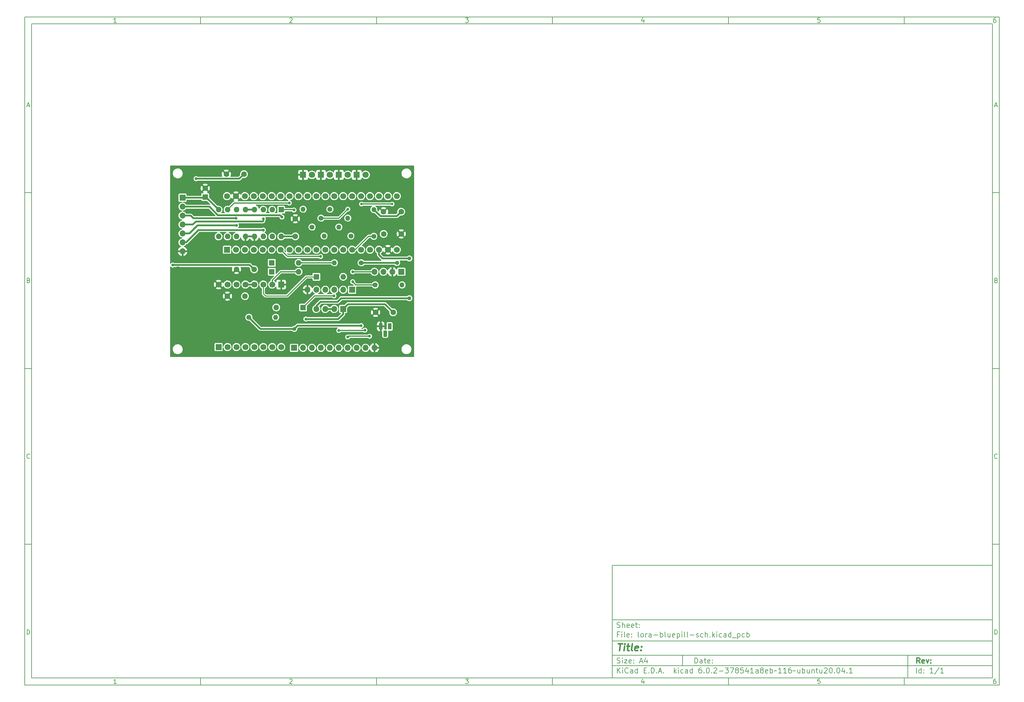
<source format=gbr>
%TF.GenerationSoftware,KiCad,Pcbnew,6.0.2-378541a8eb~116~ubuntu20.04.1*%
%TF.CreationDate,2022-11-16T14:33:25-03:00*%
%TF.ProjectId,lora-bluepill-sch,6c6f7261-2d62-46c7-9565-70696c6c2d73,rev?*%
%TF.SameCoordinates,Original*%
%TF.FileFunction,Copper,L2,Bot*%
%TF.FilePolarity,Positive*%
%FSLAX46Y46*%
G04 Gerber Fmt 4.6, Leading zero omitted, Abs format (unit mm)*
G04 Created by KiCad (PCBNEW 6.0.2-378541a8eb~116~ubuntu20.04.1) date 2022-11-16 14:33:25*
%MOMM*%
%LPD*%
G01*
G04 APERTURE LIST*
G04 Aperture macros list*
%AMRoundRect*
0 Rectangle with rounded corners*
0 $1 Rounding radius*
0 $2 $3 $4 $5 $6 $7 $8 $9 X,Y pos of 4 corners*
0 Add a 4 corners polygon primitive as box body*
4,1,4,$2,$3,$4,$5,$6,$7,$8,$9,$2,$3,0*
0 Add four circle primitives for the rounded corners*
1,1,$1+$1,$2,$3*
1,1,$1+$1,$4,$5*
1,1,$1+$1,$6,$7*
1,1,$1+$1,$8,$9*
0 Add four rect primitives between the rounded corners*
20,1,$1+$1,$2,$3,$4,$5,0*
20,1,$1+$1,$4,$5,$6,$7,0*
20,1,$1+$1,$6,$7,$8,$9,0*
20,1,$1+$1,$8,$9,$2,$3,0*%
G04 Aperture macros list end*
%ADD10C,0.100000*%
%ADD11C,0.150000*%
%ADD12C,0.300000*%
%ADD13C,0.400000*%
%TA.AperFunction,ComponentPad*%
%ADD14R,1.600000X1.600000*%
%TD*%
%TA.AperFunction,ComponentPad*%
%ADD15O,1.600000X1.600000*%
%TD*%
%TA.AperFunction,ComponentPad*%
%ADD16R,1.700000X1.700000*%
%TD*%
%TA.AperFunction,ComponentPad*%
%ADD17O,1.700000X1.700000*%
%TD*%
%TA.AperFunction,ComponentPad*%
%ADD18C,1.600000*%
%TD*%
%TA.AperFunction,ComponentPad*%
%ADD19C,1.400000*%
%TD*%
%TA.AperFunction,ComponentPad*%
%ADD20O,1.400000X1.400000*%
%TD*%
%TA.AperFunction,ComponentPad*%
%ADD21C,1.700000*%
%TD*%
%TA.AperFunction,ComponentPad*%
%ADD22C,1.800000*%
%TD*%
%TA.AperFunction,ComponentPad*%
%ADD23R,1.800000X1.800000*%
%TD*%
%TA.AperFunction,ComponentPad*%
%ADD24R,1.100000X1.800000*%
%TD*%
%TA.AperFunction,ComponentPad*%
%ADD25RoundRect,0.275000X0.275000X0.625000X-0.275000X0.625000X-0.275000X-0.625000X0.275000X-0.625000X0*%
%TD*%
%TA.AperFunction,ViaPad*%
%ADD26C,1.100000*%
%TD*%
%TA.AperFunction,ViaPad*%
%ADD27C,0.800000*%
%TD*%
%TA.AperFunction,ViaPad*%
%ADD28C,1.200000*%
%TD*%
%TA.AperFunction,ViaPad*%
%ADD29C,0.700000*%
%TD*%
%TA.AperFunction,Conductor*%
%ADD30C,0.300000*%
%TD*%
%TA.AperFunction,Conductor*%
%ADD31C,0.500000*%
%TD*%
%TA.AperFunction,Conductor*%
%ADD32C,0.250000*%
%TD*%
G04 APERTURE END LIST*
D10*
D11*
X177002200Y-166007200D02*
X177002200Y-198007200D01*
X285002200Y-198007200D01*
X285002200Y-166007200D01*
X177002200Y-166007200D01*
D10*
D11*
X10000000Y-10000000D02*
X10000000Y-200007200D01*
X287002200Y-200007200D01*
X287002200Y-10000000D01*
X10000000Y-10000000D01*
D10*
D11*
X12000000Y-12000000D02*
X12000000Y-198007200D01*
X285002200Y-198007200D01*
X285002200Y-12000000D01*
X12000000Y-12000000D01*
D10*
D11*
X60000000Y-12000000D02*
X60000000Y-10000000D01*
D10*
D11*
X110000000Y-12000000D02*
X110000000Y-10000000D01*
D10*
D11*
X160000000Y-12000000D02*
X160000000Y-10000000D01*
D10*
D11*
X210000000Y-12000000D02*
X210000000Y-10000000D01*
D10*
D11*
X260000000Y-12000000D02*
X260000000Y-10000000D01*
D10*
D11*
X36065476Y-11588095D02*
X35322619Y-11588095D01*
X35694047Y-11588095D02*
X35694047Y-10288095D01*
X35570238Y-10473809D01*
X35446428Y-10597619D01*
X35322619Y-10659523D01*
D10*
D11*
X85322619Y-10411904D02*
X85384523Y-10350000D01*
X85508333Y-10288095D01*
X85817857Y-10288095D01*
X85941666Y-10350000D01*
X86003571Y-10411904D01*
X86065476Y-10535714D01*
X86065476Y-10659523D01*
X86003571Y-10845238D01*
X85260714Y-11588095D01*
X86065476Y-11588095D01*
D10*
D11*
X135260714Y-10288095D02*
X136065476Y-10288095D01*
X135632142Y-10783333D01*
X135817857Y-10783333D01*
X135941666Y-10845238D01*
X136003571Y-10907142D01*
X136065476Y-11030952D01*
X136065476Y-11340476D01*
X136003571Y-11464285D01*
X135941666Y-11526190D01*
X135817857Y-11588095D01*
X135446428Y-11588095D01*
X135322619Y-11526190D01*
X135260714Y-11464285D01*
D10*
D11*
X185941666Y-10721428D02*
X185941666Y-11588095D01*
X185632142Y-10226190D02*
X185322619Y-11154761D01*
X186127380Y-11154761D01*
D10*
D11*
X236003571Y-10288095D02*
X235384523Y-10288095D01*
X235322619Y-10907142D01*
X235384523Y-10845238D01*
X235508333Y-10783333D01*
X235817857Y-10783333D01*
X235941666Y-10845238D01*
X236003571Y-10907142D01*
X236065476Y-11030952D01*
X236065476Y-11340476D01*
X236003571Y-11464285D01*
X235941666Y-11526190D01*
X235817857Y-11588095D01*
X235508333Y-11588095D01*
X235384523Y-11526190D01*
X235322619Y-11464285D01*
D10*
D11*
X285941666Y-10288095D02*
X285694047Y-10288095D01*
X285570238Y-10350000D01*
X285508333Y-10411904D01*
X285384523Y-10597619D01*
X285322619Y-10845238D01*
X285322619Y-11340476D01*
X285384523Y-11464285D01*
X285446428Y-11526190D01*
X285570238Y-11588095D01*
X285817857Y-11588095D01*
X285941666Y-11526190D01*
X286003571Y-11464285D01*
X286065476Y-11340476D01*
X286065476Y-11030952D01*
X286003571Y-10907142D01*
X285941666Y-10845238D01*
X285817857Y-10783333D01*
X285570238Y-10783333D01*
X285446428Y-10845238D01*
X285384523Y-10907142D01*
X285322619Y-11030952D01*
D10*
D11*
X60000000Y-198007200D02*
X60000000Y-200007200D01*
D10*
D11*
X110000000Y-198007200D02*
X110000000Y-200007200D01*
D10*
D11*
X160000000Y-198007200D02*
X160000000Y-200007200D01*
D10*
D11*
X210000000Y-198007200D02*
X210000000Y-200007200D01*
D10*
D11*
X260000000Y-198007200D02*
X260000000Y-200007200D01*
D10*
D11*
X36065476Y-199595295D02*
X35322619Y-199595295D01*
X35694047Y-199595295D02*
X35694047Y-198295295D01*
X35570238Y-198481009D01*
X35446428Y-198604819D01*
X35322619Y-198666723D01*
D10*
D11*
X85322619Y-198419104D02*
X85384523Y-198357200D01*
X85508333Y-198295295D01*
X85817857Y-198295295D01*
X85941666Y-198357200D01*
X86003571Y-198419104D01*
X86065476Y-198542914D01*
X86065476Y-198666723D01*
X86003571Y-198852438D01*
X85260714Y-199595295D01*
X86065476Y-199595295D01*
D10*
D11*
X135260714Y-198295295D02*
X136065476Y-198295295D01*
X135632142Y-198790533D01*
X135817857Y-198790533D01*
X135941666Y-198852438D01*
X136003571Y-198914342D01*
X136065476Y-199038152D01*
X136065476Y-199347676D01*
X136003571Y-199471485D01*
X135941666Y-199533390D01*
X135817857Y-199595295D01*
X135446428Y-199595295D01*
X135322619Y-199533390D01*
X135260714Y-199471485D01*
D10*
D11*
X185941666Y-198728628D02*
X185941666Y-199595295D01*
X185632142Y-198233390D02*
X185322619Y-199161961D01*
X186127380Y-199161961D01*
D10*
D11*
X236003571Y-198295295D02*
X235384523Y-198295295D01*
X235322619Y-198914342D01*
X235384523Y-198852438D01*
X235508333Y-198790533D01*
X235817857Y-198790533D01*
X235941666Y-198852438D01*
X236003571Y-198914342D01*
X236065476Y-199038152D01*
X236065476Y-199347676D01*
X236003571Y-199471485D01*
X235941666Y-199533390D01*
X235817857Y-199595295D01*
X235508333Y-199595295D01*
X235384523Y-199533390D01*
X235322619Y-199471485D01*
D10*
D11*
X285941666Y-198295295D02*
X285694047Y-198295295D01*
X285570238Y-198357200D01*
X285508333Y-198419104D01*
X285384523Y-198604819D01*
X285322619Y-198852438D01*
X285322619Y-199347676D01*
X285384523Y-199471485D01*
X285446428Y-199533390D01*
X285570238Y-199595295D01*
X285817857Y-199595295D01*
X285941666Y-199533390D01*
X286003571Y-199471485D01*
X286065476Y-199347676D01*
X286065476Y-199038152D01*
X286003571Y-198914342D01*
X285941666Y-198852438D01*
X285817857Y-198790533D01*
X285570238Y-198790533D01*
X285446428Y-198852438D01*
X285384523Y-198914342D01*
X285322619Y-199038152D01*
D10*
D11*
X10000000Y-60000000D02*
X12000000Y-60000000D01*
D10*
D11*
X10000000Y-110000000D02*
X12000000Y-110000000D01*
D10*
D11*
X10000000Y-160000000D02*
X12000000Y-160000000D01*
D10*
D11*
X10690476Y-35216666D02*
X11309523Y-35216666D01*
X10566666Y-35588095D02*
X11000000Y-34288095D01*
X11433333Y-35588095D01*
D10*
D11*
X11092857Y-84907142D02*
X11278571Y-84969047D01*
X11340476Y-85030952D01*
X11402380Y-85154761D01*
X11402380Y-85340476D01*
X11340476Y-85464285D01*
X11278571Y-85526190D01*
X11154761Y-85588095D01*
X10659523Y-85588095D01*
X10659523Y-84288095D01*
X11092857Y-84288095D01*
X11216666Y-84350000D01*
X11278571Y-84411904D01*
X11340476Y-84535714D01*
X11340476Y-84659523D01*
X11278571Y-84783333D01*
X11216666Y-84845238D01*
X11092857Y-84907142D01*
X10659523Y-84907142D01*
D10*
D11*
X11402380Y-135464285D02*
X11340476Y-135526190D01*
X11154761Y-135588095D01*
X11030952Y-135588095D01*
X10845238Y-135526190D01*
X10721428Y-135402380D01*
X10659523Y-135278571D01*
X10597619Y-135030952D01*
X10597619Y-134845238D01*
X10659523Y-134597619D01*
X10721428Y-134473809D01*
X10845238Y-134350000D01*
X11030952Y-134288095D01*
X11154761Y-134288095D01*
X11340476Y-134350000D01*
X11402380Y-134411904D01*
D10*
D11*
X10659523Y-185588095D02*
X10659523Y-184288095D01*
X10969047Y-184288095D01*
X11154761Y-184350000D01*
X11278571Y-184473809D01*
X11340476Y-184597619D01*
X11402380Y-184845238D01*
X11402380Y-185030952D01*
X11340476Y-185278571D01*
X11278571Y-185402380D01*
X11154761Y-185526190D01*
X10969047Y-185588095D01*
X10659523Y-185588095D01*
D10*
D11*
X287002200Y-60000000D02*
X285002200Y-60000000D01*
D10*
D11*
X287002200Y-110000000D02*
X285002200Y-110000000D01*
D10*
D11*
X287002200Y-160000000D02*
X285002200Y-160000000D01*
D10*
D11*
X285692676Y-35216666D02*
X286311723Y-35216666D01*
X285568866Y-35588095D02*
X286002200Y-34288095D01*
X286435533Y-35588095D01*
D10*
D11*
X286095057Y-84907142D02*
X286280771Y-84969047D01*
X286342676Y-85030952D01*
X286404580Y-85154761D01*
X286404580Y-85340476D01*
X286342676Y-85464285D01*
X286280771Y-85526190D01*
X286156961Y-85588095D01*
X285661723Y-85588095D01*
X285661723Y-84288095D01*
X286095057Y-84288095D01*
X286218866Y-84350000D01*
X286280771Y-84411904D01*
X286342676Y-84535714D01*
X286342676Y-84659523D01*
X286280771Y-84783333D01*
X286218866Y-84845238D01*
X286095057Y-84907142D01*
X285661723Y-84907142D01*
D10*
D11*
X286404580Y-135464285D02*
X286342676Y-135526190D01*
X286156961Y-135588095D01*
X286033152Y-135588095D01*
X285847438Y-135526190D01*
X285723628Y-135402380D01*
X285661723Y-135278571D01*
X285599819Y-135030952D01*
X285599819Y-134845238D01*
X285661723Y-134597619D01*
X285723628Y-134473809D01*
X285847438Y-134350000D01*
X286033152Y-134288095D01*
X286156961Y-134288095D01*
X286342676Y-134350000D01*
X286404580Y-134411904D01*
D10*
D11*
X285661723Y-185588095D02*
X285661723Y-184288095D01*
X285971247Y-184288095D01*
X286156961Y-184350000D01*
X286280771Y-184473809D01*
X286342676Y-184597619D01*
X286404580Y-184845238D01*
X286404580Y-185030952D01*
X286342676Y-185278571D01*
X286280771Y-185402380D01*
X286156961Y-185526190D01*
X285971247Y-185588095D01*
X285661723Y-185588095D01*
D10*
D11*
X200434342Y-193785771D02*
X200434342Y-192285771D01*
X200791485Y-192285771D01*
X201005771Y-192357200D01*
X201148628Y-192500057D01*
X201220057Y-192642914D01*
X201291485Y-192928628D01*
X201291485Y-193142914D01*
X201220057Y-193428628D01*
X201148628Y-193571485D01*
X201005771Y-193714342D01*
X200791485Y-193785771D01*
X200434342Y-193785771D01*
X202577200Y-193785771D02*
X202577200Y-193000057D01*
X202505771Y-192857200D01*
X202362914Y-192785771D01*
X202077200Y-192785771D01*
X201934342Y-192857200D01*
X202577200Y-193714342D02*
X202434342Y-193785771D01*
X202077200Y-193785771D01*
X201934342Y-193714342D01*
X201862914Y-193571485D01*
X201862914Y-193428628D01*
X201934342Y-193285771D01*
X202077200Y-193214342D01*
X202434342Y-193214342D01*
X202577200Y-193142914D01*
X203077200Y-192785771D02*
X203648628Y-192785771D01*
X203291485Y-192285771D02*
X203291485Y-193571485D01*
X203362914Y-193714342D01*
X203505771Y-193785771D01*
X203648628Y-193785771D01*
X204720057Y-193714342D02*
X204577200Y-193785771D01*
X204291485Y-193785771D01*
X204148628Y-193714342D01*
X204077200Y-193571485D01*
X204077200Y-193000057D01*
X204148628Y-192857200D01*
X204291485Y-192785771D01*
X204577200Y-192785771D01*
X204720057Y-192857200D01*
X204791485Y-193000057D01*
X204791485Y-193142914D01*
X204077200Y-193285771D01*
X205434342Y-193642914D02*
X205505771Y-193714342D01*
X205434342Y-193785771D01*
X205362914Y-193714342D01*
X205434342Y-193642914D01*
X205434342Y-193785771D01*
X205434342Y-192857200D02*
X205505771Y-192928628D01*
X205434342Y-193000057D01*
X205362914Y-192928628D01*
X205434342Y-192857200D01*
X205434342Y-193000057D01*
D10*
D11*
X177002200Y-194507200D02*
X285002200Y-194507200D01*
D10*
D11*
X178434342Y-196585771D02*
X178434342Y-195085771D01*
X179291485Y-196585771D02*
X178648628Y-195728628D01*
X179291485Y-195085771D02*
X178434342Y-195942914D01*
X179934342Y-196585771D02*
X179934342Y-195585771D01*
X179934342Y-195085771D02*
X179862914Y-195157200D01*
X179934342Y-195228628D01*
X180005771Y-195157200D01*
X179934342Y-195085771D01*
X179934342Y-195228628D01*
X181505771Y-196442914D02*
X181434342Y-196514342D01*
X181220057Y-196585771D01*
X181077200Y-196585771D01*
X180862914Y-196514342D01*
X180720057Y-196371485D01*
X180648628Y-196228628D01*
X180577200Y-195942914D01*
X180577200Y-195728628D01*
X180648628Y-195442914D01*
X180720057Y-195300057D01*
X180862914Y-195157200D01*
X181077200Y-195085771D01*
X181220057Y-195085771D01*
X181434342Y-195157200D01*
X181505771Y-195228628D01*
X182791485Y-196585771D02*
X182791485Y-195800057D01*
X182720057Y-195657200D01*
X182577200Y-195585771D01*
X182291485Y-195585771D01*
X182148628Y-195657200D01*
X182791485Y-196514342D02*
X182648628Y-196585771D01*
X182291485Y-196585771D01*
X182148628Y-196514342D01*
X182077200Y-196371485D01*
X182077200Y-196228628D01*
X182148628Y-196085771D01*
X182291485Y-196014342D01*
X182648628Y-196014342D01*
X182791485Y-195942914D01*
X184148628Y-196585771D02*
X184148628Y-195085771D01*
X184148628Y-196514342D02*
X184005771Y-196585771D01*
X183720057Y-196585771D01*
X183577200Y-196514342D01*
X183505771Y-196442914D01*
X183434342Y-196300057D01*
X183434342Y-195871485D01*
X183505771Y-195728628D01*
X183577200Y-195657200D01*
X183720057Y-195585771D01*
X184005771Y-195585771D01*
X184148628Y-195657200D01*
X186005771Y-195800057D02*
X186505771Y-195800057D01*
X186720057Y-196585771D02*
X186005771Y-196585771D01*
X186005771Y-195085771D01*
X186720057Y-195085771D01*
X187362914Y-196442914D02*
X187434342Y-196514342D01*
X187362914Y-196585771D01*
X187291485Y-196514342D01*
X187362914Y-196442914D01*
X187362914Y-196585771D01*
X188077200Y-196585771D02*
X188077200Y-195085771D01*
X188434342Y-195085771D01*
X188648628Y-195157200D01*
X188791485Y-195300057D01*
X188862914Y-195442914D01*
X188934342Y-195728628D01*
X188934342Y-195942914D01*
X188862914Y-196228628D01*
X188791485Y-196371485D01*
X188648628Y-196514342D01*
X188434342Y-196585771D01*
X188077200Y-196585771D01*
X189577200Y-196442914D02*
X189648628Y-196514342D01*
X189577200Y-196585771D01*
X189505771Y-196514342D01*
X189577200Y-196442914D01*
X189577200Y-196585771D01*
X190220057Y-196157200D02*
X190934342Y-196157200D01*
X190077200Y-196585771D02*
X190577200Y-195085771D01*
X191077200Y-196585771D01*
X191577200Y-196442914D02*
X191648628Y-196514342D01*
X191577200Y-196585771D01*
X191505771Y-196514342D01*
X191577200Y-196442914D01*
X191577200Y-196585771D01*
X194577200Y-196585771D02*
X194577200Y-195085771D01*
X194720057Y-196014342D02*
X195148628Y-196585771D01*
X195148628Y-195585771D02*
X194577200Y-196157200D01*
X195791485Y-196585771D02*
X195791485Y-195585771D01*
X195791485Y-195085771D02*
X195720057Y-195157200D01*
X195791485Y-195228628D01*
X195862914Y-195157200D01*
X195791485Y-195085771D01*
X195791485Y-195228628D01*
X197148628Y-196514342D02*
X197005771Y-196585771D01*
X196720057Y-196585771D01*
X196577200Y-196514342D01*
X196505771Y-196442914D01*
X196434342Y-196300057D01*
X196434342Y-195871485D01*
X196505771Y-195728628D01*
X196577200Y-195657200D01*
X196720057Y-195585771D01*
X197005771Y-195585771D01*
X197148628Y-195657200D01*
X198434342Y-196585771D02*
X198434342Y-195800057D01*
X198362914Y-195657200D01*
X198220057Y-195585771D01*
X197934342Y-195585771D01*
X197791485Y-195657200D01*
X198434342Y-196514342D02*
X198291485Y-196585771D01*
X197934342Y-196585771D01*
X197791485Y-196514342D01*
X197720057Y-196371485D01*
X197720057Y-196228628D01*
X197791485Y-196085771D01*
X197934342Y-196014342D01*
X198291485Y-196014342D01*
X198434342Y-195942914D01*
X199791485Y-196585771D02*
X199791485Y-195085771D01*
X199791485Y-196514342D02*
X199648628Y-196585771D01*
X199362914Y-196585771D01*
X199220057Y-196514342D01*
X199148628Y-196442914D01*
X199077200Y-196300057D01*
X199077200Y-195871485D01*
X199148628Y-195728628D01*
X199220057Y-195657200D01*
X199362914Y-195585771D01*
X199648628Y-195585771D01*
X199791485Y-195657200D01*
X202291485Y-195085771D02*
X202005771Y-195085771D01*
X201862914Y-195157200D01*
X201791485Y-195228628D01*
X201648628Y-195442914D01*
X201577200Y-195728628D01*
X201577200Y-196300057D01*
X201648628Y-196442914D01*
X201720057Y-196514342D01*
X201862914Y-196585771D01*
X202148628Y-196585771D01*
X202291485Y-196514342D01*
X202362914Y-196442914D01*
X202434342Y-196300057D01*
X202434342Y-195942914D01*
X202362914Y-195800057D01*
X202291485Y-195728628D01*
X202148628Y-195657200D01*
X201862914Y-195657200D01*
X201720057Y-195728628D01*
X201648628Y-195800057D01*
X201577200Y-195942914D01*
X203077200Y-196442914D02*
X203148628Y-196514342D01*
X203077200Y-196585771D01*
X203005771Y-196514342D01*
X203077200Y-196442914D01*
X203077200Y-196585771D01*
X204077200Y-195085771D02*
X204220057Y-195085771D01*
X204362914Y-195157200D01*
X204434342Y-195228628D01*
X204505771Y-195371485D01*
X204577200Y-195657200D01*
X204577200Y-196014342D01*
X204505771Y-196300057D01*
X204434342Y-196442914D01*
X204362914Y-196514342D01*
X204220057Y-196585771D01*
X204077200Y-196585771D01*
X203934342Y-196514342D01*
X203862914Y-196442914D01*
X203791485Y-196300057D01*
X203720057Y-196014342D01*
X203720057Y-195657200D01*
X203791485Y-195371485D01*
X203862914Y-195228628D01*
X203934342Y-195157200D01*
X204077200Y-195085771D01*
X205220057Y-196442914D02*
X205291485Y-196514342D01*
X205220057Y-196585771D01*
X205148628Y-196514342D01*
X205220057Y-196442914D01*
X205220057Y-196585771D01*
X205862914Y-195228628D02*
X205934342Y-195157200D01*
X206077200Y-195085771D01*
X206434342Y-195085771D01*
X206577200Y-195157200D01*
X206648628Y-195228628D01*
X206720057Y-195371485D01*
X206720057Y-195514342D01*
X206648628Y-195728628D01*
X205791485Y-196585771D01*
X206720057Y-196585771D01*
X207362914Y-196014342D02*
X208505771Y-196014342D01*
X209077200Y-195085771D02*
X210005771Y-195085771D01*
X209505771Y-195657200D01*
X209720057Y-195657200D01*
X209862914Y-195728628D01*
X209934342Y-195800057D01*
X210005771Y-195942914D01*
X210005771Y-196300057D01*
X209934342Y-196442914D01*
X209862914Y-196514342D01*
X209720057Y-196585771D01*
X209291485Y-196585771D01*
X209148628Y-196514342D01*
X209077200Y-196442914D01*
X210505771Y-195085771D02*
X211505771Y-195085771D01*
X210862914Y-196585771D01*
X212291485Y-195728628D02*
X212148628Y-195657200D01*
X212077200Y-195585771D01*
X212005771Y-195442914D01*
X212005771Y-195371485D01*
X212077200Y-195228628D01*
X212148628Y-195157200D01*
X212291485Y-195085771D01*
X212577200Y-195085771D01*
X212720057Y-195157200D01*
X212791485Y-195228628D01*
X212862914Y-195371485D01*
X212862914Y-195442914D01*
X212791485Y-195585771D01*
X212720057Y-195657200D01*
X212577200Y-195728628D01*
X212291485Y-195728628D01*
X212148628Y-195800057D01*
X212077200Y-195871485D01*
X212005771Y-196014342D01*
X212005771Y-196300057D01*
X212077200Y-196442914D01*
X212148628Y-196514342D01*
X212291485Y-196585771D01*
X212577200Y-196585771D01*
X212720057Y-196514342D01*
X212791485Y-196442914D01*
X212862914Y-196300057D01*
X212862914Y-196014342D01*
X212791485Y-195871485D01*
X212720057Y-195800057D01*
X212577200Y-195728628D01*
X214220057Y-195085771D02*
X213505771Y-195085771D01*
X213434342Y-195800057D01*
X213505771Y-195728628D01*
X213648628Y-195657200D01*
X214005771Y-195657200D01*
X214148628Y-195728628D01*
X214220057Y-195800057D01*
X214291485Y-195942914D01*
X214291485Y-196300057D01*
X214220057Y-196442914D01*
X214148628Y-196514342D01*
X214005771Y-196585771D01*
X213648628Y-196585771D01*
X213505771Y-196514342D01*
X213434342Y-196442914D01*
X215577200Y-195585771D02*
X215577200Y-196585771D01*
X215220057Y-195014342D02*
X214862914Y-196085771D01*
X215791485Y-196085771D01*
X217148628Y-196585771D02*
X216291485Y-196585771D01*
X216720057Y-196585771D02*
X216720057Y-195085771D01*
X216577200Y-195300057D01*
X216434342Y-195442914D01*
X216291485Y-195514342D01*
X218434342Y-196585771D02*
X218434342Y-195800057D01*
X218362914Y-195657200D01*
X218220057Y-195585771D01*
X217934342Y-195585771D01*
X217791485Y-195657200D01*
X218434342Y-196514342D02*
X218291485Y-196585771D01*
X217934342Y-196585771D01*
X217791485Y-196514342D01*
X217720057Y-196371485D01*
X217720057Y-196228628D01*
X217791485Y-196085771D01*
X217934342Y-196014342D01*
X218291485Y-196014342D01*
X218434342Y-195942914D01*
X219362914Y-195728628D02*
X219220057Y-195657200D01*
X219148628Y-195585771D01*
X219077200Y-195442914D01*
X219077200Y-195371485D01*
X219148628Y-195228628D01*
X219220057Y-195157200D01*
X219362914Y-195085771D01*
X219648628Y-195085771D01*
X219791485Y-195157200D01*
X219862914Y-195228628D01*
X219934342Y-195371485D01*
X219934342Y-195442914D01*
X219862914Y-195585771D01*
X219791485Y-195657200D01*
X219648628Y-195728628D01*
X219362914Y-195728628D01*
X219220057Y-195800057D01*
X219148628Y-195871485D01*
X219077200Y-196014342D01*
X219077200Y-196300057D01*
X219148628Y-196442914D01*
X219220057Y-196514342D01*
X219362914Y-196585771D01*
X219648628Y-196585771D01*
X219791485Y-196514342D01*
X219862914Y-196442914D01*
X219934342Y-196300057D01*
X219934342Y-196014342D01*
X219862914Y-195871485D01*
X219791485Y-195800057D01*
X219648628Y-195728628D01*
X221148628Y-196514342D02*
X221005771Y-196585771D01*
X220720057Y-196585771D01*
X220577200Y-196514342D01*
X220505771Y-196371485D01*
X220505771Y-195800057D01*
X220577200Y-195657200D01*
X220720057Y-195585771D01*
X221005771Y-195585771D01*
X221148628Y-195657200D01*
X221220057Y-195800057D01*
X221220057Y-195942914D01*
X220505771Y-196085771D01*
X221862914Y-196585771D02*
X221862914Y-195085771D01*
X221862914Y-195657200D02*
X222005771Y-195585771D01*
X222291485Y-195585771D01*
X222434342Y-195657200D01*
X222505771Y-195728628D01*
X222577200Y-195871485D01*
X222577200Y-196300057D01*
X222505771Y-196442914D01*
X222434342Y-196514342D01*
X222291485Y-196585771D01*
X222005771Y-196585771D01*
X221862914Y-196514342D01*
X223005771Y-196014342D02*
X223077200Y-195942914D01*
X223220057Y-195871485D01*
X223505771Y-196014342D01*
X223648628Y-195942914D01*
X223720057Y-195871485D01*
X225077200Y-196585771D02*
X224220057Y-196585771D01*
X224648628Y-196585771D02*
X224648628Y-195085771D01*
X224505771Y-195300057D01*
X224362914Y-195442914D01*
X224220057Y-195514342D01*
X226505771Y-196585771D02*
X225648628Y-196585771D01*
X226077200Y-196585771D02*
X226077200Y-195085771D01*
X225934342Y-195300057D01*
X225791485Y-195442914D01*
X225648628Y-195514342D01*
X227791485Y-195085771D02*
X227505771Y-195085771D01*
X227362914Y-195157200D01*
X227291485Y-195228628D01*
X227148628Y-195442914D01*
X227077199Y-195728628D01*
X227077199Y-196300057D01*
X227148628Y-196442914D01*
X227220057Y-196514342D01*
X227362914Y-196585771D01*
X227648628Y-196585771D01*
X227791485Y-196514342D01*
X227862914Y-196442914D01*
X227934342Y-196300057D01*
X227934342Y-195942914D01*
X227862914Y-195800057D01*
X227791485Y-195728628D01*
X227648628Y-195657200D01*
X227362914Y-195657200D01*
X227220057Y-195728628D01*
X227148628Y-195800057D01*
X227077199Y-195942914D01*
X228362914Y-196014342D02*
X228434342Y-195942914D01*
X228577199Y-195871485D01*
X228862914Y-196014342D01*
X229005771Y-195942914D01*
X229077199Y-195871485D01*
X230291485Y-195585771D02*
X230291485Y-196585771D01*
X229648628Y-195585771D02*
X229648628Y-196371485D01*
X229720057Y-196514342D01*
X229862914Y-196585771D01*
X230077199Y-196585771D01*
X230220057Y-196514342D01*
X230291485Y-196442914D01*
X231005771Y-196585771D02*
X231005771Y-195085771D01*
X231005771Y-195657200D02*
X231148628Y-195585771D01*
X231434342Y-195585771D01*
X231577199Y-195657200D01*
X231648628Y-195728628D01*
X231720057Y-195871485D01*
X231720057Y-196300057D01*
X231648628Y-196442914D01*
X231577199Y-196514342D01*
X231434342Y-196585771D01*
X231148628Y-196585771D01*
X231005771Y-196514342D01*
X233005771Y-195585771D02*
X233005771Y-196585771D01*
X232362914Y-195585771D02*
X232362914Y-196371485D01*
X232434342Y-196514342D01*
X232577200Y-196585771D01*
X232791485Y-196585771D01*
X232934342Y-196514342D01*
X233005771Y-196442914D01*
X233720057Y-195585771D02*
X233720057Y-196585771D01*
X233720057Y-195728628D02*
X233791485Y-195657200D01*
X233934342Y-195585771D01*
X234148628Y-195585771D01*
X234291485Y-195657200D01*
X234362914Y-195800057D01*
X234362914Y-196585771D01*
X234862914Y-195585771D02*
X235434342Y-195585771D01*
X235077200Y-195085771D02*
X235077200Y-196371485D01*
X235148628Y-196514342D01*
X235291485Y-196585771D01*
X235434342Y-196585771D01*
X236577200Y-195585771D02*
X236577200Y-196585771D01*
X235934342Y-195585771D02*
X235934342Y-196371485D01*
X236005771Y-196514342D01*
X236148628Y-196585771D01*
X236362914Y-196585771D01*
X236505771Y-196514342D01*
X236577200Y-196442914D01*
X237220057Y-195228628D02*
X237291485Y-195157200D01*
X237434342Y-195085771D01*
X237791485Y-195085771D01*
X237934342Y-195157200D01*
X238005771Y-195228628D01*
X238077200Y-195371485D01*
X238077200Y-195514342D01*
X238005771Y-195728628D01*
X237148628Y-196585771D01*
X238077200Y-196585771D01*
X239005771Y-195085771D02*
X239148628Y-195085771D01*
X239291485Y-195157200D01*
X239362914Y-195228628D01*
X239434342Y-195371485D01*
X239505771Y-195657200D01*
X239505771Y-196014342D01*
X239434342Y-196300057D01*
X239362914Y-196442914D01*
X239291485Y-196514342D01*
X239148628Y-196585771D01*
X239005771Y-196585771D01*
X238862914Y-196514342D01*
X238791485Y-196442914D01*
X238720057Y-196300057D01*
X238648628Y-196014342D01*
X238648628Y-195657200D01*
X238720057Y-195371485D01*
X238791485Y-195228628D01*
X238862914Y-195157200D01*
X239005771Y-195085771D01*
X240148628Y-196442914D02*
X240220057Y-196514342D01*
X240148628Y-196585771D01*
X240077199Y-196514342D01*
X240148628Y-196442914D01*
X240148628Y-196585771D01*
X241148628Y-195085771D02*
X241291485Y-195085771D01*
X241434342Y-195157200D01*
X241505771Y-195228628D01*
X241577200Y-195371485D01*
X241648628Y-195657200D01*
X241648628Y-196014342D01*
X241577200Y-196300057D01*
X241505771Y-196442914D01*
X241434342Y-196514342D01*
X241291485Y-196585771D01*
X241148628Y-196585771D01*
X241005771Y-196514342D01*
X240934342Y-196442914D01*
X240862914Y-196300057D01*
X240791485Y-196014342D01*
X240791485Y-195657200D01*
X240862914Y-195371485D01*
X240934342Y-195228628D01*
X241005771Y-195157200D01*
X241148628Y-195085771D01*
X242934342Y-195585771D02*
X242934342Y-196585771D01*
X242577199Y-195014342D02*
X242220057Y-196085771D01*
X243148628Y-196085771D01*
X243720057Y-196442914D02*
X243791485Y-196514342D01*
X243720057Y-196585771D01*
X243648628Y-196514342D01*
X243720057Y-196442914D01*
X243720057Y-196585771D01*
X245220057Y-196585771D02*
X244362914Y-196585771D01*
X244791485Y-196585771D02*
X244791485Y-195085771D01*
X244648628Y-195300057D01*
X244505771Y-195442914D01*
X244362914Y-195514342D01*
D10*
D11*
X177002200Y-191507200D02*
X285002200Y-191507200D01*
D10*
D12*
X264411485Y-193785771D02*
X263911485Y-193071485D01*
X263554342Y-193785771D02*
X263554342Y-192285771D01*
X264125771Y-192285771D01*
X264268628Y-192357200D01*
X264340057Y-192428628D01*
X264411485Y-192571485D01*
X264411485Y-192785771D01*
X264340057Y-192928628D01*
X264268628Y-193000057D01*
X264125771Y-193071485D01*
X263554342Y-193071485D01*
X265625771Y-193714342D02*
X265482914Y-193785771D01*
X265197200Y-193785771D01*
X265054342Y-193714342D01*
X264982914Y-193571485D01*
X264982914Y-193000057D01*
X265054342Y-192857200D01*
X265197200Y-192785771D01*
X265482914Y-192785771D01*
X265625771Y-192857200D01*
X265697200Y-193000057D01*
X265697200Y-193142914D01*
X264982914Y-193285771D01*
X266197200Y-192785771D02*
X266554342Y-193785771D01*
X266911485Y-192785771D01*
X267482914Y-193642914D02*
X267554342Y-193714342D01*
X267482914Y-193785771D01*
X267411485Y-193714342D01*
X267482914Y-193642914D01*
X267482914Y-193785771D01*
X267482914Y-192857200D02*
X267554342Y-192928628D01*
X267482914Y-193000057D01*
X267411485Y-192928628D01*
X267482914Y-192857200D01*
X267482914Y-193000057D01*
D10*
D11*
X178362914Y-193714342D02*
X178577200Y-193785771D01*
X178934342Y-193785771D01*
X179077200Y-193714342D01*
X179148628Y-193642914D01*
X179220057Y-193500057D01*
X179220057Y-193357200D01*
X179148628Y-193214342D01*
X179077200Y-193142914D01*
X178934342Y-193071485D01*
X178648628Y-193000057D01*
X178505771Y-192928628D01*
X178434342Y-192857200D01*
X178362914Y-192714342D01*
X178362914Y-192571485D01*
X178434342Y-192428628D01*
X178505771Y-192357200D01*
X178648628Y-192285771D01*
X179005771Y-192285771D01*
X179220057Y-192357200D01*
X179862914Y-193785771D02*
X179862914Y-192785771D01*
X179862914Y-192285771D02*
X179791485Y-192357200D01*
X179862914Y-192428628D01*
X179934342Y-192357200D01*
X179862914Y-192285771D01*
X179862914Y-192428628D01*
X180434342Y-192785771D02*
X181220057Y-192785771D01*
X180434342Y-193785771D01*
X181220057Y-193785771D01*
X182362914Y-193714342D02*
X182220057Y-193785771D01*
X181934342Y-193785771D01*
X181791485Y-193714342D01*
X181720057Y-193571485D01*
X181720057Y-193000057D01*
X181791485Y-192857200D01*
X181934342Y-192785771D01*
X182220057Y-192785771D01*
X182362914Y-192857200D01*
X182434342Y-193000057D01*
X182434342Y-193142914D01*
X181720057Y-193285771D01*
X183077200Y-193642914D02*
X183148628Y-193714342D01*
X183077200Y-193785771D01*
X183005771Y-193714342D01*
X183077200Y-193642914D01*
X183077200Y-193785771D01*
X183077200Y-192857200D02*
X183148628Y-192928628D01*
X183077200Y-193000057D01*
X183005771Y-192928628D01*
X183077200Y-192857200D01*
X183077200Y-193000057D01*
X184862914Y-193357200D02*
X185577200Y-193357200D01*
X184720057Y-193785771D02*
X185220057Y-192285771D01*
X185720057Y-193785771D01*
X186862914Y-192785771D02*
X186862914Y-193785771D01*
X186505771Y-192214342D02*
X186148628Y-193285771D01*
X187077200Y-193285771D01*
D10*
D11*
X263434342Y-196585771D02*
X263434342Y-195085771D01*
X264791485Y-196585771D02*
X264791485Y-195085771D01*
X264791485Y-196514342D02*
X264648628Y-196585771D01*
X264362914Y-196585771D01*
X264220057Y-196514342D01*
X264148628Y-196442914D01*
X264077200Y-196300057D01*
X264077200Y-195871485D01*
X264148628Y-195728628D01*
X264220057Y-195657200D01*
X264362914Y-195585771D01*
X264648628Y-195585771D01*
X264791485Y-195657200D01*
X265505771Y-196442914D02*
X265577200Y-196514342D01*
X265505771Y-196585771D01*
X265434342Y-196514342D01*
X265505771Y-196442914D01*
X265505771Y-196585771D01*
X265505771Y-195657200D02*
X265577200Y-195728628D01*
X265505771Y-195800057D01*
X265434342Y-195728628D01*
X265505771Y-195657200D01*
X265505771Y-195800057D01*
X268148628Y-196585771D02*
X267291485Y-196585771D01*
X267720057Y-196585771D02*
X267720057Y-195085771D01*
X267577200Y-195300057D01*
X267434342Y-195442914D01*
X267291485Y-195514342D01*
X269862914Y-195014342D02*
X268577200Y-196942914D01*
X271148628Y-196585771D02*
X270291485Y-196585771D01*
X270720057Y-196585771D02*
X270720057Y-195085771D01*
X270577200Y-195300057D01*
X270434342Y-195442914D01*
X270291485Y-195514342D01*
D10*
D11*
X177002200Y-187507200D02*
X285002200Y-187507200D01*
D10*
D13*
X178714580Y-188211961D02*
X179857438Y-188211961D01*
X179036009Y-190211961D02*
X179286009Y-188211961D01*
X180274104Y-190211961D02*
X180440771Y-188878628D01*
X180524104Y-188211961D02*
X180416961Y-188307200D01*
X180500295Y-188402438D01*
X180607438Y-188307200D01*
X180524104Y-188211961D01*
X180500295Y-188402438D01*
X181107438Y-188878628D02*
X181869342Y-188878628D01*
X181476485Y-188211961D02*
X181262200Y-189926247D01*
X181333628Y-190116723D01*
X181512200Y-190211961D01*
X181702676Y-190211961D01*
X182655057Y-190211961D02*
X182476485Y-190116723D01*
X182405057Y-189926247D01*
X182619342Y-188211961D01*
X184190771Y-190116723D02*
X183988390Y-190211961D01*
X183607438Y-190211961D01*
X183428866Y-190116723D01*
X183357438Y-189926247D01*
X183452676Y-189164342D01*
X183571723Y-188973866D01*
X183774104Y-188878628D01*
X184155057Y-188878628D01*
X184333628Y-188973866D01*
X184405057Y-189164342D01*
X184381247Y-189354819D01*
X183405057Y-189545295D01*
X185155057Y-190021485D02*
X185238390Y-190116723D01*
X185131247Y-190211961D01*
X185047914Y-190116723D01*
X185155057Y-190021485D01*
X185131247Y-190211961D01*
X185286009Y-188973866D02*
X185369342Y-189069104D01*
X185262200Y-189164342D01*
X185178866Y-189069104D01*
X185286009Y-188973866D01*
X185262200Y-189164342D01*
D10*
D11*
X178934342Y-185600057D02*
X178434342Y-185600057D01*
X178434342Y-186385771D02*
X178434342Y-184885771D01*
X179148628Y-184885771D01*
X179720057Y-186385771D02*
X179720057Y-185385771D01*
X179720057Y-184885771D02*
X179648628Y-184957200D01*
X179720057Y-185028628D01*
X179791485Y-184957200D01*
X179720057Y-184885771D01*
X179720057Y-185028628D01*
X180648628Y-186385771D02*
X180505771Y-186314342D01*
X180434342Y-186171485D01*
X180434342Y-184885771D01*
X181791485Y-186314342D02*
X181648628Y-186385771D01*
X181362914Y-186385771D01*
X181220057Y-186314342D01*
X181148628Y-186171485D01*
X181148628Y-185600057D01*
X181220057Y-185457200D01*
X181362914Y-185385771D01*
X181648628Y-185385771D01*
X181791485Y-185457200D01*
X181862914Y-185600057D01*
X181862914Y-185742914D01*
X181148628Y-185885771D01*
X182505771Y-186242914D02*
X182577200Y-186314342D01*
X182505771Y-186385771D01*
X182434342Y-186314342D01*
X182505771Y-186242914D01*
X182505771Y-186385771D01*
X182505771Y-185457200D02*
X182577200Y-185528628D01*
X182505771Y-185600057D01*
X182434342Y-185528628D01*
X182505771Y-185457200D01*
X182505771Y-185600057D01*
X184577200Y-186385771D02*
X184434342Y-186314342D01*
X184362914Y-186171485D01*
X184362914Y-184885771D01*
X185362914Y-186385771D02*
X185220057Y-186314342D01*
X185148628Y-186242914D01*
X185077200Y-186100057D01*
X185077200Y-185671485D01*
X185148628Y-185528628D01*
X185220057Y-185457200D01*
X185362914Y-185385771D01*
X185577200Y-185385771D01*
X185720057Y-185457200D01*
X185791485Y-185528628D01*
X185862914Y-185671485D01*
X185862914Y-186100057D01*
X185791485Y-186242914D01*
X185720057Y-186314342D01*
X185577200Y-186385771D01*
X185362914Y-186385771D01*
X186505771Y-186385771D02*
X186505771Y-185385771D01*
X186505771Y-185671485D02*
X186577200Y-185528628D01*
X186648628Y-185457200D01*
X186791485Y-185385771D01*
X186934342Y-185385771D01*
X188077200Y-186385771D02*
X188077200Y-185600057D01*
X188005771Y-185457200D01*
X187862914Y-185385771D01*
X187577200Y-185385771D01*
X187434342Y-185457200D01*
X188077200Y-186314342D02*
X187934342Y-186385771D01*
X187577200Y-186385771D01*
X187434342Y-186314342D01*
X187362914Y-186171485D01*
X187362914Y-186028628D01*
X187434342Y-185885771D01*
X187577200Y-185814342D01*
X187934342Y-185814342D01*
X188077200Y-185742914D01*
X188791485Y-185814342D02*
X189934342Y-185814342D01*
X190648628Y-186385771D02*
X190648628Y-184885771D01*
X190648628Y-185457200D02*
X190791485Y-185385771D01*
X191077200Y-185385771D01*
X191220057Y-185457200D01*
X191291485Y-185528628D01*
X191362914Y-185671485D01*
X191362914Y-186100057D01*
X191291485Y-186242914D01*
X191220057Y-186314342D01*
X191077200Y-186385771D01*
X190791485Y-186385771D01*
X190648628Y-186314342D01*
X192220057Y-186385771D02*
X192077200Y-186314342D01*
X192005771Y-186171485D01*
X192005771Y-184885771D01*
X193434342Y-185385771D02*
X193434342Y-186385771D01*
X192791485Y-185385771D02*
X192791485Y-186171485D01*
X192862914Y-186314342D01*
X193005771Y-186385771D01*
X193220057Y-186385771D01*
X193362914Y-186314342D01*
X193434342Y-186242914D01*
X194720057Y-186314342D02*
X194577200Y-186385771D01*
X194291485Y-186385771D01*
X194148628Y-186314342D01*
X194077200Y-186171485D01*
X194077200Y-185600057D01*
X194148628Y-185457200D01*
X194291485Y-185385771D01*
X194577200Y-185385771D01*
X194720057Y-185457200D01*
X194791485Y-185600057D01*
X194791485Y-185742914D01*
X194077200Y-185885771D01*
X195434342Y-185385771D02*
X195434342Y-186885771D01*
X195434342Y-185457200D02*
X195577200Y-185385771D01*
X195862914Y-185385771D01*
X196005771Y-185457200D01*
X196077200Y-185528628D01*
X196148628Y-185671485D01*
X196148628Y-186100057D01*
X196077200Y-186242914D01*
X196005771Y-186314342D01*
X195862914Y-186385771D01*
X195577200Y-186385771D01*
X195434342Y-186314342D01*
X196791485Y-186385771D02*
X196791485Y-185385771D01*
X196791485Y-184885771D02*
X196720057Y-184957200D01*
X196791485Y-185028628D01*
X196862914Y-184957200D01*
X196791485Y-184885771D01*
X196791485Y-185028628D01*
X197720057Y-186385771D02*
X197577200Y-186314342D01*
X197505771Y-186171485D01*
X197505771Y-184885771D01*
X198505771Y-186385771D02*
X198362914Y-186314342D01*
X198291485Y-186171485D01*
X198291485Y-184885771D01*
X199077200Y-185814342D02*
X200220057Y-185814342D01*
X200862914Y-186314342D02*
X201005771Y-186385771D01*
X201291485Y-186385771D01*
X201434342Y-186314342D01*
X201505771Y-186171485D01*
X201505771Y-186100057D01*
X201434342Y-185957200D01*
X201291485Y-185885771D01*
X201077200Y-185885771D01*
X200934342Y-185814342D01*
X200862914Y-185671485D01*
X200862914Y-185600057D01*
X200934342Y-185457200D01*
X201077200Y-185385771D01*
X201291485Y-185385771D01*
X201434342Y-185457200D01*
X202791485Y-186314342D02*
X202648628Y-186385771D01*
X202362914Y-186385771D01*
X202220057Y-186314342D01*
X202148628Y-186242914D01*
X202077200Y-186100057D01*
X202077200Y-185671485D01*
X202148628Y-185528628D01*
X202220057Y-185457200D01*
X202362914Y-185385771D01*
X202648628Y-185385771D01*
X202791485Y-185457200D01*
X203434342Y-186385771D02*
X203434342Y-184885771D01*
X204077200Y-186385771D02*
X204077200Y-185600057D01*
X204005771Y-185457200D01*
X203862914Y-185385771D01*
X203648628Y-185385771D01*
X203505771Y-185457200D01*
X203434342Y-185528628D01*
X204791485Y-186242914D02*
X204862914Y-186314342D01*
X204791485Y-186385771D01*
X204720057Y-186314342D01*
X204791485Y-186242914D01*
X204791485Y-186385771D01*
X205505771Y-186385771D02*
X205505771Y-184885771D01*
X205648628Y-185814342D02*
X206077200Y-186385771D01*
X206077200Y-185385771D02*
X205505771Y-185957200D01*
X206720057Y-186385771D02*
X206720057Y-185385771D01*
X206720057Y-184885771D02*
X206648628Y-184957200D01*
X206720057Y-185028628D01*
X206791485Y-184957200D01*
X206720057Y-184885771D01*
X206720057Y-185028628D01*
X208077200Y-186314342D02*
X207934342Y-186385771D01*
X207648628Y-186385771D01*
X207505771Y-186314342D01*
X207434342Y-186242914D01*
X207362914Y-186100057D01*
X207362914Y-185671485D01*
X207434342Y-185528628D01*
X207505771Y-185457200D01*
X207648628Y-185385771D01*
X207934342Y-185385771D01*
X208077200Y-185457200D01*
X209362914Y-186385771D02*
X209362914Y-185600057D01*
X209291485Y-185457200D01*
X209148628Y-185385771D01*
X208862914Y-185385771D01*
X208720057Y-185457200D01*
X209362914Y-186314342D02*
X209220057Y-186385771D01*
X208862914Y-186385771D01*
X208720057Y-186314342D01*
X208648628Y-186171485D01*
X208648628Y-186028628D01*
X208720057Y-185885771D01*
X208862914Y-185814342D01*
X209220057Y-185814342D01*
X209362914Y-185742914D01*
X210720057Y-186385771D02*
X210720057Y-184885771D01*
X210720057Y-186314342D02*
X210577200Y-186385771D01*
X210291485Y-186385771D01*
X210148628Y-186314342D01*
X210077200Y-186242914D01*
X210005771Y-186100057D01*
X210005771Y-185671485D01*
X210077200Y-185528628D01*
X210148628Y-185457200D01*
X210291485Y-185385771D01*
X210577200Y-185385771D01*
X210720057Y-185457200D01*
X211077200Y-186528628D02*
X212220057Y-186528628D01*
X212577200Y-185385771D02*
X212577200Y-186885771D01*
X212577200Y-185457200D02*
X212720057Y-185385771D01*
X213005771Y-185385771D01*
X213148628Y-185457200D01*
X213220057Y-185528628D01*
X213291485Y-185671485D01*
X213291485Y-186100057D01*
X213220057Y-186242914D01*
X213148628Y-186314342D01*
X213005771Y-186385771D01*
X212720057Y-186385771D01*
X212577200Y-186314342D01*
X214577200Y-186314342D02*
X214434342Y-186385771D01*
X214148628Y-186385771D01*
X214005771Y-186314342D01*
X213934342Y-186242914D01*
X213862914Y-186100057D01*
X213862914Y-185671485D01*
X213934342Y-185528628D01*
X214005771Y-185457200D01*
X214148628Y-185385771D01*
X214434342Y-185385771D01*
X214577200Y-185457200D01*
X215220057Y-186385771D02*
X215220057Y-184885771D01*
X215220057Y-185457200D02*
X215362914Y-185385771D01*
X215648628Y-185385771D01*
X215791485Y-185457200D01*
X215862914Y-185528628D01*
X215934342Y-185671485D01*
X215934342Y-186100057D01*
X215862914Y-186242914D01*
X215791485Y-186314342D01*
X215648628Y-186385771D01*
X215362914Y-186385771D01*
X215220057Y-186314342D01*
D10*
D11*
X177002200Y-181507200D02*
X285002200Y-181507200D01*
D10*
D11*
X178362914Y-183614342D02*
X178577200Y-183685771D01*
X178934342Y-183685771D01*
X179077200Y-183614342D01*
X179148628Y-183542914D01*
X179220057Y-183400057D01*
X179220057Y-183257200D01*
X179148628Y-183114342D01*
X179077200Y-183042914D01*
X178934342Y-182971485D01*
X178648628Y-182900057D01*
X178505771Y-182828628D01*
X178434342Y-182757200D01*
X178362914Y-182614342D01*
X178362914Y-182471485D01*
X178434342Y-182328628D01*
X178505771Y-182257200D01*
X178648628Y-182185771D01*
X179005771Y-182185771D01*
X179220057Y-182257200D01*
X179862914Y-183685771D02*
X179862914Y-182185771D01*
X180505771Y-183685771D02*
X180505771Y-182900057D01*
X180434342Y-182757200D01*
X180291485Y-182685771D01*
X180077200Y-182685771D01*
X179934342Y-182757200D01*
X179862914Y-182828628D01*
X181791485Y-183614342D02*
X181648628Y-183685771D01*
X181362914Y-183685771D01*
X181220057Y-183614342D01*
X181148628Y-183471485D01*
X181148628Y-182900057D01*
X181220057Y-182757200D01*
X181362914Y-182685771D01*
X181648628Y-182685771D01*
X181791485Y-182757200D01*
X181862914Y-182900057D01*
X181862914Y-183042914D01*
X181148628Y-183185771D01*
X183077200Y-183614342D02*
X182934342Y-183685771D01*
X182648628Y-183685771D01*
X182505771Y-183614342D01*
X182434342Y-183471485D01*
X182434342Y-182900057D01*
X182505771Y-182757200D01*
X182648628Y-182685771D01*
X182934342Y-182685771D01*
X183077200Y-182757200D01*
X183148628Y-182900057D01*
X183148628Y-183042914D01*
X182434342Y-183185771D01*
X183577200Y-182685771D02*
X184148628Y-182685771D01*
X183791485Y-182185771D02*
X183791485Y-183471485D01*
X183862914Y-183614342D01*
X184005771Y-183685771D01*
X184148628Y-183685771D01*
X184648628Y-183542914D02*
X184720057Y-183614342D01*
X184648628Y-183685771D01*
X184577200Y-183614342D01*
X184648628Y-183542914D01*
X184648628Y-183685771D01*
X184648628Y-182757200D02*
X184720057Y-182828628D01*
X184648628Y-182900057D01*
X184577200Y-182828628D01*
X184648628Y-182757200D01*
X184648628Y-182900057D01*
D10*
D12*
D10*
D11*
D10*
D11*
D10*
D11*
D10*
D11*
D10*
D11*
X197002200Y-191507200D02*
X197002200Y-194507200D01*
D10*
D11*
X261002200Y-191507200D02*
X261002200Y-198007200D01*
D14*
%TO.P,U5,1,EN1\u002C2*%
%TO.N,/PA7*%
X82895000Y-64815000D03*
D15*
%TO.P,U5,2,1A*%
%TO.N,/PB11*%
X80355000Y-64815000D03*
%TO.P,U5,3,1Y*%
%TO.N,/L1_P*%
X77815000Y-64815000D03*
%TO.P,U5,4,GND*%
%TO.N,GND*%
X75275000Y-64815000D03*
%TO.P,U5,5,GND*%
X72735000Y-64815000D03*
%TO.P,U5,6,2Y*%
%TO.N,/L1_N*%
X70195000Y-64815000D03*
%TO.P,U5,7,2A*%
%TO.N,/PB0*%
X67655000Y-64815000D03*
%TO.P,U5,8,VCC2*%
%TO.N,+12V*%
X65115000Y-64815000D03*
%TO.P,U5,9,EN3\u002C4*%
%TO.N,/PB12*%
X65115000Y-72435000D03*
%TO.P,U5,10,3A*%
%TO.N,/PB13*%
X67655000Y-72435000D03*
%TO.P,U5,11,3Y*%
%TO.N,/L2_P*%
X70195000Y-72435000D03*
%TO.P,U5,12,GND*%
%TO.N,GND*%
X72735000Y-72435000D03*
%TO.P,U5,13,GND*%
X75275000Y-72435000D03*
%TO.P,U5,14,4Y*%
%TO.N,/L2_N*%
X77815000Y-72435000D03*
%TO.P,U5,15,4A*%
%TO.N,/PA8*%
X80355000Y-72435000D03*
%TO.P,U5,16,VCC1*%
%TO.N,+5V_LM35*%
X82895000Y-72435000D03*
%TD*%
D16*
%TO.P,J3,1,Pin_1*%
%TO.N,+12V*%
X54865000Y-61415000D03*
D17*
%TO.P,J3,2,Pin_2*%
%TO.N,+5V_LM35*%
X54865000Y-63955000D03*
%TO.P,J3,3,Pin_3*%
%TO.N,/L1_N*%
X54865000Y-66495000D03*
%TO.P,J3,4,Pin_4*%
%TO.N,/L1_P*%
X54865000Y-69035000D03*
%TO.P,J3,5,Pin_5*%
%TO.N,/L2_P*%
X54865000Y-71575000D03*
%TO.P,J3,6,Pin_6*%
%TO.N,/L2_N*%
X54865000Y-74115000D03*
%TO.P,J3,7,Pin_7*%
%TO.N,GND*%
X54865000Y-76655000D03*
%TD*%
D14*
%TO.P,C9,1*%
%TO.N,+12V*%
X61320000Y-61215000D03*
D18*
%TO.P,C9,2*%
%TO.N,GND*%
X61320000Y-58715000D03*
%TD*%
%TO.P,C8,1*%
%TO.N,+5V_LM35*%
X86920000Y-72415000D03*
%TO.P,C8,2*%
%TO.N,GND*%
X86920000Y-67415000D03*
%TD*%
D16*
%TO.P,J1,1,Pin_1*%
%TO.N,+5V_LM35*%
X100520000Y-93040000D03*
D17*
%TO.P,J1,2,Pin_2*%
%TO.N,/FTDI_5V*%
X97980000Y-93040000D03*
%TO.P,J1,3,Pin_3*%
X95440000Y-93040000D03*
%TO.P,J1,4,Pin_4*%
%TO.N,+5V*%
X92900000Y-93040000D03*
%TD*%
D16*
%TO.P,J2,1,Pin_1*%
%TO.N,+3V3*%
X117040000Y-82480000D03*
D17*
%TO.P,J2,2,Pin_2*%
%TO.N,GND*%
X114500000Y-82480000D03*
%TO.P,J2,3,Pin_3*%
%TO.N,/I2C1_SCL*%
X111960000Y-82480000D03*
%TO.P,J2,4,Pin_4*%
%TO.N,/I2C1_SDA*%
X109420000Y-82480000D03*
%TD*%
D19*
%TO.P,R3,1*%
%TO.N,Net-(D5-Pad2)*%
X102700000Y-72295000D03*
D20*
%TO.P,R3,2*%
%TO.N,/PA4*%
X95080000Y-72295000D03*
%TD*%
D16*
%TO.P,U3,1,DTR*%
%TO.N,unconnected-(U3-Pad1)*%
X103045000Y-87585000D03*
D17*
%TO.P,U3,2,RX*%
%TO.N,/FTDI_RX*%
X100505000Y-87585000D03*
%TO.P,U3,3,TX*%
%TO.N,/FTDI_TX*%
X97965000Y-87585000D03*
%TO.P,U3,4,VCC*%
%TO.N,/FTDI_5V*%
X95425000Y-87585000D03*
%TO.P,U3,5,CTS*%
%TO.N,unconnected-(U3-Pad5)*%
X92885000Y-87585000D03*
%TO.P,U3,6,GND*%
%TO.N,GND*%
X90345000Y-87585000D03*
%TD*%
D18*
%TO.P,C6,1*%
%TO.N,+5V_LM35*%
X114720000Y-94015000D03*
%TO.P,C6,2*%
%TO.N,GND*%
X109720000Y-94015000D03*
%TD*%
D14*
%TO.P,D2,1,K*%
%TO.N,/STM_TX*%
X80240000Y-82455000D03*
D15*
%TO.P,D2,2,A*%
%TO.N,/AT_RX*%
X87860000Y-82455000D03*
%TD*%
D16*
%TO.P,J4,1,Pin_1*%
%TO.N,+3V3*%
X86560000Y-104115000D03*
D17*
%TO.P,J4,2,Pin_2*%
%TO.N,unconnected-(J4-Pad2)*%
X89100000Y-104115000D03*
%TO.P,J4,3,Pin_3*%
%TO.N,/PB3*%
X91640000Y-104115000D03*
%TO.P,J4,4,Pin_4*%
%TO.N,/PB4*%
X94180000Y-104115000D03*
%TO.P,J4,5,Pin_5*%
%TO.N,/PB5*%
X96720000Y-104115000D03*
%TO.P,J4,6,Pin_6*%
%TO.N,/PB8*%
X99260000Y-104115000D03*
%TO.P,J4,7,Pin_7*%
%TO.N,/PB9*%
X101800000Y-104115000D03*
%TO.P,J4,8,Pin_8*%
%TO.N,unconnected-(J4-Pad8)*%
X104340000Y-104115000D03*
%TO.P,J4,9,Pin_9*%
%TO.N,unconnected-(J4-Pad9)*%
X106880000Y-104115000D03*
%TO.P,J4,10,Pin_10*%
%TO.N,GND*%
X109420000Y-104115000D03*
%TD*%
D16*
%TO.P,U2,1,PB12*%
%TO.N,/PB12*%
X67510000Y-76200000D03*
D21*
%TO.P,U2,2,PB13*%
%TO.N,/PB13*%
X70050000Y-76200000D03*
%TO.P,U2,3,PB14*%
%TO.N,unconnected-(U2-Pad3)*%
X72590000Y-76200000D03*
%TO.P,U2,4,PB15*%
%TO.N,unconnected-(U2-Pad4)*%
X75130000Y-76200000D03*
%TO.P,U2,5,PA8*%
%TO.N,/PA8*%
X77670000Y-76200000D03*
%TO.P,U2,6,PA9*%
%TO.N,/STM_TX*%
X80210000Y-76200000D03*
%TO.P,U2,7,PA10*%
%TO.N,/STM_RX*%
X82750000Y-76200000D03*
%TO.P,U2,8,PA11*%
%TO.N,unconnected-(U2-Pad8)*%
X85290000Y-76200000D03*
%TO.P,U2,9,PA12*%
%TO.N,unconnected-(U2-Pad9)*%
X87830000Y-76200000D03*
%TO.P,U2,10,PA15*%
%TO.N,unconnected-(U2-Pad10)*%
X90370000Y-76200000D03*
%TO.P,U2,11,PB3*%
%TO.N,/PB3*%
X92910000Y-76200000D03*
%TO.P,U2,12,PB4*%
%TO.N,/PB4*%
X95450000Y-76200000D03*
%TO.P,U2,13,PB5*%
%TO.N,/PB5*%
X97990000Y-76200000D03*
%TO.P,U2,14,PB6*%
%TO.N,/I2C1_SCL*%
X100530000Y-76200000D03*
%TO.P,U2,15,PB7*%
%TO.N,/I2C1_SDA*%
X103070000Y-76200000D03*
%TO.P,U2,16,PB8*%
%TO.N,/PB8*%
X105610000Y-76200000D03*
%TO.P,U2,17,PB9*%
%TO.N,/PB9*%
X108150000Y-76200000D03*
%TO.P,U2,18,5V*%
%TO.N,+5V*%
X110690000Y-76200000D03*
%TO.P,U2,19,GND*%
%TO.N,GND*%
X113230000Y-76200000D03*
%TO.P,U2,20,3V3*%
%TO.N,+3V3*%
X115770000Y-76200000D03*
%TO.P,U2,21,VBat*%
X115770000Y-60960000D03*
%TO.P,U2,22,PC13*%
%TO.N,unconnected-(U2-Pad22)*%
X113230000Y-60960000D03*
%TO.P,U2,23,PC14*%
%TO.N,unconnected-(U2-Pad23)*%
X110690000Y-60960000D03*
%TO.P,U2,24,PC15*%
%TO.N,unconnected-(U2-Pad24)*%
X108150000Y-60960000D03*
%TO.P,U2,25,PA0*%
%TO.N,unconnected-(U2-Pad25)*%
X105610000Y-60960000D03*
%TO.P,U2,26,PA1*%
%TO.N,/ADC1_IN1*%
X103070000Y-60960000D03*
%TO.P,U2,27,PA2*%
%TO.N,/PA2*%
X100530000Y-60960000D03*
%TO.P,U2,28,PA3*%
%TO.N,/PA3*%
X97990000Y-60960000D03*
%TO.P,U2,29,PA4*%
%TO.N,/PA4*%
X95450000Y-60960000D03*
%TO.P,U2,30,PA5*%
%TO.N,/PA5*%
X92910000Y-60960000D03*
%TO.P,U2,31,PA6*%
%TO.N,unconnected-(U2-Pad31)*%
X90370000Y-60960000D03*
%TO.P,U2,32,PA7*%
%TO.N,/PA7*%
X87830000Y-60960000D03*
%TO.P,U2,33,PB0*%
%TO.N,/PB0*%
X85290000Y-60960000D03*
%TO.P,U2,34,PB1*%
%TO.N,unconnected-(U2-Pad34)*%
X82750000Y-60960000D03*
%TO.P,U2,35,PB10*%
%TO.N,unconnected-(U2-Pad35)*%
X80210000Y-60960000D03*
%TO.P,U2,36,PB11*%
%TO.N,/PB11*%
X77670000Y-60960000D03*
%TO.P,U2,37,RST*%
%TO.N,unconnected-(U2-Pad37)*%
X75130000Y-60960000D03*
%TO.P,U2,38,3V3*%
%TO.N,+3V3*%
X72590000Y-60960000D03*
%TO.P,U2,39,GND*%
%TO.N,GND*%
X70050000Y-60960000D03*
%TO.P,U2,40,GND*%
%TO.N,unconnected-(U2-Pad40)*%
X67510000Y-60960000D03*
%TD*%
D18*
%TO.P,C2,1*%
%TO.N,+3V3*%
X72320000Y-54715000D03*
%TO.P,C2,2*%
%TO.N,GND*%
X67320000Y-54715000D03*
%TD*%
%TO.P,C4,1*%
%TO.N,+3V3*%
X72620000Y-89415000D03*
%TO.P,C4,2*%
%TO.N,GND*%
X67620000Y-89415000D03*
%TD*%
D19*
%TO.P,R8,1*%
%TO.N,/I2C1_SDA*%
X109220000Y-72390000D03*
D20*
%TO.P,R8,2*%
%TO.N,+3V3*%
X109220000Y-64770000D03*
%TD*%
D22*
%TO.P,D6,2,A*%
%TO.N,Net-(D6-Pad2)*%
X91670000Y-54915000D03*
D23*
%TO.P,D6,1,K*%
%TO.N,GND*%
X89130000Y-54915000D03*
%TD*%
D22*
%TO.P,D8,2,A*%
%TO.N,Net-(D8-Pad2)*%
X96750000Y-54915000D03*
D23*
%TO.P,D8,1,K*%
%TO.N,GND*%
X94210000Y-54915000D03*
%TD*%
D14*
%TO.P,D1,1,K*%
%TO.N,/STM_TX*%
X80240000Y-79915000D03*
D15*
%TO.P,D1,2,A*%
%TO.N,/FTDI_RX*%
X87860000Y-79915000D03*
%TD*%
D18*
%TO.P,C1,1*%
%TO.N,+5V*%
X112020000Y-71715000D03*
%TO.P,C1,2*%
%TO.N,GND*%
X117020000Y-71715000D03*
%TD*%
%TO.P,C3,1*%
%TO.N,+3V3*%
X117000000Y-65400000D03*
%TO.P,C3,2*%
%TO.N,GND*%
X112000000Y-65400000D03*
%TD*%
D19*
%TO.P,R7,1*%
%TO.N,/I2C1_SCL*%
X109610000Y-86215000D03*
D20*
%TO.P,R7,2*%
%TO.N,+3V3*%
X117230000Y-86215000D03*
%TD*%
D14*
%TO.P,D3,1,K*%
%TO.N,/STM_RX*%
X92910000Y-83915000D03*
D15*
%TO.P,D3,2,A*%
%TO.N,/FTDI_RX*%
X100530000Y-83915000D03*
%TD*%
D19*
%TO.P,R1,1*%
%TO.N,+3V3*%
X105640000Y-79915000D03*
D20*
%TO.P,R1,2*%
%TO.N,/FTDI_RX*%
X98020000Y-79915000D03*
%TD*%
D22*
%TO.P,D7,2,A*%
%TO.N,Net-(D7-Pad2)*%
X101830000Y-54915000D03*
D23*
%TO.P,D7,1,K*%
%TO.N,GND*%
X99290000Y-54915000D03*
%TD*%
D19*
%TO.P,R4,1*%
%TO.N,Net-(D6-Pad2)*%
X91670000Y-69755000D03*
D20*
%TO.P,R4,2*%
%TO.N,/PA3*%
X99290000Y-69755000D03*
%TD*%
D24*
%TO.P,U4,1,+VS*%
%TO.N,+5V_LM35*%
X113720000Y-98015000D03*
D25*
%TO.P,U4,2,Vout*%
%TO.N,/ADC1_IN1*%
X112450000Y-100085000D03*
%TO.P,U4,3,GND*%
%TO.N,GND*%
X111180000Y-98015000D03*
%TD*%
D18*
%TO.P,C5,1*%
%TO.N,+3V3*%
X75220000Y-81815000D03*
%TO.P,C5,2*%
%TO.N,GND*%
X70220000Y-81815000D03*
%TD*%
D22*
%TO.P,D5,2,A*%
%TO.N,Net-(D5-Pad2)*%
X106910000Y-54915000D03*
D23*
%TO.P,D5,1,K*%
%TO.N,GND*%
X104370000Y-54915000D03*
%TD*%
D19*
%TO.P,R5,1*%
%TO.N,Net-(D7-Pad2)*%
X94210000Y-67215000D03*
D20*
%TO.P,R5,2*%
%TO.N,/PA2*%
X101830000Y-67215000D03*
%TD*%
D19*
%TO.P,R2,1*%
%TO.N,+3V3*%
X73710000Y-95415000D03*
D20*
%TO.P,R2,2*%
%TO.N,/AT_RX*%
X81330000Y-95415000D03*
%TD*%
D14*
%TO.P,D4,1,K*%
%TO.N,/FTDI_TX*%
X89130000Y-92615000D03*
D15*
%TO.P,D4,2,A*%
%TO.N,/AT_RX*%
X81510000Y-92615000D03*
%TD*%
D19*
%TO.P,R6,1*%
%TO.N,Net-(D8-Pad2)*%
X96750000Y-64675000D03*
D20*
%TO.P,R6,2*%
%TO.N,/PA5*%
X89130000Y-64675000D03*
%TD*%
D16*
%TO.P,U1,1,GND*%
%TO.N,GND*%
X82885000Y-86105000D03*
D21*
%TO.P,U1,2,AT_RX*%
%TO.N,/AT_RX*%
X80345000Y-86105000D03*
%TO.P,U1,3,AT_TX*%
%TO.N,/STM_RX*%
X77805000Y-86105000D03*
%TO.P,U1,4,VCC*%
%TO.N,+3V3*%
X75265000Y-86105000D03*
%TO.P,U1,5,VCC*%
X72725000Y-86105000D03*
%TO.P,U1,6,GPIO0_ADC3*%
%TO.N,unconnected-(U1-Pad6)*%
X70185000Y-86105000D03*
%TO.P,U1,7,GPIO1_ADC2*%
%TO.N,unconnected-(U1-Pad7)*%
X67645000Y-86105000D03*
%TO.P,U1,8,GND*%
%TO.N,GND*%
X65105000Y-86105000D03*
%TO.P,U1,9,GPIO2*%
%TO.N,unconnected-(U1-Pad9)*%
X82885000Y-103885000D03*
%TO.P,U1,10,GPIO3*%
%TO.N,unconnected-(U1-Pad10)*%
X80345000Y-103885000D03*
%TO.P,U1,11,GPIO4*%
%TO.N,unconnected-(U1-Pad11)*%
X77805000Y-103885000D03*
%TO.P,U1,12,GPIO5*%
%TO.N,unconnected-(U1-Pad12)*%
X75265000Y-103885000D03*
%TO.P,U1,13,GPIO6*%
%TO.N,unconnected-(U1-Pad13)*%
X72725000Y-103885000D03*
%TO.P,U1,14,GPIO7_ADC0*%
%TO.N,unconnected-(U1-Pad14)*%
X70185000Y-103885000D03*
%TO.P,U1,15,GPIO8_ADC1*%
%TO.N,unconnected-(U1-Pad15)*%
X67645000Y-103885000D03*
D16*
%TO.P,U1,16,GPIO9*%
%TO.N,unconnected-(U1-Pad16)*%
X65105000Y-103885000D03*
%TD*%
D26*
%TO.N,GND*%
X53520000Y-81515000D03*
X56620000Y-81615000D03*
D27*
%TO.N,/PA7*%
X86520000Y-64915000D03*
%TO.N,+5V_LM35*%
X89920000Y-95915000D03*
D26*
%TO.N,GND*%
X114530000Y-53245000D03*
X111990000Y-53245000D03*
X111990000Y-55785000D03*
X114530000Y-55785000D03*
X114530000Y-58325000D03*
X111990000Y-58325000D03*
X109450000Y-58325000D03*
X109450000Y-55785000D03*
X109450000Y-53245000D03*
X86590000Y-58325000D03*
X86590000Y-55785000D03*
X86590000Y-53245000D03*
X82780000Y-53245000D03*
X82780000Y-55785000D03*
X82780000Y-58325000D03*
X78970000Y-58325000D03*
X78970000Y-55785000D03*
X78970000Y-53245000D03*
X75160000Y-53245000D03*
X75160000Y-55785000D03*
X75160000Y-58325000D03*
X57888000Y-62643000D03*
X61444000Y-65691000D03*
X58904000Y-65691000D03*
X62460000Y-72295000D03*
X57380000Y-77375000D03*
X62460000Y-77375000D03*
X62460000Y-82455000D03*
D27*
%TO.N,+3V3*%
X58720000Y-56015000D03*
X52070489Y-80565489D03*
%TO.N,Net-(D7-Pad2)*%
X101830000Y-64675000D03*
%TO.N,+5V_LM35*%
X83120000Y-66915000D03*
%TO.N,/L1_N*%
X70069520Y-67215000D03*
%TO.N,+3V3*%
X105640000Y-97795000D03*
%TO.N,/I2C1_SCL*%
X103220000Y-85315000D03*
%TO.N,/L2_N*%
X77815000Y-70620000D03*
%TO.N,/L2_P*%
X70220000Y-69315000D03*
%TO.N,/L1_P*%
X77815000Y-67410000D03*
%TO.N,/PB0*%
X85220000Y-62915000D03*
%TO.N,/STM_RX*%
X94109511Y-78125489D03*
D26*
%TO.N,GND*%
X86590000Y-84995000D03*
X62460000Y-92615000D03*
X113260000Y-104045000D03*
X57380000Y-97695000D03*
X72620000Y-100235000D03*
X67540000Y-97695000D03*
X62460000Y-102775000D03*
X118340000Y-100235000D03*
X86590000Y-90075000D03*
X67540000Y-100235000D03*
X72620000Y-92615000D03*
X62460000Y-97695000D03*
X95480000Y-84995000D03*
X84220000Y-80615000D03*
X118340000Y-96425000D03*
X52300000Y-92615000D03*
X98020000Y-83725000D03*
X52300000Y-97695000D03*
X57380000Y-92615000D03*
X57380000Y-102775000D03*
X67540000Y-92615000D03*
X62460000Y-87535000D03*
X52300000Y-87535000D03*
X57380000Y-87535000D03*
X117070000Y-92615000D03*
%TO.N,+5V*%
X119320000Y-90015000D03*
X119320000Y-78715000D03*
%TO.N,+3V3*%
X86620000Y-98715000D03*
D28*
X115820000Y-79915000D03*
D27*
%TO.N,/FTDI_TX*%
X97920000Y-89315000D03*
%TO.N,/I2C1_SDA*%
X103220000Y-82515000D03*
%TO.N,/PB8*%
X99260000Y-99175000D03*
X106689511Y-99084511D03*
%TO.N,/PB9*%
X108020000Y-100815000D03*
X101800000Y-101035000D03*
D29*
%TO.N,/ADC1_IN1*%
X114429511Y-63224511D03*
X105710489Y-63224511D03*
%TD*%
D30*
%TO.N,/PA7*%
X86520000Y-64915000D02*
X86420000Y-64815000D01*
X86420000Y-64815000D02*
X82895000Y-64815000D01*
D31*
%TO.N,+5V_LM35*%
X100520000Y-94515000D02*
X99120000Y-95915000D01*
X100520000Y-93040000D02*
X100520000Y-94515000D01*
X99120000Y-95915000D02*
X89920000Y-95915000D01*
%TO.N,/L1_P*%
X54865000Y-69035000D02*
X57800000Y-69035000D01*
X57800000Y-69035000D02*
X58670000Y-68165000D01*
X58670000Y-68165000D02*
X77670000Y-68165000D01*
X77670000Y-68165000D02*
X77815000Y-68020000D01*
X77815000Y-68020000D02*
X77815000Y-67410000D01*
%TO.N,+3V3*%
X72320000Y-54715000D02*
X71020000Y-56015000D01*
X71020000Y-56015000D02*
X58720000Y-56015000D01*
X58769511Y-80565489D02*
X52070489Y-80565489D01*
D30*
%TO.N,Net-(D7-Pad2)*%
X99290000Y-67215000D02*
X101830000Y-64675000D01*
X94210000Y-67215000D02*
X99290000Y-67215000D01*
D31*
%TO.N,+5V_LM35*%
X82895000Y-72435000D02*
X86900000Y-72435000D01*
X86900000Y-72435000D02*
X86920000Y-72415000D01*
X82570489Y-66365489D02*
X83120000Y-66915000D01*
X54865000Y-63955000D02*
X62487924Y-63955000D01*
X62487924Y-63955000D02*
X64898413Y-66365489D01*
X64898413Y-66365489D02*
X82570489Y-66365489D01*
%TO.N,/L1_N*%
X70069520Y-67215000D02*
X57920000Y-67215000D01*
X57920000Y-67215000D02*
X57200000Y-66495000D01*
X57200000Y-66495000D02*
X54865000Y-66495000D01*
%TO.N,/L2_P*%
X70220000Y-69315000D02*
X59120000Y-69315000D01*
X54865000Y-71575000D02*
X56860000Y-71575000D01*
X56860000Y-71575000D02*
X59120000Y-69315000D01*
%TO.N,+3V3*%
X105640000Y-97795000D02*
X87540000Y-97795000D01*
X87540000Y-97795000D02*
X86620000Y-98715000D01*
D30*
%TO.N,/I2C1_SCL*%
X104120000Y-86215000D02*
X109610000Y-86215000D01*
X103220000Y-85315000D02*
X104120000Y-86215000D01*
D31*
%TO.N,+3V3*%
X73970489Y-80565489D02*
X58769511Y-80565489D01*
X75220000Y-81815000D02*
X73970489Y-80565489D01*
%TO.N,/L2_N*%
X54865000Y-74115000D02*
X55920000Y-74115000D01*
X55920000Y-74115000D02*
X59320000Y-70715000D01*
X77810000Y-70615000D02*
X59320000Y-70615000D01*
X77815000Y-70620000D02*
X77810000Y-70615000D01*
D30*
%TO.N,/PB0*%
X69555000Y-62915000D02*
X85220000Y-62915000D01*
X67655000Y-64815000D02*
X69555000Y-62915000D01*
D31*
%TO.N,+12V*%
X54865000Y-61415000D02*
X61120000Y-61415000D01*
X61120000Y-61415000D02*
X61320000Y-61215000D01*
X65115000Y-64815000D02*
X61515000Y-61215000D01*
X61515000Y-61215000D02*
X61320000Y-61215000D01*
D32*
%TO.N,/STM_RX*%
X84620000Y-89315000D02*
X90020000Y-83915000D01*
X77805000Y-88700000D02*
X78420000Y-89315000D01*
D30*
X84675489Y-78125489D02*
X94109511Y-78125489D01*
D32*
X78420000Y-89315000D02*
X84620000Y-89315000D01*
D30*
X82750000Y-76200000D02*
X84675489Y-78125489D01*
D32*
X92910000Y-83915000D02*
X90120000Y-83915000D01*
X77805000Y-86105000D02*
X77805000Y-88700000D01*
D31*
%TO.N,+5V*%
X110690000Y-76200000D02*
X110690000Y-77685000D01*
X94120000Y-91015000D02*
X92900000Y-92235000D01*
X98920000Y-91015000D02*
X94120000Y-91015000D01*
X111720000Y-78715000D02*
X119320000Y-78715000D01*
X110690000Y-77685000D02*
X111720000Y-78715000D01*
X119320000Y-90015000D02*
X99920000Y-90015000D01*
X99920000Y-90015000D02*
X98920000Y-91015000D01*
X92900000Y-92235000D02*
X92900000Y-93040000D01*
D30*
%TO.N,/AT_RX*%
X80345000Y-84890000D02*
X80345000Y-86105000D01*
X87860000Y-82455000D02*
X82780000Y-82455000D01*
X82780000Y-82455000D02*
X80345000Y-84890000D01*
D31*
%TO.N,+3V3*%
X115750489Y-66649511D02*
X117000000Y-65400000D01*
X86620000Y-98715000D02*
X77010000Y-98715000D01*
X111099511Y-66649511D02*
X115750489Y-66649511D01*
X109220000Y-64770000D02*
X111099511Y-66649511D01*
X77010000Y-98715000D02*
X73710000Y-95415000D01*
X105640000Y-79915000D02*
X115820000Y-79915000D01*
X72725000Y-86105000D02*
X75265000Y-86105000D01*
D30*
%TO.N,/FTDI_TX*%
X91030000Y-90705000D02*
X92420000Y-89315000D01*
X89130000Y-92615000D02*
X91030000Y-90715000D01*
X92420000Y-89315000D02*
X97965000Y-89315000D01*
X91030000Y-90715000D02*
X91030000Y-90705000D01*
%TO.N,/I2C1_SDA*%
X107723634Y-72390000D02*
X103913634Y-76200000D01*
X103255000Y-82480000D02*
X103220000Y-82515000D01*
X109420000Y-82480000D02*
X103255000Y-82480000D01*
X103913634Y-76200000D02*
X103070000Y-76200000D01*
X109220000Y-72390000D02*
X107723634Y-72390000D01*
%TO.N,/PB8*%
X99260000Y-99175000D02*
X106599022Y-99175000D01*
X106599022Y-99175000D02*
X106689511Y-99084511D01*
%TO.N,/PB9*%
X101800000Y-101035000D02*
X102020000Y-100815000D01*
X102020000Y-100815000D02*
X108020000Y-100815000D01*
%TO.N,/ADC1_IN1*%
X114429511Y-63224511D02*
X105710489Y-63224511D01*
%TO.N,/FTDI_RX*%
X87860000Y-79915000D02*
X98020000Y-79915000D01*
D31*
%TO.N,/FTDI_5V*%
X95440000Y-93040000D02*
X97980000Y-93040000D01*
%TO.N,+5V_LM35*%
X101845000Y-91715000D02*
X100520000Y-93040000D01*
X112420000Y-91715000D02*
X101845000Y-91715000D01*
X114720000Y-94015000D02*
X112420000Y-91715000D01*
%TD*%
%TA.AperFunction,Conductor*%
%TO.N,GND*%
G36*
X120643039Y-52319685D02*
G01*
X120688794Y-52372489D01*
X120700000Y-52424000D01*
X120700000Y-106576000D01*
X120680315Y-106643039D01*
X120627511Y-106688794D01*
X120576000Y-106700000D01*
X51424000Y-106700000D01*
X51356961Y-106680315D01*
X51311206Y-106627511D01*
X51300000Y-106576000D01*
X51300000Y-104433789D01*
X52095996Y-104433789D01*
X52101469Y-104579565D01*
X52101771Y-104587594D01*
X52104913Y-104671295D01*
X52105990Y-104676430D01*
X52105991Y-104676435D01*
X52152321Y-104897241D01*
X52153719Y-104903904D01*
X52155648Y-104908788D01*
X52155649Y-104908792D01*
X52188459Y-104991871D01*
X52241020Y-105124963D01*
X52243741Y-105129447D01*
X52243743Y-105129451D01*
X52338435Y-105285498D01*
X52364319Y-105328153D01*
X52520090Y-105507664D01*
X52703880Y-105658362D01*
X52708441Y-105660958D01*
X52708442Y-105660959D01*
X52905875Y-105773345D01*
X52905880Y-105773347D01*
X52910433Y-105775939D01*
X53133844Y-105857034D01*
X53367725Y-105899326D01*
X53392619Y-105900500D01*
X53559680Y-105900500D01*
X53562296Y-105900278D01*
X53562297Y-105900278D01*
X53731590Y-105885913D01*
X53736823Y-105885469D01*
X53966874Y-105825760D01*
X54183576Y-105728143D01*
X54380732Y-105595409D01*
X54552705Y-105431355D01*
X54694579Y-105240670D01*
X54706491Y-105217241D01*
X54799913Y-105033493D01*
X54799915Y-105033488D01*
X54802295Y-105028807D01*
X54807110Y-105013302D01*
X54871215Y-104806848D01*
X54872775Y-104801824D01*
X54873538Y-104796068D01*
X54875715Y-104779646D01*
X63954500Y-104779646D01*
X63957618Y-104805846D01*
X64003061Y-104908153D01*
X64082287Y-104987241D01*
X64092758Y-104991870D01*
X64092759Y-104991871D01*
X64176147Y-105028737D01*
X64176149Y-105028738D01*
X64184673Y-105032506D01*
X64210354Y-105035500D01*
X65999646Y-105035500D01*
X66003300Y-105035065D01*
X66003302Y-105035065D01*
X66008266Y-105034474D01*
X66025846Y-105032382D01*
X66128153Y-104986939D01*
X66207241Y-104907713D01*
X66252506Y-104805327D01*
X66255500Y-104779646D01*
X66255500Y-104065300D01*
X66275185Y-103998261D01*
X66327989Y-103952506D01*
X66397147Y-103942562D01*
X66460703Y-103971587D01*
X66498477Y-104030365D01*
X66503234Y-104057190D01*
X66503423Y-104060072D01*
X66503425Y-104060082D01*
X66503796Y-104065749D01*
X66555845Y-104270690D01*
X66558219Y-104275841D01*
X66558221Y-104275845D01*
X66601984Y-104370774D01*
X66644369Y-104462714D01*
X66647647Y-104467352D01*
X66734271Y-104589922D01*
X66766405Y-104635391D01*
X66917865Y-104782937D01*
X66922588Y-104786093D01*
X66922592Y-104786096D01*
X66993663Y-104833584D01*
X67093677Y-104900411D01*
X67287953Y-104983878D01*
X67323277Y-104991871D01*
X67488638Y-105029289D01*
X67488642Y-105029290D01*
X67494186Y-105030544D01*
X67620315Y-105035500D01*
X67699789Y-105038623D01*
X67699791Y-105038623D01*
X67705470Y-105038846D01*
X67711090Y-105038031D01*
X67711092Y-105038031D01*
X67909103Y-105009320D01*
X67909104Y-105009320D01*
X67914730Y-105008504D01*
X67933588Y-105002103D01*
X68109565Y-104942367D01*
X68109568Y-104942366D01*
X68114955Y-104940537D01*
X68119916Y-104937759D01*
X68119922Y-104937756D01*
X68257421Y-104860752D01*
X68299442Y-104837219D01*
X68335960Y-104806848D01*
X68457645Y-104705644D01*
X68462012Y-104702012D01*
X68491920Y-104666051D01*
X68593584Y-104543813D01*
X68593585Y-104543811D01*
X68597219Y-104539442D01*
X68656388Y-104433789D01*
X68697756Y-104359922D01*
X68697759Y-104359916D01*
X68700537Y-104354955D01*
X68711193Y-104323565D01*
X68766675Y-104160118D01*
X68768504Y-104154730D01*
X68777006Y-104096096D01*
X68792820Y-103987033D01*
X68821921Y-103923512D01*
X68875225Y-103889346D01*
X68955974Y-103889346D01*
X69009347Y-103923736D01*
X69038296Y-103987327D01*
X69039271Y-103996707D01*
X69043796Y-104065749D01*
X69095845Y-104270690D01*
X69098219Y-104275841D01*
X69098221Y-104275845D01*
X69141984Y-104370774D01*
X69184369Y-104462714D01*
X69187647Y-104467352D01*
X69274271Y-104589922D01*
X69306405Y-104635391D01*
X69457865Y-104782937D01*
X69462588Y-104786093D01*
X69462592Y-104786096D01*
X69533663Y-104833584D01*
X69633677Y-104900411D01*
X69827953Y-104983878D01*
X69863277Y-104991871D01*
X70028638Y-105029289D01*
X70028642Y-105029290D01*
X70034186Y-105030544D01*
X70160315Y-105035500D01*
X70239789Y-105038623D01*
X70239791Y-105038623D01*
X70245470Y-105038846D01*
X70251090Y-105038031D01*
X70251092Y-105038031D01*
X70449103Y-105009320D01*
X70449104Y-105009320D01*
X70454730Y-105008504D01*
X70473588Y-105002103D01*
X70649565Y-104942367D01*
X70649568Y-104942366D01*
X70654955Y-104940537D01*
X70659916Y-104937759D01*
X70659922Y-104937756D01*
X70797421Y-104860752D01*
X70839442Y-104837219D01*
X70875960Y-104806848D01*
X70997645Y-104705644D01*
X71002012Y-104702012D01*
X71031920Y-104666051D01*
X71133584Y-104543813D01*
X71133585Y-104543811D01*
X71137219Y-104539442D01*
X71196388Y-104433789D01*
X71237756Y-104359922D01*
X71237759Y-104359916D01*
X71240537Y-104354955D01*
X71251193Y-104323565D01*
X71306675Y-104160118D01*
X71308504Y-104154730D01*
X71317006Y-104096096D01*
X71332820Y-103987033D01*
X71361921Y-103923512D01*
X71415225Y-103889346D01*
X71495974Y-103889346D01*
X71549347Y-103923736D01*
X71578296Y-103987327D01*
X71579271Y-103996707D01*
X71583796Y-104065749D01*
X71635845Y-104270690D01*
X71638219Y-104275841D01*
X71638221Y-104275845D01*
X71681984Y-104370774D01*
X71724369Y-104462714D01*
X71727647Y-104467352D01*
X71814271Y-104589922D01*
X71846405Y-104635391D01*
X71997865Y-104782937D01*
X72002588Y-104786093D01*
X72002592Y-104786096D01*
X72073663Y-104833584D01*
X72173677Y-104900411D01*
X72367953Y-104983878D01*
X72403277Y-104991871D01*
X72568638Y-105029289D01*
X72568642Y-105029290D01*
X72574186Y-105030544D01*
X72700315Y-105035500D01*
X72779789Y-105038623D01*
X72779791Y-105038623D01*
X72785470Y-105038846D01*
X72791090Y-105038031D01*
X72791092Y-105038031D01*
X72989103Y-105009320D01*
X72989104Y-105009320D01*
X72994730Y-105008504D01*
X73013588Y-105002103D01*
X73189565Y-104942367D01*
X73189568Y-104942366D01*
X73194955Y-104940537D01*
X73199916Y-104937759D01*
X73199922Y-104937756D01*
X73337421Y-104860752D01*
X73379442Y-104837219D01*
X73415960Y-104806848D01*
X73537645Y-104705644D01*
X73542012Y-104702012D01*
X73571920Y-104666051D01*
X73673584Y-104543813D01*
X73673585Y-104543811D01*
X73677219Y-104539442D01*
X73736388Y-104433789D01*
X73777756Y-104359922D01*
X73777759Y-104359916D01*
X73780537Y-104354955D01*
X73791193Y-104323565D01*
X73846675Y-104160118D01*
X73848504Y-104154730D01*
X73857006Y-104096096D01*
X73872820Y-103987033D01*
X73901921Y-103923512D01*
X73955225Y-103889346D01*
X74035974Y-103889346D01*
X74089347Y-103923736D01*
X74118296Y-103987327D01*
X74119271Y-103996707D01*
X74123796Y-104065749D01*
X74175845Y-104270690D01*
X74178219Y-104275841D01*
X74178221Y-104275845D01*
X74221984Y-104370774D01*
X74264369Y-104462714D01*
X74267647Y-104467352D01*
X74354271Y-104589922D01*
X74386405Y-104635391D01*
X74537865Y-104782937D01*
X74542588Y-104786093D01*
X74542592Y-104786096D01*
X74613663Y-104833584D01*
X74713677Y-104900411D01*
X74907953Y-104983878D01*
X74943277Y-104991871D01*
X75108638Y-105029289D01*
X75108642Y-105029290D01*
X75114186Y-105030544D01*
X75240315Y-105035500D01*
X75319789Y-105038623D01*
X75319791Y-105038623D01*
X75325470Y-105038846D01*
X75331090Y-105038031D01*
X75331092Y-105038031D01*
X75529103Y-105009320D01*
X75529104Y-105009320D01*
X75534730Y-105008504D01*
X75553588Y-105002103D01*
X75729565Y-104942367D01*
X75729568Y-104942366D01*
X75734955Y-104940537D01*
X75739916Y-104937759D01*
X75739922Y-104937756D01*
X75877421Y-104860752D01*
X75919442Y-104837219D01*
X75955960Y-104806848D01*
X76077645Y-104705644D01*
X76082012Y-104702012D01*
X76111920Y-104666051D01*
X76213584Y-104543813D01*
X76213585Y-104543811D01*
X76217219Y-104539442D01*
X76276388Y-104433789D01*
X76317756Y-104359922D01*
X76317759Y-104359916D01*
X76320537Y-104354955D01*
X76331193Y-104323565D01*
X76386675Y-104160118D01*
X76388504Y-104154730D01*
X76397006Y-104096096D01*
X76412820Y-103987033D01*
X76441921Y-103923512D01*
X76495225Y-103889346D01*
X76575974Y-103889346D01*
X76629347Y-103923736D01*
X76658296Y-103987327D01*
X76659271Y-103996707D01*
X76663796Y-104065749D01*
X76715845Y-104270690D01*
X76718219Y-104275841D01*
X76718221Y-104275845D01*
X76761984Y-104370774D01*
X76804369Y-104462714D01*
X76807647Y-104467352D01*
X76894271Y-104589922D01*
X76926405Y-104635391D01*
X77077865Y-104782937D01*
X77082588Y-104786093D01*
X77082592Y-104786096D01*
X77153663Y-104833584D01*
X77253677Y-104900411D01*
X77447953Y-104983878D01*
X77483277Y-104991871D01*
X77648638Y-105029289D01*
X77648642Y-105029290D01*
X77654186Y-105030544D01*
X77780315Y-105035500D01*
X77859789Y-105038623D01*
X77859791Y-105038623D01*
X77865470Y-105038846D01*
X77871090Y-105038031D01*
X77871092Y-105038031D01*
X78069103Y-105009320D01*
X78069104Y-105009320D01*
X78074730Y-105008504D01*
X78093588Y-105002103D01*
X78269565Y-104942367D01*
X78269568Y-104942366D01*
X78274955Y-104940537D01*
X78279916Y-104937759D01*
X78279922Y-104937756D01*
X78417421Y-104860752D01*
X78459442Y-104837219D01*
X78495960Y-104806848D01*
X78617645Y-104705644D01*
X78622012Y-104702012D01*
X78651920Y-104666051D01*
X78753584Y-104543813D01*
X78753585Y-104543811D01*
X78757219Y-104539442D01*
X78816388Y-104433789D01*
X78857756Y-104359922D01*
X78857759Y-104359916D01*
X78860537Y-104354955D01*
X78871193Y-104323565D01*
X78926675Y-104160118D01*
X78928504Y-104154730D01*
X78937006Y-104096096D01*
X78952820Y-103987033D01*
X78981921Y-103923512D01*
X79035225Y-103889346D01*
X79115974Y-103889346D01*
X79169347Y-103923736D01*
X79198296Y-103987327D01*
X79199271Y-103996707D01*
X79203796Y-104065749D01*
X79255845Y-104270690D01*
X79258219Y-104275841D01*
X79258221Y-104275845D01*
X79301984Y-104370774D01*
X79344369Y-104462714D01*
X79347647Y-104467352D01*
X79434271Y-104589922D01*
X79466405Y-104635391D01*
X79617865Y-104782937D01*
X79622588Y-104786093D01*
X79622592Y-104786096D01*
X79693663Y-104833584D01*
X79793677Y-104900411D01*
X79987953Y-104983878D01*
X80023277Y-104991871D01*
X80188638Y-105029289D01*
X80188642Y-105029290D01*
X80194186Y-105030544D01*
X80320315Y-105035500D01*
X80399789Y-105038623D01*
X80399791Y-105038623D01*
X80405470Y-105038846D01*
X80411090Y-105038031D01*
X80411092Y-105038031D01*
X80609103Y-105009320D01*
X80609104Y-105009320D01*
X80614730Y-105008504D01*
X80633588Y-105002103D01*
X80809565Y-104942367D01*
X80809568Y-104942366D01*
X80814955Y-104940537D01*
X80819916Y-104937759D01*
X80819922Y-104937756D01*
X80957421Y-104860752D01*
X80999442Y-104837219D01*
X81035960Y-104806848D01*
X81157645Y-104705644D01*
X81162012Y-104702012D01*
X81191920Y-104666051D01*
X81293584Y-104543813D01*
X81293585Y-104543811D01*
X81297219Y-104539442D01*
X81356388Y-104433789D01*
X81397756Y-104359922D01*
X81397759Y-104359916D01*
X81400537Y-104354955D01*
X81411193Y-104323565D01*
X81466675Y-104160118D01*
X81468504Y-104154730D01*
X81477006Y-104096096D01*
X81492820Y-103987033D01*
X81521921Y-103923512D01*
X81575225Y-103889346D01*
X81655974Y-103889346D01*
X81709347Y-103923736D01*
X81738296Y-103987327D01*
X81739271Y-103996707D01*
X81743796Y-104065749D01*
X81795845Y-104270690D01*
X81798219Y-104275841D01*
X81798221Y-104275845D01*
X81841984Y-104370774D01*
X81884369Y-104462714D01*
X81887647Y-104467352D01*
X81974271Y-104589922D01*
X82006405Y-104635391D01*
X82157865Y-104782937D01*
X82162588Y-104786093D01*
X82162592Y-104786096D01*
X82233663Y-104833584D01*
X82333677Y-104900411D01*
X82527953Y-104983878D01*
X82563277Y-104991871D01*
X82728638Y-105029289D01*
X82728642Y-105029290D01*
X82734186Y-105030544D01*
X82860315Y-105035500D01*
X82939789Y-105038623D01*
X82939791Y-105038623D01*
X82945470Y-105038846D01*
X82951090Y-105038031D01*
X82951092Y-105038031D01*
X83146855Y-105009646D01*
X85409500Y-105009646D01*
X85412618Y-105035846D01*
X85458061Y-105138153D01*
X85537287Y-105217241D01*
X85547758Y-105221870D01*
X85547759Y-105221871D01*
X85631147Y-105258737D01*
X85631149Y-105258738D01*
X85639673Y-105262506D01*
X85665354Y-105265500D01*
X87454646Y-105265500D01*
X87458300Y-105265065D01*
X87458302Y-105265065D01*
X87463266Y-105264474D01*
X87480846Y-105262382D01*
X87583153Y-105216939D01*
X87662241Y-105137713D01*
X87707506Y-105035327D01*
X87710500Y-105009646D01*
X87710500Y-104295300D01*
X87730185Y-104228261D01*
X87782989Y-104182506D01*
X87852147Y-104172562D01*
X87915703Y-104201587D01*
X87953477Y-104260365D01*
X87958234Y-104287190D01*
X87958423Y-104290072D01*
X87958425Y-104290082D01*
X87958796Y-104295749D01*
X88010845Y-104500690D01*
X88013219Y-104505841D01*
X88013221Y-104505845D01*
X88087077Y-104666051D01*
X88099369Y-104692714D01*
X88102647Y-104697352D01*
X88184982Y-104813853D01*
X88221405Y-104865391D01*
X88225476Y-104869357D01*
X88225477Y-104869358D01*
X88260940Y-104903904D01*
X88372865Y-105012937D01*
X88377588Y-105016093D01*
X88377592Y-105016096D01*
X88448663Y-105063584D01*
X88548677Y-105130411D01*
X88742953Y-105213878D01*
X88778277Y-105221871D01*
X88943638Y-105259289D01*
X88943642Y-105259290D01*
X88949186Y-105260544D01*
X89075315Y-105265500D01*
X89154789Y-105268623D01*
X89154791Y-105268623D01*
X89160470Y-105268846D01*
X89166090Y-105268031D01*
X89166092Y-105268031D01*
X89364103Y-105239320D01*
X89364104Y-105239320D01*
X89369730Y-105238504D01*
X89388588Y-105232103D01*
X89564565Y-105172367D01*
X89564568Y-105172366D01*
X89569955Y-105170537D01*
X89574916Y-105167759D01*
X89574922Y-105167756D01*
X89681530Y-105108052D01*
X89754442Y-105067219D01*
X89788826Y-105038623D01*
X89912645Y-104935644D01*
X89917012Y-104932012D01*
X89945931Y-104897241D01*
X90048584Y-104773813D01*
X90048585Y-104773811D01*
X90052219Y-104769442D01*
X90125070Y-104639358D01*
X90152756Y-104589922D01*
X90152759Y-104589916D01*
X90155537Y-104584955D01*
X90160135Y-104571412D01*
X90221675Y-104390118D01*
X90223504Y-104384730D01*
X90225726Y-104369404D01*
X90247820Y-104217033D01*
X90276921Y-104153512D01*
X90330225Y-104119346D01*
X90410974Y-104119346D01*
X90464347Y-104153736D01*
X90493296Y-104217327D01*
X90494271Y-104226707D01*
X90498796Y-104295749D01*
X90550845Y-104500690D01*
X90553219Y-104505841D01*
X90553221Y-104505845D01*
X90627077Y-104666051D01*
X90639369Y-104692714D01*
X90642647Y-104697352D01*
X90724982Y-104813853D01*
X90761405Y-104865391D01*
X90765476Y-104869357D01*
X90765477Y-104869358D01*
X90800940Y-104903904D01*
X90912865Y-105012937D01*
X90917588Y-105016093D01*
X90917592Y-105016096D01*
X90988663Y-105063584D01*
X91088677Y-105130411D01*
X91282953Y-105213878D01*
X91318277Y-105221871D01*
X91483638Y-105259289D01*
X91483642Y-105259290D01*
X91489186Y-105260544D01*
X91615315Y-105265500D01*
X91694789Y-105268623D01*
X91694791Y-105268623D01*
X91700470Y-105268846D01*
X91706090Y-105268031D01*
X91706092Y-105268031D01*
X91904103Y-105239320D01*
X91904104Y-105239320D01*
X91909730Y-105238504D01*
X91928588Y-105232103D01*
X92104565Y-105172367D01*
X92104568Y-105172366D01*
X92109955Y-105170537D01*
X92114916Y-105167759D01*
X92114922Y-105167756D01*
X92221530Y-105108052D01*
X92294442Y-105067219D01*
X92328826Y-105038623D01*
X92452645Y-104935644D01*
X92457012Y-104932012D01*
X92485931Y-104897241D01*
X92588584Y-104773813D01*
X92588585Y-104773811D01*
X92592219Y-104769442D01*
X92665070Y-104639358D01*
X92692756Y-104589922D01*
X92692759Y-104589916D01*
X92695537Y-104584955D01*
X92700135Y-104571412D01*
X92761675Y-104390118D01*
X92763504Y-104384730D01*
X92765726Y-104369404D01*
X92787820Y-104217033D01*
X92816921Y-104153512D01*
X92870225Y-104119346D01*
X92950974Y-104119346D01*
X93004347Y-104153736D01*
X93033296Y-104217327D01*
X93034271Y-104226707D01*
X93038796Y-104295749D01*
X93090845Y-104500690D01*
X93093219Y-104505841D01*
X93093221Y-104505845D01*
X93167077Y-104666051D01*
X93179369Y-104692714D01*
X93182647Y-104697352D01*
X93264982Y-104813853D01*
X93301405Y-104865391D01*
X93305476Y-104869357D01*
X93305477Y-104869358D01*
X93340940Y-104903904D01*
X93452865Y-105012937D01*
X93457588Y-105016093D01*
X93457592Y-105016096D01*
X93528663Y-105063584D01*
X93628677Y-105130411D01*
X93822953Y-105213878D01*
X93858277Y-105221871D01*
X94023638Y-105259289D01*
X94023642Y-105259290D01*
X94029186Y-105260544D01*
X94155315Y-105265500D01*
X94234789Y-105268623D01*
X94234791Y-105268623D01*
X94240470Y-105268846D01*
X94246090Y-105268031D01*
X94246092Y-105268031D01*
X94444103Y-105239320D01*
X94444104Y-105239320D01*
X94449730Y-105238504D01*
X94468588Y-105232103D01*
X94644565Y-105172367D01*
X94644568Y-105172366D01*
X94649955Y-105170537D01*
X94654916Y-105167759D01*
X94654922Y-105167756D01*
X94761530Y-105108052D01*
X94834442Y-105067219D01*
X94868826Y-105038623D01*
X94992645Y-104935644D01*
X94997012Y-104932012D01*
X95025931Y-104897241D01*
X95128584Y-104773813D01*
X95128585Y-104773811D01*
X95132219Y-104769442D01*
X95205070Y-104639358D01*
X95232756Y-104589922D01*
X95232759Y-104589916D01*
X95235537Y-104584955D01*
X95240135Y-104571412D01*
X95301675Y-104390118D01*
X95303504Y-104384730D01*
X95305726Y-104369404D01*
X95327820Y-104217033D01*
X95356921Y-104153512D01*
X95410225Y-104119346D01*
X95490974Y-104119346D01*
X95544347Y-104153736D01*
X95573296Y-104217327D01*
X95574271Y-104226707D01*
X95578796Y-104295749D01*
X95630845Y-104500690D01*
X95633219Y-104505841D01*
X95633221Y-104505845D01*
X95707077Y-104666051D01*
X95719369Y-104692714D01*
X95722647Y-104697352D01*
X95804982Y-104813853D01*
X95841405Y-104865391D01*
X95845476Y-104869357D01*
X95845477Y-104869358D01*
X95880940Y-104903904D01*
X95992865Y-105012937D01*
X95997588Y-105016093D01*
X95997592Y-105016096D01*
X96068663Y-105063584D01*
X96168677Y-105130411D01*
X96362953Y-105213878D01*
X96398277Y-105221871D01*
X96563638Y-105259289D01*
X96563642Y-105259290D01*
X96569186Y-105260544D01*
X96695315Y-105265500D01*
X96774789Y-105268623D01*
X96774791Y-105268623D01*
X96780470Y-105268846D01*
X96786090Y-105268031D01*
X96786092Y-105268031D01*
X96984103Y-105239320D01*
X96984104Y-105239320D01*
X96989730Y-105238504D01*
X97008588Y-105232103D01*
X97184565Y-105172367D01*
X97184568Y-105172366D01*
X97189955Y-105170537D01*
X97194916Y-105167759D01*
X97194922Y-105167756D01*
X97301530Y-105108052D01*
X97374442Y-105067219D01*
X97408826Y-105038623D01*
X97532645Y-104935644D01*
X97537012Y-104932012D01*
X97565931Y-104897241D01*
X97668584Y-104773813D01*
X97668585Y-104773811D01*
X97672219Y-104769442D01*
X97745070Y-104639358D01*
X97772756Y-104589922D01*
X97772759Y-104589916D01*
X97775537Y-104584955D01*
X97780135Y-104571412D01*
X97841675Y-104390118D01*
X97843504Y-104384730D01*
X97845726Y-104369404D01*
X97867820Y-104217033D01*
X97896921Y-104153512D01*
X97950225Y-104119346D01*
X98030974Y-104119346D01*
X98084347Y-104153736D01*
X98113296Y-104217327D01*
X98114271Y-104226707D01*
X98118796Y-104295749D01*
X98170845Y-104500690D01*
X98173219Y-104505841D01*
X98173221Y-104505845D01*
X98247077Y-104666051D01*
X98259369Y-104692714D01*
X98262647Y-104697352D01*
X98344982Y-104813853D01*
X98381405Y-104865391D01*
X98385476Y-104869357D01*
X98385477Y-104869358D01*
X98420940Y-104903904D01*
X98532865Y-105012937D01*
X98537588Y-105016093D01*
X98537592Y-105016096D01*
X98608663Y-105063584D01*
X98708677Y-105130411D01*
X98902953Y-105213878D01*
X98938277Y-105221871D01*
X99103638Y-105259289D01*
X99103642Y-105259290D01*
X99109186Y-105260544D01*
X99235315Y-105265500D01*
X99314789Y-105268623D01*
X99314791Y-105268623D01*
X99320470Y-105268846D01*
X99326090Y-105268031D01*
X99326092Y-105268031D01*
X99524103Y-105239320D01*
X99524104Y-105239320D01*
X99529730Y-105238504D01*
X99548588Y-105232103D01*
X99724565Y-105172367D01*
X99724568Y-105172366D01*
X99729955Y-105170537D01*
X99734916Y-105167759D01*
X99734922Y-105167756D01*
X99841530Y-105108052D01*
X99914442Y-105067219D01*
X99948826Y-105038623D01*
X100072645Y-104935644D01*
X100077012Y-104932012D01*
X100105931Y-104897241D01*
X100208584Y-104773813D01*
X100208585Y-104773811D01*
X100212219Y-104769442D01*
X100285070Y-104639358D01*
X100312756Y-104589922D01*
X100312759Y-104589916D01*
X100315537Y-104584955D01*
X100320135Y-104571412D01*
X100381675Y-104390118D01*
X100383504Y-104384730D01*
X100385726Y-104369404D01*
X100407820Y-104217033D01*
X100436921Y-104153512D01*
X100490225Y-104119346D01*
X100570974Y-104119346D01*
X100624347Y-104153736D01*
X100653296Y-104217327D01*
X100654271Y-104226707D01*
X100658796Y-104295749D01*
X100710845Y-104500690D01*
X100713219Y-104505841D01*
X100713221Y-104505845D01*
X100787077Y-104666051D01*
X100799369Y-104692714D01*
X100802647Y-104697352D01*
X100884982Y-104813853D01*
X100921405Y-104865391D01*
X100925476Y-104869357D01*
X100925477Y-104869358D01*
X100960940Y-104903904D01*
X101072865Y-105012937D01*
X101077588Y-105016093D01*
X101077592Y-105016096D01*
X101148663Y-105063584D01*
X101248677Y-105130411D01*
X101442953Y-105213878D01*
X101478277Y-105221871D01*
X101643638Y-105259289D01*
X101643642Y-105259290D01*
X101649186Y-105260544D01*
X101775315Y-105265500D01*
X101854789Y-105268623D01*
X101854791Y-105268623D01*
X101860470Y-105268846D01*
X101866090Y-105268031D01*
X101866092Y-105268031D01*
X102064103Y-105239320D01*
X102064104Y-105239320D01*
X102069730Y-105238504D01*
X102088588Y-105232103D01*
X102264565Y-105172367D01*
X102264568Y-105172366D01*
X102269955Y-105170537D01*
X102274916Y-105167759D01*
X102274922Y-105167756D01*
X102381530Y-105108052D01*
X102454442Y-105067219D01*
X102488826Y-105038623D01*
X102612645Y-104935644D01*
X102617012Y-104932012D01*
X102645931Y-104897241D01*
X102748584Y-104773813D01*
X102748585Y-104773811D01*
X102752219Y-104769442D01*
X102825070Y-104639358D01*
X102852756Y-104589922D01*
X102852759Y-104589916D01*
X102855537Y-104584955D01*
X102860135Y-104571412D01*
X102921675Y-104390118D01*
X102923504Y-104384730D01*
X102925726Y-104369404D01*
X102947820Y-104217033D01*
X102976921Y-104153512D01*
X103030225Y-104119346D01*
X103110974Y-104119346D01*
X103164347Y-104153736D01*
X103193296Y-104217327D01*
X103194271Y-104226707D01*
X103198796Y-104295749D01*
X103250845Y-104500690D01*
X103253219Y-104505841D01*
X103253221Y-104505845D01*
X103327077Y-104666051D01*
X103339369Y-104692714D01*
X103342647Y-104697352D01*
X103424982Y-104813853D01*
X103461405Y-104865391D01*
X103465476Y-104869357D01*
X103465477Y-104869358D01*
X103500940Y-104903904D01*
X103612865Y-105012937D01*
X103617588Y-105016093D01*
X103617592Y-105016096D01*
X103688663Y-105063584D01*
X103788677Y-105130411D01*
X103982953Y-105213878D01*
X104018277Y-105221871D01*
X104183638Y-105259289D01*
X104183642Y-105259290D01*
X104189186Y-105260544D01*
X104315315Y-105265500D01*
X104394789Y-105268623D01*
X104394791Y-105268623D01*
X104400470Y-105268846D01*
X104406090Y-105268031D01*
X104406092Y-105268031D01*
X104604103Y-105239320D01*
X104604104Y-105239320D01*
X104609730Y-105238504D01*
X104628588Y-105232103D01*
X104804565Y-105172367D01*
X104804568Y-105172366D01*
X104809955Y-105170537D01*
X104814916Y-105167759D01*
X104814922Y-105167756D01*
X104921530Y-105108052D01*
X104994442Y-105067219D01*
X105028826Y-105038623D01*
X105152645Y-104935644D01*
X105157012Y-104932012D01*
X105185931Y-104897241D01*
X105288584Y-104773813D01*
X105288585Y-104773811D01*
X105292219Y-104769442D01*
X105365070Y-104639358D01*
X105392756Y-104589922D01*
X105392759Y-104589916D01*
X105395537Y-104584955D01*
X105400135Y-104571412D01*
X105461675Y-104390118D01*
X105463504Y-104384730D01*
X105465726Y-104369404D01*
X105487820Y-104217033D01*
X105516921Y-104153512D01*
X105570225Y-104119346D01*
X105650974Y-104119346D01*
X105704347Y-104153736D01*
X105733296Y-104217327D01*
X105734271Y-104226707D01*
X105738796Y-104295749D01*
X105790845Y-104500690D01*
X105793219Y-104505841D01*
X105793221Y-104505845D01*
X105867077Y-104666051D01*
X105879369Y-104692714D01*
X105882647Y-104697352D01*
X105964982Y-104813853D01*
X106001405Y-104865391D01*
X106005476Y-104869357D01*
X106005477Y-104869358D01*
X106040940Y-104903904D01*
X106152865Y-105012937D01*
X106157588Y-105016093D01*
X106157592Y-105016096D01*
X106228663Y-105063584D01*
X106328677Y-105130411D01*
X106522953Y-105213878D01*
X106558277Y-105221871D01*
X106723638Y-105259289D01*
X106723642Y-105259290D01*
X106729186Y-105260544D01*
X106855315Y-105265500D01*
X106934789Y-105268623D01*
X106934791Y-105268623D01*
X106940470Y-105268846D01*
X106946090Y-105268031D01*
X106946092Y-105268031D01*
X107144103Y-105239320D01*
X107144104Y-105239320D01*
X107149730Y-105238504D01*
X107168588Y-105232103D01*
X107344565Y-105172367D01*
X107344568Y-105172366D01*
X107349955Y-105170537D01*
X107354916Y-105167759D01*
X107354922Y-105167756D01*
X107461530Y-105108052D01*
X107534442Y-105067219D01*
X107568826Y-105038623D01*
X107692645Y-104935644D01*
X107697012Y-104932012D01*
X107725931Y-104897241D01*
X107828584Y-104773813D01*
X107828585Y-104773811D01*
X107832219Y-104769442D01*
X107934059Y-104587594D01*
X107983990Y-104538721D01*
X108052418Y-104524601D01*
X108117617Y-104549717D01*
X108154630Y-104595778D01*
X108244110Y-104787667D01*
X108249508Y-104797017D01*
X108378784Y-104981643D01*
X108385719Y-104989907D01*
X108545091Y-105149279D01*
X108553357Y-105156215D01*
X108737992Y-105285498D01*
X108747324Y-105290886D01*
X108951603Y-105386143D01*
X108961736Y-105389832D01*
X109152779Y-105441022D01*
X109166653Y-105440691D01*
X109170000Y-105432875D01*
X109170000Y-105427806D01*
X109670000Y-105427806D01*
X109673910Y-105441123D01*
X109682326Y-105442333D01*
X109878264Y-105389832D01*
X109888397Y-105386143D01*
X110092676Y-105290886D01*
X110102008Y-105285498D01*
X110286643Y-105156215D01*
X110294909Y-105149279D01*
X110454281Y-104989907D01*
X110461216Y-104981643D01*
X110590492Y-104797017D01*
X110595890Y-104787667D01*
X110691143Y-104583397D01*
X110694832Y-104573264D01*
X110732204Y-104433789D01*
X117095996Y-104433789D01*
X117101469Y-104579565D01*
X117101771Y-104587594D01*
X117104913Y-104671295D01*
X117105990Y-104676430D01*
X117105991Y-104676435D01*
X117152321Y-104897241D01*
X117153719Y-104903904D01*
X117155648Y-104908788D01*
X117155649Y-104908792D01*
X117188459Y-104991871D01*
X117241020Y-105124963D01*
X117243741Y-105129447D01*
X117243743Y-105129451D01*
X117338435Y-105285498D01*
X117364319Y-105328153D01*
X117520090Y-105507664D01*
X117703880Y-105658362D01*
X117708441Y-105660958D01*
X117708442Y-105660959D01*
X117905875Y-105773345D01*
X117905880Y-105773347D01*
X117910433Y-105775939D01*
X118133844Y-105857034D01*
X118367725Y-105899326D01*
X118392619Y-105900500D01*
X118559680Y-105900500D01*
X118562296Y-105900278D01*
X118562297Y-105900278D01*
X118731590Y-105885913D01*
X118736823Y-105885469D01*
X118966874Y-105825760D01*
X119183576Y-105728143D01*
X119380732Y-105595409D01*
X119552705Y-105431355D01*
X119694579Y-105240670D01*
X119706491Y-105217241D01*
X119799913Y-105033493D01*
X119799915Y-105033488D01*
X119802295Y-105028807D01*
X119807110Y-105013302D01*
X119871215Y-104806848D01*
X119872775Y-104801824D01*
X119873538Y-104796068D01*
X119903315Y-104571412D01*
X119903315Y-104571408D01*
X119904004Y-104566211D01*
X119896950Y-104378332D01*
X119895284Y-104333949D01*
X119895284Y-104333948D01*
X119895087Y-104328705D01*
X119888173Y-104295749D01*
X119847361Y-104101242D01*
X119847360Y-104101239D01*
X119846281Y-104096096D01*
X119840872Y-104082398D01*
X119788219Y-103949074D01*
X119758980Y-103875037D01*
X119752890Y-103865000D01*
X119638408Y-103676341D01*
X119635681Y-103671847D01*
X119479910Y-103492336D01*
X119296120Y-103341638D01*
X119265349Y-103324122D01*
X119094125Y-103226655D01*
X119094120Y-103226653D01*
X119089567Y-103224061D01*
X118866156Y-103142966D01*
X118632275Y-103100674D01*
X118607381Y-103099500D01*
X118440320Y-103099500D01*
X118437704Y-103099722D01*
X118437703Y-103099722D01*
X118426484Y-103100674D01*
X118263177Y-103114531D01*
X118033126Y-103174240D01*
X117816424Y-103271857D01*
X117619268Y-103404591D01*
X117447295Y-103568645D01*
X117305421Y-103759330D01*
X117303042Y-103764008D01*
X117303042Y-103764009D01*
X117201817Y-103963106D01*
X117197705Y-103971193D01*
X117196146Y-103976213D01*
X117196145Y-103976216D01*
X117141024Y-104153736D01*
X117127225Y-104198176D01*
X117126534Y-104203386D01*
X117126534Y-104203388D01*
X117105114Y-104365000D01*
X117095996Y-104433789D01*
X110732204Y-104433789D01*
X110746022Y-104382221D01*
X110745691Y-104368347D01*
X110737875Y-104365000D01*
X109687830Y-104365000D01*
X109672831Y-104369404D01*
X109671644Y-104370774D01*
X109670000Y-104378332D01*
X109670000Y-105427806D01*
X109170000Y-105427806D01*
X109170000Y-103847170D01*
X109670000Y-103847170D01*
X109674404Y-103862169D01*
X109675774Y-103863356D01*
X109683332Y-103865000D01*
X110732806Y-103865000D01*
X110746123Y-103861090D01*
X110747333Y-103852674D01*
X110694832Y-103656736D01*
X110691143Y-103646603D01*
X110595890Y-103442333D01*
X110590492Y-103432983D01*
X110461216Y-103248357D01*
X110454281Y-103240093D01*
X110294909Y-103080721D01*
X110286643Y-103073785D01*
X110102008Y-102944502D01*
X110092676Y-102939114D01*
X109888397Y-102843857D01*
X109878264Y-102840168D01*
X109687221Y-102788978D01*
X109673347Y-102789309D01*
X109670000Y-102797125D01*
X109670000Y-103847170D01*
X109170000Y-103847170D01*
X109170000Y-102802194D01*
X109166090Y-102788877D01*
X109157674Y-102787667D01*
X108961736Y-102840168D01*
X108951603Y-102843857D01*
X108747333Y-102939110D01*
X108737983Y-102944508D01*
X108553357Y-103073784D01*
X108545093Y-103080719D01*
X108385719Y-103240093D01*
X108378784Y-103248357D01*
X108249508Y-103432983D01*
X108244110Y-103442333D01*
X108152664Y-103638438D01*
X108106491Y-103690877D01*
X108039298Y-103710029D01*
X107972417Y-103689813D01*
X107929071Y-103640878D01*
X107865165Y-103511290D01*
X107738651Y-103341867D01*
X107734481Y-103338012D01*
X107734478Y-103338009D01*
X107668189Y-103276733D01*
X107583381Y-103198337D01*
X107577574Y-103194673D01*
X107409363Y-103088539D01*
X107409361Y-103088538D01*
X107404554Y-103085505D01*
X107208160Y-103007152D01*
X107202579Y-103006042D01*
X107202576Y-103006041D01*
X107104468Y-102986527D01*
X107000775Y-102965901D01*
X106995088Y-102965827D01*
X106995083Y-102965826D01*
X106795034Y-102963207D01*
X106795029Y-102963207D01*
X106789346Y-102963133D01*
X106783742Y-102964096D01*
X106783741Y-102964096D01*
X106586550Y-102997979D01*
X106586547Y-102997980D01*
X106580953Y-102998941D01*
X106382575Y-103072127D01*
X106377697Y-103075029D01*
X106377695Y-103075030D01*
X106205740Y-103177332D01*
X106205737Y-103177334D01*
X106200856Y-103180238D01*
X106041881Y-103319655D01*
X106038362Y-103324119D01*
X106038359Y-103324122D01*
X106020782Y-103346419D01*
X105910976Y-103485708D01*
X105812523Y-103672836D01*
X105810837Y-103678267D01*
X105810835Y-103678271D01*
X105754069Y-103861090D01*
X105749820Y-103874773D01*
X105732851Y-104018140D01*
X105705425Y-104082398D01*
X105650974Y-104119346D01*
X105570225Y-104119346D01*
X105570667Y-104119063D01*
X105518057Y-104087081D01*
X105487453Y-104024271D01*
X105486232Y-104014909D01*
X105476601Y-103910100D01*
X105476081Y-103904440D01*
X105418686Y-103700931D01*
X105325165Y-103511290D01*
X105198651Y-103341867D01*
X105194481Y-103338012D01*
X105194478Y-103338009D01*
X105128189Y-103276733D01*
X105043381Y-103198337D01*
X105037574Y-103194673D01*
X104869363Y-103088539D01*
X104869361Y-103088538D01*
X104864554Y-103085505D01*
X104668160Y-103007152D01*
X104662579Y-103006042D01*
X104662576Y-103006041D01*
X104564468Y-102986527D01*
X104460775Y-102965901D01*
X104455088Y-102965827D01*
X104455083Y-102965826D01*
X104255034Y-102963207D01*
X104255029Y-102963207D01*
X104249346Y-102963133D01*
X104243742Y-102964096D01*
X104243741Y-102964096D01*
X104046550Y-102997979D01*
X104046547Y-102997980D01*
X104040953Y-102998941D01*
X103842575Y-103072127D01*
X103837697Y-103075029D01*
X103837695Y-103075030D01*
X103665740Y-103177332D01*
X103665737Y-103177334D01*
X103660856Y-103180238D01*
X103501881Y-103319655D01*
X103498362Y-103324119D01*
X103498359Y-103324122D01*
X103480782Y-103346419D01*
X103370976Y-103485708D01*
X103272523Y-103672836D01*
X103270837Y-103678267D01*
X103270835Y-103678271D01*
X103214069Y-103861090D01*
X103209820Y-103874773D01*
X103192851Y-104018140D01*
X103165425Y-104082398D01*
X103110974Y-104119346D01*
X103030225Y-104119346D01*
X103030667Y-104119063D01*
X102978057Y-104087081D01*
X102947453Y-104024271D01*
X102946232Y-104014909D01*
X102936601Y-103910100D01*
X102936081Y-103904440D01*
X102878686Y-103700931D01*
X102785165Y-103511290D01*
X102658651Y-103341867D01*
X102654481Y-103338012D01*
X102654478Y-103338009D01*
X102588189Y-103276733D01*
X102503381Y-103198337D01*
X102497574Y-103194673D01*
X102329363Y-103088539D01*
X102329361Y-103088538D01*
X102324554Y-103085505D01*
X102128160Y-103007152D01*
X102122579Y-103006042D01*
X102122576Y-103006041D01*
X102024468Y-102986527D01*
X101920775Y-102965901D01*
X101915088Y-102965827D01*
X101915083Y-102965826D01*
X101715034Y-102963207D01*
X101715029Y-102963207D01*
X101709346Y-102963133D01*
X101703742Y-102964096D01*
X101703741Y-102964096D01*
X101506550Y-102997979D01*
X101506547Y-102997980D01*
X101500953Y-102998941D01*
X101302575Y-103072127D01*
X101297697Y-103075029D01*
X101297695Y-103075030D01*
X101125740Y-103177332D01*
X101125737Y-103177334D01*
X101120856Y-103180238D01*
X100961881Y-103319655D01*
X100958362Y-103324119D01*
X100958359Y-103324122D01*
X100940782Y-103346419D01*
X100830976Y-103485708D01*
X100732523Y-103672836D01*
X100730837Y-103678267D01*
X100730835Y-103678271D01*
X100674069Y-103861090D01*
X100669820Y-103874773D01*
X100652851Y-104018140D01*
X100625425Y-104082398D01*
X100570974Y-104119346D01*
X100490225Y-104119346D01*
X100490667Y-104119063D01*
X100438057Y-104087081D01*
X100407453Y-104024271D01*
X100406232Y-104014909D01*
X100396601Y-103910100D01*
X100396081Y-103904440D01*
X100338686Y-103700931D01*
X100245165Y-103511290D01*
X100118651Y-103341867D01*
X100114481Y-103338012D01*
X100114478Y-103338009D01*
X100048189Y-103276733D01*
X99963381Y-103198337D01*
X99957574Y-103194673D01*
X99789363Y-103088539D01*
X99789361Y-103088538D01*
X99784554Y-103085505D01*
X99588160Y-103007152D01*
X99582579Y-103006042D01*
X99582576Y-103006041D01*
X99484468Y-102986527D01*
X99380775Y-102965901D01*
X99375088Y-102965827D01*
X99375083Y-102965826D01*
X99175034Y-102963207D01*
X99175029Y-102963207D01*
X99169346Y-102963133D01*
X99163742Y-102964096D01*
X99163741Y-102964096D01*
X98966550Y-102997979D01*
X98966547Y-102997980D01*
X98960953Y-102998941D01*
X98762575Y-103072127D01*
X98757697Y-103075029D01*
X98757695Y-103075030D01*
X98585740Y-103177332D01*
X98585737Y-103177334D01*
X98580856Y-103180238D01*
X98421881Y-103319655D01*
X98418362Y-103324119D01*
X98418359Y-103324122D01*
X98400782Y-103346419D01*
X98290976Y-103485708D01*
X98192523Y-103672836D01*
X98190837Y-103678267D01*
X98190835Y-103678271D01*
X98134069Y-103861090D01*
X98129820Y-103874773D01*
X98112851Y-104018140D01*
X98085425Y-104082398D01*
X98030974Y-104119346D01*
X97950225Y-104119346D01*
X97950667Y-104119063D01*
X97898057Y-104087081D01*
X97867453Y-104024271D01*
X97866232Y-104014909D01*
X97856601Y-103910100D01*
X97856081Y-103904440D01*
X97798686Y-103700931D01*
X97705165Y-103511290D01*
X97578651Y-103341867D01*
X97574481Y-103338012D01*
X97574478Y-103338009D01*
X97508189Y-103276733D01*
X97423381Y-103198337D01*
X97417574Y-103194673D01*
X97249363Y-103088539D01*
X97249361Y-103088538D01*
X97244554Y-103085505D01*
X97048160Y-103007152D01*
X97042579Y-103006042D01*
X97042576Y-103006041D01*
X96944468Y-102986527D01*
X96840775Y-102965901D01*
X96835088Y-102965827D01*
X96835083Y-102965826D01*
X96635034Y-102963207D01*
X96635029Y-102963207D01*
X96629346Y-102963133D01*
X96623742Y-102964096D01*
X96623741Y-102964096D01*
X96426550Y-102997979D01*
X96426547Y-102997980D01*
X96420953Y-102998941D01*
X96222575Y-103072127D01*
X96217697Y-103075029D01*
X96217695Y-103075030D01*
X96045740Y-103177332D01*
X96045737Y-103177334D01*
X96040856Y-103180238D01*
X95881881Y-103319655D01*
X95878362Y-103324119D01*
X95878359Y-103324122D01*
X95860782Y-103346419D01*
X95750976Y-103485708D01*
X95652523Y-103672836D01*
X95650837Y-103678267D01*
X95650835Y-103678271D01*
X95594069Y-103861090D01*
X95589820Y-103874773D01*
X95572851Y-104018140D01*
X95545425Y-104082398D01*
X95490974Y-104119346D01*
X95410225Y-104119346D01*
X95410667Y-104119063D01*
X95358057Y-104087081D01*
X95327453Y-104024271D01*
X95326232Y-104014909D01*
X95316601Y-103910100D01*
X95316081Y-103904440D01*
X95258686Y-103700931D01*
X95165165Y-103511290D01*
X95038651Y-103341867D01*
X95034481Y-103338012D01*
X95034478Y-103338009D01*
X94968189Y-103276733D01*
X94883381Y-103198337D01*
X94877574Y-103194673D01*
X94709363Y-103088539D01*
X94709361Y-103088538D01*
X94704554Y-103085505D01*
X94508160Y-103007152D01*
X94502579Y-103006042D01*
X94502576Y-103006041D01*
X94404468Y-102986527D01*
X94300775Y-102965901D01*
X94295088Y-102965827D01*
X94295083Y-102965826D01*
X94095034Y-102963207D01*
X94095029Y-102963207D01*
X94089346Y-102963133D01*
X94083742Y-102964096D01*
X94083741Y-102964096D01*
X93886550Y-102997979D01*
X93886547Y-102997980D01*
X93880953Y-102998941D01*
X93682575Y-103072127D01*
X93677697Y-103075029D01*
X93677695Y-103075030D01*
X93505740Y-103177332D01*
X93505737Y-103177334D01*
X93500856Y-103180238D01*
X93341881Y-103319655D01*
X93338362Y-103324119D01*
X93338359Y-103324122D01*
X93320782Y-103346419D01*
X93210976Y-103485708D01*
X93112523Y-103672836D01*
X93110837Y-103678267D01*
X93110835Y-103678271D01*
X93054069Y-103861090D01*
X93049820Y-103874773D01*
X93032851Y-104018140D01*
X93005425Y-104082398D01*
X92950974Y-104119346D01*
X92870225Y-104119346D01*
X92870667Y-104119063D01*
X92818057Y-104087081D01*
X92787453Y-104024271D01*
X92786232Y-104014909D01*
X92776601Y-103910100D01*
X92776081Y-103904440D01*
X92718686Y-103700931D01*
X92625165Y-103511290D01*
X92498651Y-103341867D01*
X92494481Y-103338012D01*
X92494478Y-103338009D01*
X92428189Y-103276733D01*
X92343381Y-103198337D01*
X92337574Y-103194673D01*
X92169363Y-103088539D01*
X92169361Y-103088538D01*
X92164554Y-103085505D01*
X91968160Y-103007152D01*
X91962579Y-103006042D01*
X91962576Y-103006041D01*
X91864468Y-102986527D01*
X91760775Y-102965901D01*
X91755088Y-102965827D01*
X91755083Y-102965826D01*
X91555034Y-102963207D01*
X91555029Y-102963207D01*
X91549346Y-102963133D01*
X91543742Y-102964096D01*
X91543741Y-102964096D01*
X91346550Y-102997979D01*
X91346547Y-102997980D01*
X91340953Y-102998941D01*
X91142575Y-103072127D01*
X91137697Y-103075029D01*
X91137695Y-103075030D01*
X90965740Y-103177332D01*
X90965737Y-103177334D01*
X90960856Y-103180238D01*
X90801881Y-103319655D01*
X90798362Y-103324119D01*
X90798359Y-103324122D01*
X90780782Y-103346419D01*
X90670976Y-103485708D01*
X90572523Y-103672836D01*
X90570837Y-103678267D01*
X90570835Y-103678271D01*
X90514069Y-103861090D01*
X90509820Y-103874773D01*
X90492851Y-104018140D01*
X90465425Y-104082398D01*
X90410974Y-104119346D01*
X90330225Y-104119346D01*
X90330667Y-104119063D01*
X90278057Y-104087081D01*
X90247453Y-104024271D01*
X90246232Y-104014909D01*
X90236601Y-103910100D01*
X90236081Y-103904440D01*
X90178686Y-103700931D01*
X90085165Y-103511290D01*
X89958651Y-103341867D01*
X89954481Y-103338012D01*
X89954478Y-103338009D01*
X89888189Y-103276733D01*
X89803381Y-103198337D01*
X89797574Y-103194673D01*
X89629363Y-103088539D01*
X89629361Y-103088538D01*
X89624554Y-103085505D01*
X89428160Y-103007152D01*
X89422579Y-103006042D01*
X89422576Y-103006041D01*
X89324468Y-102986527D01*
X89220775Y-102965901D01*
X89215088Y-102965827D01*
X89215083Y-102965826D01*
X89015034Y-102963207D01*
X89015029Y-102963207D01*
X89009346Y-102963133D01*
X89003742Y-102964096D01*
X89003741Y-102964096D01*
X88806550Y-102997979D01*
X88806547Y-102997980D01*
X88800953Y-102998941D01*
X88602575Y-103072127D01*
X88597697Y-103075029D01*
X88597695Y-103075030D01*
X88425740Y-103177332D01*
X88425737Y-103177334D01*
X88420856Y-103180238D01*
X88261881Y-103319655D01*
X88258362Y-103324119D01*
X88258359Y-103324122D01*
X88240782Y-103346419D01*
X88130976Y-103485708D01*
X88032523Y-103672836D01*
X88030837Y-103678267D01*
X88030835Y-103678271D01*
X87974069Y-103861090D01*
X87969820Y-103874773D01*
X87969152Y-103880418D01*
X87969151Y-103880422D01*
X87957640Y-103977681D01*
X87930213Y-104041942D01*
X87872397Y-104081173D01*
X87802549Y-104082919D01*
X87742845Y-104046625D01*
X87712241Y-103983814D01*
X87710500Y-103963106D01*
X87710500Y-103220354D01*
X87707382Y-103194154D01*
X87661939Y-103091847D01*
X87582713Y-103012759D01*
X87572242Y-103008130D01*
X87572241Y-103008129D01*
X87488853Y-102971263D01*
X87488851Y-102971262D01*
X87480327Y-102967494D01*
X87454646Y-102964500D01*
X85665354Y-102964500D01*
X85661700Y-102964935D01*
X85661698Y-102964935D01*
X85658615Y-102965302D01*
X85639154Y-102967618D01*
X85536847Y-103013061D01*
X85457759Y-103092287D01*
X85453130Y-103102758D01*
X85453129Y-103102759D01*
X85418876Y-103180238D01*
X85412494Y-103194673D01*
X85409500Y-103220354D01*
X85409500Y-105009646D01*
X83146855Y-105009646D01*
X83149103Y-105009320D01*
X83149104Y-105009320D01*
X83154730Y-105008504D01*
X83173588Y-105002103D01*
X83349565Y-104942367D01*
X83349568Y-104942366D01*
X83354955Y-104940537D01*
X83359916Y-104937759D01*
X83359922Y-104937756D01*
X83497421Y-104860752D01*
X83539442Y-104837219D01*
X83575960Y-104806848D01*
X83697645Y-104705644D01*
X83702012Y-104702012D01*
X83731920Y-104666051D01*
X83833584Y-104543813D01*
X83833585Y-104543811D01*
X83837219Y-104539442D01*
X83896388Y-104433789D01*
X83937756Y-104359922D01*
X83937759Y-104359916D01*
X83940537Y-104354955D01*
X83951193Y-104323565D01*
X84006675Y-104160118D01*
X84008504Y-104154730D01*
X84038846Y-103945470D01*
X84040429Y-103885000D01*
X84021081Y-103674440D01*
X83963686Y-103470931D01*
X83870165Y-103281290D01*
X83743651Y-103111867D01*
X83739481Y-103108012D01*
X83739478Y-103108009D01*
X83631736Y-103008414D01*
X83588381Y-102968337D01*
X83582300Y-102964500D01*
X83414363Y-102858539D01*
X83414361Y-102858538D01*
X83409554Y-102855505D01*
X83213160Y-102777152D01*
X83207579Y-102776042D01*
X83207576Y-102776041D01*
X83109468Y-102756527D01*
X83005775Y-102735901D01*
X83000088Y-102735827D01*
X83000083Y-102735826D01*
X82800034Y-102733207D01*
X82800029Y-102733207D01*
X82794346Y-102733133D01*
X82788742Y-102734096D01*
X82788741Y-102734096D01*
X82591550Y-102767979D01*
X82591547Y-102767980D01*
X82585953Y-102768941D01*
X82387575Y-102842127D01*
X82382697Y-102845029D01*
X82382695Y-102845030D01*
X82210740Y-102947332D01*
X82210737Y-102947334D01*
X82205856Y-102950238D01*
X82046881Y-103089655D01*
X82043362Y-103094119D01*
X82043359Y-103094122D01*
X82004854Y-103142966D01*
X81915976Y-103255708D01*
X81817523Y-103442836D01*
X81815837Y-103448267D01*
X81815835Y-103448271D01*
X81794683Y-103516393D01*
X81754820Y-103644773D01*
X81737851Y-103788140D01*
X81710425Y-103852398D01*
X81655974Y-103889346D01*
X81575225Y-103889346D01*
X81575667Y-103889063D01*
X81523057Y-103857081D01*
X81492453Y-103794271D01*
X81491232Y-103784909D01*
X81481601Y-103680100D01*
X81481081Y-103674440D01*
X81423686Y-103470931D01*
X81330165Y-103281290D01*
X81203651Y-103111867D01*
X81199481Y-103108012D01*
X81199478Y-103108009D01*
X81091736Y-103008414D01*
X81048381Y-102968337D01*
X81042300Y-102964500D01*
X80874363Y-102858539D01*
X80874361Y-102858538D01*
X80869554Y-102855505D01*
X80673160Y-102777152D01*
X80667579Y-102776042D01*
X80667576Y-102776041D01*
X80569468Y-102756527D01*
X80465775Y-102735901D01*
X80460088Y-102735827D01*
X80460083Y-102735826D01*
X80260034Y-102733207D01*
X80260029Y-102733207D01*
X80254346Y-102733133D01*
X80248742Y-102734096D01*
X80248741Y-102734096D01*
X80051550Y-102767979D01*
X80051547Y-102767980D01*
X80045953Y-102768941D01*
X79847575Y-102842127D01*
X79842697Y-102845029D01*
X79842695Y-102845030D01*
X79670740Y-102947332D01*
X79670737Y-102947334D01*
X79665856Y-102950238D01*
X79506881Y-103089655D01*
X79503362Y-103094119D01*
X79503359Y-103094122D01*
X79464854Y-103142966D01*
X79375976Y-103255708D01*
X79277523Y-103442836D01*
X79275837Y-103448267D01*
X79275835Y-103448271D01*
X79254683Y-103516393D01*
X79214820Y-103644773D01*
X79197851Y-103788140D01*
X79170425Y-103852398D01*
X79115974Y-103889346D01*
X79035225Y-103889346D01*
X79035667Y-103889063D01*
X78983057Y-103857081D01*
X78952453Y-103794271D01*
X78951232Y-103784909D01*
X78941601Y-103680100D01*
X78941081Y-103674440D01*
X78883686Y-103470931D01*
X78790165Y-103281290D01*
X78663651Y-103111867D01*
X78659481Y-103108012D01*
X78659478Y-103108009D01*
X78551736Y-103008414D01*
X78508381Y-102968337D01*
X78502300Y-102964500D01*
X78334363Y-102858539D01*
X78334361Y-102858538D01*
X78329554Y-102855505D01*
X78133160Y-102777152D01*
X78127579Y-102776042D01*
X78127576Y-102776041D01*
X78029468Y-102756527D01*
X77925775Y-102735901D01*
X77920088Y-102735827D01*
X77920083Y-102735826D01*
X77720034Y-102733207D01*
X77720029Y-102733207D01*
X77714346Y-102733133D01*
X77708742Y-102734096D01*
X77708741Y-102734096D01*
X77511550Y-102767979D01*
X77511547Y-102767980D01*
X77505953Y-102768941D01*
X77307575Y-102842127D01*
X77302697Y-102845029D01*
X77302695Y-102845030D01*
X77130740Y-102947332D01*
X77130737Y-102947334D01*
X77125856Y-102950238D01*
X76966881Y-103089655D01*
X76963362Y-103094119D01*
X76963359Y-103094122D01*
X76924854Y-103142966D01*
X76835976Y-103255708D01*
X76737523Y-103442836D01*
X76735837Y-103448267D01*
X76735835Y-103448271D01*
X76714683Y-103516393D01*
X76674820Y-103644773D01*
X76657851Y-103788140D01*
X76630425Y-103852398D01*
X76575974Y-103889346D01*
X76495225Y-103889346D01*
X76495667Y-103889063D01*
X76443057Y-103857081D01*
X76412453Y-103794271D01*
X76411232Y-103784909D01*
X76401601Y-103680100D01*
X76401081Y-103674440D01*
X76343686Y-103470931D01*
X76250165Y-103281290D01*
X76123651Y-103111867D01*
X76119481Y-103108012D01*
X76119478Y-103108009D01*
X76011736Y-103008414D01*
X75968381Y-102968337D01*
X75962300Y-102964500D01*
X75794363Y-102858539D01*
X75794361Y-102858538D01*
X75789554Y-102855505D01*
X75593160Y-102777152D01*
X75587579Y-102776042D01*
X75587576Y-102776041D01*
X75489468Y-102756527D01*
X75385775Y-102735901D01*
X75380088Y-102735827D01*
X75380083Y-102735826D01*
X75180034Y-102733207D01*
X75180029Y-102733207D01*
X75174346Y-102733133D01*
X75168742Y-102734096D01*
X75168741Y-102734096D01*
X74971550Y-102767979D01*
X74971547Y-102767980D01*
X74965953Y-102768941D01*
X74767575Y-102842127D01*
X74762697Y-102845029D01*
X74762695Y-102845030D01*
X74590740Y-102947332D01*
X74590737Y-102947334D01*
X74585856Y-102950238D01*
X74426881Y-103089655D01*
X74423362Y-103094119D01*
X74423359Y-103094122D01*
X74384854Y-103142966D01*
X74295976Y-103255708D01*
X74197523Y-103442836D01*
X74195837Y-103448267D01*
X74195835Y-103448271D01*
X74174683Y-103516393D01*
X74134820Y-103644773D01*
X74117851Y-103788140D01*
X74090425Y-103852398D01*
X74035974Y-103889346D01*
X73955225Y-103889346D01*
X73955667Y-103889063D01*
X73903057Y-103857081D01*
X73872453Y-103794271D01*
X73871232Y-103784909D01*
X73861601Y-103680100D01*
X73861081Y-103674440D01*
X73803686Y-103470931D01*
X73710165Y-103281290D01*
X73583651Y-103111867D01*
X73579481Y-103108012D01*
X73579478Y-103108009D01*
X73471736Y-103008414D01*
X73428381Y-102968337D01*
X73422300Y-102964500D01*
X73254363Y-102858539D01*
X73254361Y-102858538D01*
X73249554Y-102855505D01*
X73053160Y-102777152D01*
X73047579Y-102776042D01*
X73047576Y-102776041D01*
X72949468Y-102756527D01*
X72845775Y-102735901D01*
X72840088Y-102735827D01*
X72840083Y-102735826D01*
X72640034Y-102733207D01*
X72640029Y-102733207D01*
X72634346Y-102733133D01*
X72628742Y-102734096D01*
X72628741Y-102734096D01*
X72431550Y-102767979D01*
X72431547Y-102767980D01*
X72425953Y-102768941D01*
X72227575Y-102842127D01*
X72222697Y-102845029D01*
X72222695Y-102845030D01*
X72050740Y-102947332D01*
X72050737Y-102947334D01*
X72045856Y-102950238D01*
X71886881Y-103089655D01*
X71883362Y-103094119D01*
X71883359Y-103094122D01*
X71844854Y-103142966D01*
X71755976Y-103255708D01*
X71657523Y-103442836D01*
X71655837Y-103448267D01*
X71655835Y-103448271D01*
X71634683Y-103516393D01*
X71594820Y-103644773D01*
X71577851Y-103788140D01*
X71550425Y-103852398D01*
X71495974Y-103889346D01*
X71415225Y-103889346D01*
X71415667Y-103889063D01*
X71363057Y-103857081D01*
X71332453Y-103794271D01*
X71331232Y-103784909D01*
X71321601Y-103680100D01*
X71321081Y-103674440D01*
X71263686Y-103470931D01*
X71170165Y-103281290D01*
X71043651Y-103111867D01*
X71039481Y-103108012D01*
X71039478Y-103108009D01*
X70931736Y-103008414D01*
X70888381Y-102968337D01*
X70882300Y-102964500D01*
X70714363Y-102858539D01*
X70714361Y-102858538D01*
X70709554Y-102855505D01*
X70513160Y-102777152D01*
X70507579Y-102776042D01*
X70507576Y-102776041D01*
X70409468Y-102756527D01*
X70305775Y-102735901D01*
X70300088Y-102735827D01*
X70300083Y-102735826D01*
X70100034Y-102733207D01*
X70100029Y-102733207D01*
X70094346Y-102733133D01*
X70088742Y-102734096D01*
X70088741Y-102734096D01*
X69891550Y-102767979D01*
X69891547Y-102767980D01*
X69885953Y-102768941D01*
X69687575Y-102842127D01*
X69682697Y-102845029D01*
X69682695Y-102845030D01*
X69510740Y-102947332D01*
X69510737Y-102947334D01*
X69505856Y-102950238D01*
X69346881Y-103089655D01*
X69343362Y-103094119D01*
X69343359Y-103094122D01*
X69304854Y-103142966D01*
X69215976Y-103255708D01*
X69117523Y-103442836D01*
X69115837Y-103448267D01*
X69115835Y-103448271D01*
X69094683Y-103516393D01*
X69054820Y-103644773D01*
X69037851Y-103788140D01*
X69010425Y-103852398D01*
X68955974Y-103889346D01*
X68875225Y-103889346D01*
X68875667Y-103889063D01*
X68823057Y-103857081D01*
X68792453Y-103794271D01*
X68791232Y-103784909D01*
X68781601Y-103680100D01*
X68781081Y-103674440D01*
X68723686Y-103470931D01*
X68630165Y-103281290D01*
X68503651Y-103111867D01*
X68499481Y-103108012D01*
X68499478Y-103108009D01*
X68391736Y-103008414D01*
X68348381Y-102968337D01*
X68342300Y-102964500D01*
X68174363Y-102858539D01*
X68174361Y-102858538D01*
X68169554Y-102855505D01*
X67973160Y-102777152D01*
X67967579Y-102776042D01*
X67967576Y-102776041D01*
X67869468Y-102756527D01*
X67765775Y-102735901D01*
X67760088Y-102735827D01*
X67760083Y-102735826D01*
X67560034Y-102733207D01*
X67560029Y-102733207D01*
X67554346Y-102733133D01*
X67548742Y-102734096D01*
X67548741Y-102734096D01*
X67351550Y-102767979D01*
X67351547Y-102767980D01*
X67345953Y-102768941D01*
X67147575Y-102842127D01*
X67142697Y-102845029D01*
X67142695Y-102845030D01*
X66970740Y-102947332D01*
X66970737Y-102947334D01*
X66965856Y-102950238D01*
X66806881Y-103089655D01*
X66803362Y-103094119D01*
X66803359Y-103094122D01*
X66764854Y-103142966D01*
X66675976Y-103255708D01*
X66577523Y-103442836D01*
X66575837Y-103448267D01*
X66575835Y-103448271D01*
X66554683Y-103516393D01*
X66514820Y-103644773D01*
X66514152Y-103650418D01*
X66514151Y-103650422D01*
X66502640Y-103747681D01*
X66475213Y-103811942D01*
X66417397Y-103851173D01*
X66347549Y-103852919D01*
X66287845Y-103816625D01*
X66257241Y-103753814D01*
X66255500Y-103733106D01*
X66255500Y-102990354D01*
X66252382Y-102964154D01*
X66206939Y-102861847D01*
X66127713Y-102782759D01*
X66117242Y-102778130D01*
X66117241Y-102778129D01*
X66033853Y-102741263D01*
X66033851Y-102741262D01*
X66025327Y-102737494D01*
X65999646Y-102734500D01*
X64210354Y-102734500D01*
X64206700Y-102734935D01*
X64206698Y-102734935D01*
X64201734Y-102735526D01*
X64184154Y-102737618D01*
X64081847Y-102783061D01*
X64002759Y-102862287D01*
X63998130Y-102872758D01*
X63998129Y-102872759D01*
X63963876Y-102950238D01*
X63957494Y-102964673D01*
X63954500Y-102990354D01*
X63954500Y-104779646D01*
X54875715Y-104779646D01*
X54903315Y-104571412D01*
X54903315Y-104571408D01*
X54904004Y-104566211D01*
X54896950Y-104378332D01*
X54895284Y-104333949D01*
X54895284Y-104333948D01*
X54895087Y-104328705D01*
X54888173Y-104295749D01*
X54847361Y-104101242D01*
X54847360Y-104101239D01*
X54846281Y-104096096D01*
X54840872Y-104082398D01*
X54788219Y-103949074D01*
X54758980Y-103875037D01*
X54752890Y-103865000D01*
X54638408Y-103676341D01*
X54635681Y-103671847D01*
X54479910Y-103492336D01*
X54296120Y-103341638D01*
X54265349Y-103324122D01*
X54094125Y-103226655D01*
X54094120Y-103226653D01*
X54089567Y-103224061D01*
X53866156Y-103142966D01*
X53632275Y-103100674D01*
X53607381Y-103099500D01*
X53440320Y-103099500D01*
X53437704Y-103099722D01*
X53437703Y-103099722D01*
X53426484Y-103100674D01*
X53263177Y-103114531D01*
X53033126Y-103174240D01*
X52816424Y-103271857D01*
X52619268Y-103404591D01*
X52447295Y-103568645D01*
X52305421Y-103759330D01*
X52303042Y-103764008D01*
X52303042Y-103764009D01*
X52201817Y-103963106D01*
X52197705Y-103971193D01*
X52196146Y-103976213D01*
X52196145Y-103976216D01*
X52141024Y-104153736D01*
X52127225Y-104198176D01*
X52126534Y-104203386D01*
X52126534Y-104203388D01*
X52105114Y-104365000D01*
X52095996Y-104433789D01*
X51300000Y-104433789D01*
X51300000Y-101027611D01*
X101094394Y-101027611D01*
X101095214Y-101035039D01*
X101095214Y-101035041D01*
X101105189Y-101125395D01*
X101112999Y-101196135D01*
X101115565Y-101203147D01*
X101115566Y-101203151D01*
X101146759Y-101288389D01*
X101171266Y-101355356D01*
X101175433Y-101361558D01*
X101175435Y-101361561D01*
X101203111Y-101402747D01*
X101265830Y-101496083D01*
X101271360Y-101501115D01*
X101385702Y-101605159D01*
X101385706Y-101605162D01*
X101391233Y-101610191D01*
X101540235Y-101691092D01*
X101635585Y-101716107D01*
X101697005Y-101732220D01*
X101697007Y-101732220D01*
X101704233Y-101734116D01*
X101787178Y-101735419D01*
X101866290Y-101736662D01*
X101866293Y-101736662D01*
X101873760Y-101736779D01*
X101996209Y-101708735D01*
X102031738Y-101700598D01*
X102031739Y-101700598D01*
X102039029Y-101698928D01*
X102114111Y-101661166D01*
X102183820Y-101626106D01*
X102183822Y-101626105D01*
X102190498Y-101622747D01*
X102196180Y-101617894D01*
X102196183Y-101617892D01*
X102313741Y-101517487D01*
X102319423Y-101512634D01*
X102418361Y-101374947D01*
X102431104Y-101343248D01*
X102474374Y-101288389D01*
X102546155Y-101265500D01*
X107426227Y-101265500D01*
X107493266Y-101285185D01*
X107509680Y-101297786D01*
X107605698Y-101385155D01*
X107605700Y-101385157D01*
X107611233Y-101390191D01*
X107760235Y-101471092D01*
X107855495Y-101496083D01*
X107917005Y-101512220D01*
X107917007Y-101512220D01*
X107924233Y-101514116D01*
X108007178Y-101515419D01*
X108086290Y-101516662D01*
X108086293Y-101516662D01*
X108093760Y-101516779D01*
X108216209Y-101488735D01*
X108251738Y-101480598D01*
X108251739Y-101480598D01*
X108259029Y-101478928D01*
X108334111Y-101441166D01*
X108403820Y-101406106D01*
X108403822Y-101406105D01*
X108410498Y-101402747D01*
X108416180Y-101397894D01*
X108416183Y-101397892D01*
X108533741Y-101297487D01*
X108539423Y-101292634D01*
X108638361Y-101154947D01*
X108701601Y-100997634D01*
X108720087Y-100867745D01*
X108724918Y-100833800D01*
X108724918Y-100833794D01*
X108725490Y-100829778D01*
X108725645Y-100815000D01*
X108705276Y-100646680D01*
X108645345Y-100488077D01*
X108566675Y-100373612D01*
X108553549Y-100354513D01*
X108553546Y-100354510D01*
X108549312Y-100348349D01*
X108422721Y-100235560D01*
X108408347Y-100227949D01*
X108279489Y-100159723D01*
X108272881Y-100156224D01*
X108108441Y-100114919D01*
X108022248Y-100114468D01*
X107946368Y-100114070D01*
X107946367Y-100114070D01*
X107938895Y-100114031D01*
X107917235Y-100119231D01*
X107781295Y-100151868D01*
X107781293Y-100151869D01*
X107774032Y-100153612D01*
X107767399Y-100157035D01*
X107767395Y-100157037D01*
X107700465Y-100191583D01*
X107623369Y-100231375D01*
X107617737Y-100236288D01*
X107505794Y-100333942D01*
X107442336Y-100363178D01*
X107424280Y-100364500D01*
X102054103Y-100364500D01*
X102039529Y-100363641D01*
X102005690Y-100359636D01*
X102003548Y-100360027D01*
X101977021Y-100357169D01*
X101966447Y-100354513D01*
X101888441Y-100334919D01*
X101802248Y-100334468D01*
X101726368Y-100334070D01*
X101726367Y-100334070D01*
X101718895Y-100334031D01*
X101697235Y-100339231D01*
X101561295Y-100371868D01*
X101561293Y-100371869D01*
X101554032Y-100373612D01*
X101547399Y-100377035D01*
X101547395Y-100377037D01*
X101480465Y-100411583D01*
X101403369Y-100451375D01*
X101397737Y-100456288D01*
X101361297Y-100488077D01*
X101275604Y-100562831D01*
X101178113Y-100701547D01*
X101116524Y-100859513D01*
X101094394Y-101027611D01*
X51300000Y-101027611D01*
X51300000Y-95400963D01*
X72704757Y-95400963D01*
X72721175Y-95596483D01*
X72775258Y-95785091D01*
X72864944Y-95959601D01*
X72868709Y-95964351D01*
X72868712Y-95964356D01*
X72983049Y-96108614D01*
X72986818Y-96113369D01*
X73136238Y-96240535D01*
X73141536Y-96243496D01*
X73287179Y-96324893D01*
X73307513Y-96336257D01*
X73361917Y-96353934D01*
X73473855Y-96390305D01*
X73494118Y-96396889D01*
X73688946Y-96420121D01*
X73694990Y-96419656D01*
X73694991Y-96419656D01*
X73749174Y-96415487D01*
X73862038Y-96406802D01*
X73930389Y-96421286D01*
X73959231Y-96442756D01*
X76610142Y-99093666D01*
X76613737Y-99097414D01*
X76655799Y-99143156D01*
X76662983Y-99147610D01*
X76692862Y-99166136D01*
X76702490Y-99172753D01*
X76730484Y-99194002D01*
X76730487Y-99194004D01*
X76737217Y-99199112D01*
X76745075Y-99202223D01*
X76745080Y-99202226D01*
X76751355Y-99204710D01*
X76771056Y-99214618D01*
X76783986Y-99222635D01*
X76809954Y-99230179D01*
X76825858Y-99234800D01*
X76836909Y-99238584D01*
X76869592Y-99251524D01*
X76869595Y-99251525D01*
X76877453Y-99254636D01*
X76892582Y-99256226D01*
X76914217Y-99260471D01*
X76928825Y-99264715D01*
X76936324Y-99265266D01*
X76937240Y-99265333D01*
X76937242Y-99265333D01*
X76939515Y-99265500D01*
X76974322Y-99265500D01*
X76987283Y-99266179D01*
X77019048Y-99269518D01*
X77019051Y-99269518D01*
X77027454Y-99270401D01*
X77035784Y-99268992D01*
X77035787Y-99268992D01*
X77046167Y-99267236D01*
X77066846Y-99265500D01*
X85916004Y-99265500D01*
X85983043Y-99285185D01*
X86008154Y-99306528D01*
X86047770Y-99350526D01*
X86192407Y-99455612D01*
X86198341Y-99458254D01*
X86295611Y-99501561D01*
X86355733Y-99528329D01*
X86362095Y-99529681D01*
X86362094Y-99529681D01*
X86524246Y-99564148D01*
X86524251Y-99564148D01*
X86530609Y-99565500D01*
X86709391Y-99565500D01*
X86715749Y-99564148D01*
X86715754Y-99564148D01*
X86877906Y-99529681D01*
X86877905Y-99529681D01*
X86884267Y-99528329D01*
X86944390Y-99501561D01*
X87041659Y-99458254D01*
X87047593Y-99455612D01*
X87192230Y-99350526D01*
X87281372Y-99251524D01*
X87307512Y-99222493D01*
X87307513Y-99222492D01*
X87311859Y-99217665D01*
X87383450Y-99093666D01*
X87398002Y-99068461D01*
X87398003Y-99068460D01*
X87401250Y-99062835D01*
X87448898Y-98916191D01*
X87454489Y-98898984D01*
X87454490Y-98898981D01*
X87456497Y-98892803D01*
X87475185Y-98715000D01*
X87474077Y-98704456D01*
X87474506Y-98702110D01*
X87474506Y-98702038D01*
X87474519Y-98702038D01*
X87486644Y-98635725D01*
X87509716Y-98603809D01*
X87731706Y-98381819D01*
X87793029Y-98348334D01*
X87819387Y-98345500D01*
X98829137Y-98345500D01*
X98896176Y-98365185D01*
X98941931Y-98417989D01*
X98951875Y-98487147D01*
X98922850Y-98550703D01*
X98886010Y-98579688D01*
X98870014Y-98587944D01*
X98870006Y-98587949D01*
X98863369Y-98591375D01*
X98857737Y-98596288D01*
X98771175Y-98671801D01*
X98735604Y-98702831D01*
X98638113Y-98841547D01*
X98576524Y-98999513D01*
X98554394Y-99167611D01*
X98555214Y-99175039D01*
X98555214Y-99175041D01*
X98565742Y-99270401D01*
X98572999Y-99336135D01*
X98575565Y-99343147D01*
X98575566Y-99343151D01*
X98628387Y-99487489D01*
X98631266Y-99495356D01*
X98635433Y-99501558D01*
X98635435Y-99501561D01*
X98679407Y-99566998D01*
X98725830Y-99636083D01*
X98731360Y-99641115D01*
X98845702Y-99745159D01*
X98845706Y-99745162D01*
X98851233Y-99750191D01*
X99000235Y-99831092D01*
X99095585Y-99856107D01*
X99157005Y-99872220D01*
X99157007Y-99872220D01*
X99164233Y-99874116D01*
X99247178Y-99875419D01*
X99326290Y-99876662D01*
X99326293Y-99876662D01*
X99333760Y-99876779D01*
X99456209Y-99848735D01*
X99491738Y-99840598D01*
X99491739Y-99840598D01*
X99499029Y-99838928D01*
X99603921Y-99786173D01*
X99643820Y-99766106D01*
X99643822Y-99766105D01*
X99650498Y-99762747D01*
X99656180Y-99757894D01*
X99656183Y-99757892D01*
X99776407Y-99655210D01*
X99840168Y-99626639D01*
X99856939Y-99625500D01*
X106195184Y-99625500D01*
X106262223Y-99645185D01*
X106269054Y-99650428D01*
X106269118Y-99650338D01*
X106275213Y-99654669D01*
X106280744Y-99659702D01*
X106429746Y-99740603D01*
X106479898Y-99753760D01*
X106586516Y-99781731D01*
X106586518Y-99781731D01*
X106593744Y-99783627D01*
X106676689Y-99784930D01*
X106755801Y-99786173D01*
X106755804Y-99786173D01*
X106763271Y-99786290D01*
X106905307Y-99753760D01*
X106921249Y-99750109D01*
X106921250Y-99750109D01*
X106928540Y-99748439D01*
X107003622Y-99710676D01*
X107073331Y-99675617D01*
X107073333Y-99675616D01*
X107080009Y-99672258D01*
X107085691Y-99667405D01*
X107085694Y-99667403D01*
X107203252Y-99566998D01*
X107208934Y-99562145D01*
X107307872Y-99424458D01*
X107371112Y-99267145D01*
X107372165Y-99259748D01*
X107394429Y-99103311D01*
X107394429Y-99103305D01*
X107395001Y-99099289D01*
X107395156Y-99084511D01*
X107392533Y-99062835D01*
X107375686Y-98923616D01*
X107375685Y-98923612D01*
X107374787Y-98916191D01*
X107349211Y-98848506D01*
X107317500Y-98764584D01*
X107317498Y-98764581D01*
X107314856Y-98757588D01*
X107291269Y-98723269D01*
X110130000Y-98723269D01*
X110130050Y-98725007D01*
X110131446Y-98734756D01*
X110167817Y-98892298D01*
X110172396Y-98905298D01*
X110242035Y-99049354D01*
X110249372Y-99061005D01*
X110349203Y-99186061D01*
X110358939Y-99195797D01*
X110483995Y-99295628D01*
X110495646Y-99302965D01*
X110639702Y-99372604D01*
X110652702Y-99377183D01*
X110810244Y-99413554D01*
X110819993Y-99414950D01*
X110821731Y-99415000D01*
X110912170Y-99415000D01*
X110927169Y-99410596D01*
X110928356Y-99409226D01*
X110930000Y-99401668D01*
X110930000Y-99397170D01*
X111430000Y-99397170D01*
X111434404Y-99412169D01*
X111435774Y-99413356D01*
X111443332Y-99415000D01*
X111475500Y-99415000D01*
X111542539Y-99434685D01*
X111588294Y-99487489D01*
X111599500Y-99539000D01*
X111599500Y-100747720D01*
X111600029Y-100751736D01*
X111600029Y-100751740D01*
X111608893Y-100819065D01*
X111614313Y-100860236D01*
X111672302Y-101000233D01*
X111764549Y-101120451D01*
X111884767Y-101212698D01*
X111954765Y-101241692D01*
X112017255Y-101267577D01*
X112017257Y-101267578D01*
X112024764Y-101270687D01*
X112032823Y-101271748D01*
X112133260Y-101284971D01*
X112133264Y-101284971D01*
X112137280Y-101285500D01*
X112762720Y-101285500D01*
X112766736Y-101284971D01*
X112766740Y-101284971D01*
X112867177Y-101271748D01*
X112875236Y-101270687D01*
X112882743Y-101267578D01*
X112882745Y-101267577D01*
X112945234Y-101241693D01*
X113015233Y-101212698D01*
X113135451Y-101120451D01*
X113227698Y-101000233D01*
X113285687Y-100860236D01*
X113291107Y-100819065D01*
X113299971Y-100751740D01*
X113299971Y-100751736D01*
X113300500Y-100747720D01*
X113300500Y-99422280D01*
X113298962Y-99410596D01*
X113291733Y-99355685D01*
X113302499Y-99286649D01*
X113348879Y-99234394D01*
X113414672Y-99215500D01*
X114314646Y-99215500D01*
X114318300Y-99215065D01*
X114318302Y-99215065D01*
X114323266Y-99214474D01*
X114340846Y-99212382D01*
X114443153Y-99166939D01*
X114522241Y-99087713D01*
X114526871Y-99077241D01*
X114563737Y-98993853D01*
X114563738Y-98993851D01*
X114567506Y-98985327D01*
X114570500Y-98959646D01*
X114570500Y-97070354D01*
X114567382Y-97044154D01*
X114521939Y-96941847D01*
X114442713Y-96862759D01*
X114432242Y-96858130D01*
X114432241Y-96858129D01*
X114348853Y-96821263D01*
X114348851Y-96821262D01*
X114340327Y-96817494D01*
X114314646Y-96814500D01*
X113125354Y-96814500D01*
X113121700Y-96814935D01*
X113121698Y-96814935D01*
X113116734Y-96815526D01*
X113099154Y-96817618D01*
X112996847Y-96863061D01*
X112917759Y-96942287D01*
X112872494Y-97044673D01*
X112869500Y-97070354D01*
X112869500Y-98760500D01*
X112849815Y-98827539D01*
X112797011Y-98873294D01*
X112745500Y-98884500D01*
X112349872Y-98884500D01*
X112282833Y-98864815D01*
X112237078Y-98812011D01*
X112227134Y-98742853D01*
X112228246Y-98736910D01*
X112229950Y-98725007D01*
X112230000Y-98723269D01*
X112230000Y-98282830D01*
X112225596Y-98267831D01*
X112224226Y-98266644D01*
X112216668Y-98265000D01*
X111447830Y-98265000D01*
X111432831Y-98269404D01*
X111431644Y-98270774D01*
X111430000Y-98278332D01*
X111430000Y-99397170D01*
X110930000Y-99397170D01*
X110930000Y-98282830D01*
X110925596Y-98267831D01*
X110924226Y-98266644D01*
X110916668Y-98265000D01*
X110147830Y-98265000D01*
X110132831Y-98269404D01*
X110131644Y-98270774D01*
X110130000Y-98278332D01*
X110130000Y-98723269D01*
X107291269Y-98723269D01*
X107290026Y-98721460D01*
X107223060Y-98624024D01*
X107223057Y-98624021D01*
X107218823Y-98617860D01*
X107108199Y-98519297D01*
X107097814Y-98510044D01*
X107097812Y-98510043D01*
X107092232Y-98505071D01*
X107077858Y-98497460D01*
X106990283Y-98451092D01*
X106942392Y-98425735D01*
X106777952Y-98384430D01*
X106691759Y-98383979D01*
X106615879Y-98383581D01*
X106615878Y-98383581D01*
X106608406Y-98383542D01*
X106586746Y-98388742D01*
X106450806Y-98421379D01*
X106450804Y-98421380D01*
X106443543Y-98423123D01*
X106436910Y-98426546D01*
X106436906Y-98426548D01*
X106380682Y-98455568D01*
X106292880Y-98500886D01*
X106287248Y-98505799D01*
X106174897Y-98603809D01*
X106165115Y-98612342D01*
X106160817Y-98618457D01*
X106160811Y-98618464D01*
X106123325Y-98671801D01*
X106068672Y-98715331D01*
X106021875Y-98724500D01*
X105816321Y-98724500D01*
X105749282Y-98704815D01*
X105703527Y-98652011D01*
X105693583Y-98582853D01*
X105722608Y-98519297D01*
X105781386Y-98481523D01*
X105788638Y-98479630D01*
X105871738Y-98460598D01*
X105871739Y-98460598D01*
X105879029Y-98458928D01*
X106003211Y-98396471D01*
X106023820Y-98386106D01*
X106023822Y-98386105D01*
X106030498Y-98382747D01*
X106036180Y-98377894D01*
X106036183Y-98377892D01*
X106153741Y-98277487D01*
X106159423Y-98272634D01*
X106258361Y-98134947D01*
X106321601Y-97977634D01*
X106332412Y-97901671D01*
X106344918Y-97813800D01*
X106344918Y-97813794D01*
X106345490Y-97809778D01*
X106345645Y-97795000D01*
X106339857Y-97747170D01*
X110130000Y-97747170D01*
X110134404Y-97762169D01*
X110135774Y-97763356D01*
X110143332Y-97765000D01*
X110912170Y-97765000D01*
X110927169Y-97760596D01*
X110928356Y-97759226D01*
X110930000Y-97751668D01*
X110930000Y-97747170D01*
X111430000Y-97747170D01*
X111434404Y-97762169D01*
X111435774Y-97763356D01*
X111443332Y-97765000D01*
X112212170Y-97765000D01*
X112227169Y-97760596D01*
X112228356Y-97759226D01*
X112230000Y-97751668D01*
X112230000Y-97306731D01*
X112229950Y-97304993D01*
X112228554Y-97295244D01*
X112192183Y-97137702D01*
X112187604Y-97124702D01*
X112117965Y-96980646D01*
X112110628Y-96968995D01*
X112010797Y-96843939D01*
X112001061Y-96834203D01*
X111876005Y-96734372D01*
X111864354Y-96727035D01*
X111720298Y-96657396D01*
X111707298Y-96652817D01*
X111549756Y-96616446D01*
X111540007Y-96615050D01*
X111538269Y-96615000D01*
X111447830Y-96615000D01*
X111432831Y-96619404D01*
X111431644Y-96620774D01*
X111430000Y-96628332D01*
X111430000Y-97747170D01*
X110930000Y-97747170D01*
X110930000Y-96632830D01*
X110925596Y-96617831D01*
X110924226Y-96616644D01*
X110916668Y-96615000D01*
X110821731Y-96615000D01*
X110819993Y-96615050D01*
X110810244Y-96616446D01*
X110652702Y-96652817D01*
X110639702Y-96657396D01*
X110495646Y-96727035D01*
X110483995Y-96734372D01*
X110358939Y-96834203D01*
X110349203Y-96843939D01*
X110249372Y-96968995D01*
X110242035Y-96980646D01*
X110172396Y-97124702D01*
X110167817Y-97137702D01*
X110131446Y-97295244D01*
X110130050Y-97304993D01*
X110130000Y-97306731D01*
X110130000Y-97747170D01*
X106339857Y-97747170D01*
X106325276Y-97626680D01*
X106265345Y-97468077D01*
X106245067Y-97438572D01*
X106173549Y-97334513D01*
X106173546Y-97334510D01*
X106169312Y-97328349D01*
X106115389Y-97280305D01*
X106048303Y-97220533D01*
X106048301Y-97220532D01*
X106042721Y-97215560D01*
X106028347Y-97207949D01*
X105899489Y-97139723D01*
X105892881Y-97136224D01*
X105728441Y-97094919D01*
X105642248Y-97094468D01*
X105566368Y-97094070D01*
X105566367Y-97094070D01*
X105558895Y-97094031D01*
X105537235Y-97099231D01*
X105401295Y-97131868D01*
X105401293Y-97131869D01*
X105394032Y-97133612D01*
X105387399Y-97137035D01*
X105387395Y-97137037D01*
X105320465Y-97171583D01*
X105243369Y-97211375D01*
X105237735Y-97216289D01*
X105231556Y-97220489D01*
X105230283Y-97218616D01*
X105176960Y-97243180D01*
X105158912Y-97244500D01*
X87554957Y-97244500D01*
X87549764Y-97244391D01*
X87496154Y-97242144D01*
X87496153Y-97242144D01*
X87487706Y-97241790D01*
X87479475Y-97243721D01*
X87479471Y-97243721D01*
X87445253Y-97251747D01*
X87433768Y-97253876D01*
X87415912Y-97256322D01*
X87398940Y-97258647D01*
X87398939Y-97258647D01*
X87390568Y-97259794D01*
X87382810Y-97263151D01*
X87382811Y-97263151D01*
X87376611Y-97265834D01*
X87355675Y-97272758D01*
X87349094Y-97274301D01*
X87349089Y-97274303D01*
X87340864Y-97276232D01*
X87333456Y-97280305D01*
X87333455Y-97280305D01*
X87302649Y-97297240D01*
X87292159Y-97302379D01*
X87268605Y-97312572D01*
X87252145Y-97319695D01*
X87245571Y-97325018D01*
X87245570Y-97325019D01*
X87240322Y-97329268D01*
X87222025Y-97341564D01*
X87214386Y-97345763D01*
X87214381Y-97345766D01*
X87208692Y-97348894D01*
X87200578Y-97355898D01*
X87175971Y-97380505D01*
X87166326Y-97389190D01*
X87134930Y-97414614D01*
X87130033Y-97421505D01*
X87130031Y-97421507D01*
X87123934Y-97430086D01*
X87110539Y-97445937D01*
X86728295Y-97828181D01*
X86666972Y-97861666D01*
X86640614Y-97864500D01*
X86530609Y-97864500D01*
X86524251Y-97865852D01*
X86524246Y-97865852D01*
X86382349Y-97896014D01*
X86355733Y-97901671D01*
X86192408Y-97974388D01*
X86047770Y-98079474D01*
X86043423Y-98084302D01*
X86008154Y-98123472D01*
X85948667Y-98160121D01*
X85916004Y-98164500D01*
X77289387Y-98164500D01*
X77222348Y-98144815D01*
X77201706Y-98128181D01*
X74735656Y-95662132D01*
X74702171Y-95600809D01*
X74700315Y-95558910D01*
X74714514Y-95446515D01*
X74714514Y-95446514D01*
X74714949Y-95443071D01*
X74715341Y-95415000D01*
X74713965Y-95400963D01*
X80324757Y-95400963D01*
X80341175Y-95596483D01*
X80395258Y-95785091D01*
X80484944Y-95959601D01*
X80488709Y-95964351D01*
X80488712Y-95964356D01*
X80603049Y-96108614D01*
X80606818Y-96113369D01*
X80756238Y-96240535D01*
X80761536Y-96243496D01*
X80907179Y-96324893D01*
X80927513Y-96336257D01*
X80981917Y-96353934D01*
X81093855Y-96390305D01*
X81114118Y-96396889D01*
X81308946Y-96420121D01*
X81314990Y-96419656D01*
X81314991Y-96419656D01*
X81406761Y-96412594D01*
X81504576Y-96405068D01*
X81693556Y-96352303D01*
X81868689Y-96263837D01*
X82023303Y-96143040D01*
X82027259Y-96138456D01*
X82027263Y-96138453D01*
X82147547Y-95999101D01*
X82151509Y-95994511D01*
X82200875Y-95907611D01*
X89214394Y-95907611D01*
X89215214Y-95915039D01*
X89215214Y-95915041D01*
X89223405Y-95989236D01*
X89232999Y-96076135D01*
X89235565Y-96083147D01*
X89235566Y-96083151D01*
X89248063Y-96117300D01*
X89291266Y-96235356D01*
X89295433Y-96241558D01*
X89295435Y-96241561D01*
X89307897Y-96260106D01*
X89385830Y-96376083D01*
X89391360Y-96381115D01*
X89505702Y-96485159D01*
X89505706Y-96485162D01*
X89511233Y-96490191D01*
X89660235Y-96571092D01*
X89755585Y-96596107D01*
X89817005Y-96612220D01*
X89817007Y-96612220D01*
X89824233Y-96614116D01*
X89907178Y-96615419D01*
X89986290Y-96616662D01*
X89986293Y-96616662D01*
X89993760Y-96616779D01*
X90116209Y-96588735D01*
X90151738Y-96580598D01*
X90151739Y-96580598D01*
X90159029Y-96578928D01*
X90234111Y-96541166D01*
X90303820Y-96506106D01*
X90303822Y-96506105D01*
X90310498Y-96502747D01*
X90319325Y-96495208D01*
X90322080Y-96493974D01*
X90322409Y-96493755D01*
X90322445Y-96493810D01*
X90383087Y-96466639D01*
X90399855Y-96465500D01*
X99105043Y-96465500D01*
X99110236Y-96465609D01*
X99163846Y-96467856D01*
X99163847Y-96467856D01*
X99172294Y-96468210D01*
X99180525Y-96466279D01*
X99180529Y-96466279D01*
X99214747Y-96458253D01*
X99226232Y-96456124D01*
X99244088Y-96453678D01*
X99261060Y-96451353D01*
X99261061Y-96451353D01*
X99269432Y-96450206D01*
X99283390Y-96444166D01*
X99304325Y-96437242D01*
X99310903Y-96435699D01*
X99319136Y-96433768D01*
X99357348Y-96412761D01*
X99367835Y-96407624D01*
X99400097Y-96393663D01*
X99400102Y-96393660D01*
X99407855Y-96390305D01*
X99414421Y-96384988D01*
X99414423Y-96384987D01*
X99419676Y-96380733D01*
X99437965Y-96368443D01*
X99451308Y-96361107D01*
X99459422Y-96354103D01*
X99484034Y-96329491D01*
X99493679Y-96320806D01*
X99525070Y-96295386D01*
X99536064Y-96279916D01*
X99549459Y-96264066D01*
X100720519Y-95093005D01*
X109000808Y-95093005D01*
X109009956Y-95104829D01*
X109063079Y-95142026D01*
X109072425Y-95147423D01*
X109268769Y-95238979D01*
X109278902Y-95242668D01*
X109488163Y-95298739D01*
X109498794Y-95300613D01*
X109714605Y-95319494D01*
X109725395Y-95319494D01*
X109941206Y-95300613D01*
X109951837Y-95298739D01*
X110161098Y-95242668D01*
X110171231Y-95238979D01*
X110367575Y-95147423D01*
X110376921Y-95142026D01*
X110430867Y-95104252D01*
X110439110Y-95093941D01*
X110432154Y-95080708D01*
X109732607Y-94381160D01*
X109718887Y-94373668D01*
X109717082Y-94373797D01*
X109710573Y-94377980D01*
X109007135Y-95081419D01*
X109000808Y-95093005D01*
X100720519Y-95093005D01*
X100898666Y-94914858D01*
X100902414Y-94911263D01*
X100941935Y-94874922D01*
X100941937Y-94874920D01*
X100948156Y-94869201D01*
X100971136Y-94832138D01*
X100977753Y-94822510D01*
X100999002Y-94794516D01*
X100999004Y-94794513D01*
X101004112Y-94787783D01*
X101007223Y-94779925D01*
X101007226Y-94779920D01*
X101009710Y-94773645D01*
X101019618Y-94753944D01*
X101023180Y-94748199D01*
X101027635Y-94741014D01*
X101037633Y-94706602D01*
X101039800Y-94699142D01*
X101043584Y-94688091D01*
X101056524Y-94655408D01*
X101056525Y-94655405D01*
X101059636Y-94647547D01*
X101061226Y-94632418D01*
X101065471Y-94610784D01*
X101067901Y-94602419D01*
X101069715Y-94596175D01*
X101070500Y-94585485D01*
X101070500Y-94550678D01*
X101071179Y-94537717D01*
X101074518Y-94505952D01*
X101074518Y-94505949D01*
X101075401Y-94497546D01*
X101073823Y-94488213D01*
X101072236Y-94478833D01*
X101070500Y-94458154D01*
X101070500Y-94314500D01*
X101090185Y-94247461D01*
X101142989Y-94201706D01*
X101194500Y-94190500D01*
X101414646Y-94190500D01*
X101418300Y-94190065D01*
X101418302Y-94190065D01*
X101423266Y-94189474D01*
X101440846Y-94187382D01*
X101543153Y-94141939D01*
X101622241Y-94062713D01*
X101626871Y-94052241D01*
X101640950Y-94020395D01*
X108415506Y-94020395D01*
X108434387Y-94236206D01*
X108436261Y-94246837D01*
X108492332Y-94456098D01*
X108496021Y-94466231D01*
X108587577Y-94662575D01*
X108592974Y-94671921D01*
X108630748Y-94725867D01*
X108641059Y-94734110D01*
X108654292Y-94727154D01*
X109353840Y-94027607D01*
X109360116Y-94016113D01*
X110078668Y-94016113D01*
X110078797Y-94017918D01*
X110082980Y-94024427D01*
X110786419Y-94727865D01*
X110798005Y-94734192D01*
X110809829Y-94725044D01*
X110847026Y-94671921D01*
X110852423Y-94662575D01*
X110943979Y-94466231D01*
X110947668Y-94456098D01*
X111003739Y-94246837D01*
X111005613Y-94236206D01*
X111024494Y-94020395D01*
X111024494Y-94009605D01*
X111005613Y-93793794D01*
X111003739Y-93783163D01*
X110947668Y-93573902D01*
X110943979Y-93563769D01*
X110852423Y-93367425D01*
X110847026Y-93358079D01*
X110809252Y-93304133D01*
X110798941Y-93295890D01*
X110785708Y-93302846D01*
X110086160Y-94002393D01*
X110078668Y-94016113D01*
X109360116Y-94016113D01*
X109361332Y-94013887D01*
X109361203Y-94012082D01*
X109357020Y-94005573D01*
X108653581Y-93302135D01*
X108641995Y-93295808D01*
X108630171Y-93304956D01*
X108592974Y-93358079D01*
X108587577Y-93367425D01*
X108496021Y-93563769D01*
X108492332Y-93573902D01*
X108436261Y-93783163D01*
X108434387Y-93793794D01*
X108415506Y-94009605D01*
X108415506Y-94020395D01*
X101640950Y-94020395D01*
X101663737Y-93968853D01*
X101663738Y-93968851D01*
X101667506Y-93960327D01*
X101670500Y-93934646D01*
X101670500Y-92936059D01*
X109000890Y-92936059D01*
X109007846Y-92949292D01*
X109707393Y-93648840D01*
X109721113Y-93656332D01*
X109722918Y-93656203D01*
X109729427Y-93652020D01*
X110432865Y-92948581D01*
X110439192Y-92936995D01*
X110430044Y-92925171D01*
X110376921Y-92887974D01*
X110367575Y-92882577D01*
X110171231Y-92791021D01*
X110161098Y-92787332D01*
X109951837Y-92731261D01*
X109941206Y-92729387D01*
X109725395Y-92710506D01*
X109714605Y-92710506D01*
X109498794Y-92729387D01*
X109488163Y-92731261D01*
X109278902Y-92787332D01*
X109268769Y-92791021D01*
X109072425Y-92882577D01*
X109063079Y-92887974D01*
X109009133Y-92925748D01*
X109000890Y-92936059D01*
X101670500Y-92936059D01*
X101670500Y-92719386D01*
X101690185Y-92652347D01*
X101706819Y-92631705D01*
X102036705Y-92301819D01*
X102098028Y-92268334D01*
X102124386Y-92265500D01*
X112140613Y-92265500D01*
X112207652Y-92285185D01*
X112228294Y-92301819D01*
X113604522Y-93678047D01*
X113638007Y-93739370D01*
X113638115Y-93785116D01*
X113638937Y-93785213D01*
X113615164Y-93986069D01*
X113615535Y-93991731D01*
X113615535Y-93991735D01*
X113620718Y-94070815D01*
X113628392Y-94187894D01*
X113678178Y-94383928D01*
X113680554Y-94389082D01*
X113755052Y-94550678D01*
X113762856Y-94567607D01*
X113879588Y-94732780D01*
X114024466Y-94873913D01*
X114192637Y-94986282D01*
X114378470Y-95066122D01*
X114474502Y-95087852D01*
X114570193Y-95109505D01*
X114570195Y-95109505D01*
X114575740Y-95110760D01*
X114693135Y-95115372D01*
X114772161Y-95118477D01*
X114772163Y-95118477D01*
X114777842Y-95118700D01*
X114783462Y-95117885D01*
X114783465Y-95117885D01*
X114972387Y-95090493D01*
X114972389Y-95090493D01*
X114978007Y-95089678D01*
X114983384Y-95087853D01*
X114983387Y-95087852D01*
X115068090Y-95059099D01*
X115169531Y-95024664D01*
X115346001Y-94925837D01*
X115361422Y-94913012D01*
X115497138Y-94800137D01*
X115501505Y-94796505D01*
X115551208Y-94736744D01*
X115627206Y-94645367D01*
X115627207Y-94645366D01*
X115630837Y-94641001D01*
X115665756Y-94578649D01*
X115714785Y-94491099D01*
X115729664Y-94464531D01*
X115780593Y-94314500D01*
X115792852Y-94278387D01*
X115792853Y-94278384D01*
X115794678Y-94273007D01*
X115798382Y-94247461D01*
X115823176Y-94076458D01*
X115823176Y-94076453D01*
X115823700Y-94072842D01*
X115825215Y-94015000D01*
X115806708Y-93813591D01*
X115778921Y-93715065D01*
X115753352Y-93624403D01*
X115753351Y-93624400D01*
X115751807Y-93618926D01*
X115662351Y-93437527D01*
X115541335Y-93275467D01*
X115429670Y-93172245D01*
X115396988Y-93142034D01*
X115396986Y-93142033D01*
X115392812Y-93138174D01*
X115298254Y-93078512D01*
X115226566Y-93033280D01*
X115226564Y-93033279D01*
X115221757Y-93030246D01*
X115033898Y-92955298D01*
X115028317Y-92954188D01*
X115028314Y-92954187D01*
X114956533Y-92939909D01*
X114835526Y-92915839D01*
X114829839Y-92915765D01*
X114829834Y-92915764D01*
X114638975Y-92913266D01*
X114638970Y-92913266D01*
X114633286Y-92913192D01*
X114627682Y-92914155D01*
X114627681Y-92914155D01*
X114617881Y-92915839D01*
X114494684Y-92937008D01*
X114425281Y-92928961D01*
X114386005Y-92902480D01*
X112819858Y-91336334D01*
X112816263Y-91332586D01*
X112779922Y-91293065D01*
X112779920Y-91293063D01*
X112774201Y-91286844D01*
X112737138Y-91263864D01*
X112727510Y-91257247D01*
X112699516Y-91235998D01*
X112699513Y-91235996D01*
X112692783Y-91230888D01*
X112684925Y-91227777D01*
X112684920Y-91227774D01*
X112678645Y-91225290D01*
X112658944Y-91215382D01*
X112653199Y-91211820D01*
X112646014Y-91207365D01*
X112607694Y-91196232D01*
X112604142Y-91195200D01*
X112593091Y-91191416D01*
X112560408Y-91178476D01*
X112560405Y-91178475D01*
X112552547Y-91175364D01*
X112537418Y-91173774D01*
X112515784Y-91169529D01*
X112507419Y-91167099D01*
X112501175Y-91165285D01*
X112493676Y-91164734D01*
X112492760Y-91164667D01*
X112492758Y-91164667D01*
X112490485Y-91164500D01*
X112455678Y-91164500D01*
X112442717Y-91163821D01*
X112410952Y-91160482D01*
X112410949Y-91160482D01*
X112402546Y-91159599D01*
X112394216Y-91161008D01*
X112394213Y-91161008D01*
X112383833Y-91162764D01*
X112363154Y-91164500D01*
X101859957Y-91164500D01*
X101854764Y-91164391D01*
X101801154Y-91162144D01*
X101801153Y-91162144D01*
X101792706Y-91161790D01*
X101784475Y-91163721D01*
X101784471Y-91163721D01*
X101750253Y-91171747D01*
X101738768Y-91173876D01*
X101720912Y-91176322D01*
X101703940Y-91178647D01*
X101703939Y-91178647D01*
X101695568Y-91179794D01*
X101687810Y-91183151D01*
X101687811Y-91183151D01*
X101681611Y-91185834D01*
X101660675Y-91192758D01*
X101657222Y-91193568D01*
X101645864Y-91196232D01*
X101611030Y-91215382D01*
X101607654Y-91217238D01*
X101597165Y-91222376D01*
X101564903Y-91236337D01*
X101564898Y-91236340D01*
X101557145Y-91239695D01*
X101550579Y-91245012D01*
X101550577Y-91245013D01*
X101545324Y-91249267D01*
X101527035Y-91261557D01*
X101513692Y-91268893D01*
X101505578Y-91275897D01*
X101480966Y-91300509D01*
X101471321Y-91309194D01*
X101439930Y-91334614D01*
X101435034Y-91341504D01*
X101428936Y-91350084D01*
X101415541Y-91365934D01*
X100928294Y-91853181D01*
X100866971Y-91886666D01*
X100840613Y-91889500D01*
X99625354Y-91889500D01*
X99621700Y-91889935D01*
X99621698Y-91889935D01*
X99616734Y-91890526D01*
X99599154Y-91892618D01*
X99496847Y-91938061D01*
X99417759Y-92017287D01*
X99413130Y-92027758D01*
X99413129Y-92027759D01*
X99378876Y-92105238D01*
X99372494Y-92119673D01*
X99369500Y-92145354D01*
X99369500Y-92882727D01*
X99349815Y-92949766D01*
X99297011Y-92995521D01*
X99227853Y-93005465D01*
X99164297Y-92976440D01*
X99126523Y-92917662D01*
X99122020Y-92894073D01*
X99116601Y-92835101D01*
X99116601Y-92835100D01*
X99116081Y-92829440D01*
X99058686Y-92625931D01*
X98965165Y-92436290D01*
X98838651Y-92266867D01*
X98834481Y-92263012D01*
X98834478Y-92263009D01*
X98763591Y-92197482D01*
X98683381Y-92123337D01*
X98654696Y-92105238D01*
X98509363Y-92013539D01*
X98509361Y-92013538D01*
X98504554Y-92010505D01*
X98308160Y-91932152D01*
X98302579Y-91931042D01*
X98302576Y-91931041D01*
X98204467Y-91911526D01*
X98100775Y-91890901D01*
X98095088Y-91890827D01*
X98095083Y-91890826D01*
X97895034Y-91888207D01*
X97895029Y-91888207D01*
X97889346Y-91888133D01*
X97883742Y-91889096D01*
X97883741Y-91889096D01*
X97686550Y-91922979D01*
X97686547Y-91922980D01*
X97680953Y-91923941D01*
X97482575Y-91997127D01*
X97477697Y-92000029D01*
X97477695Y-92000030D01*
X97305740Y-92102332D01*
X97305737Y-92102334D01*
X97300856Y-92105238D01*
X97141881Y-92244655D01*
X97138362Y-92249119D01*
X97138359Y-92249122D01*
X97123214Y-92268334D01*
X97010976Y-92410708D01*
X97008330Y-92415738D01*
X97004384Y-92423237D01*
X96955748Y-92473401D01*
X96894646Y-92489500D01*
X96526606Y-92489500D01*
X96459567Y-92469815D01*
X96426080Y-92435606D01*
X96425165Y-92436290D01*
X96387024Y-92385213D01*
X96298651Y-92266867D01*
X96294481Y-92263012D01*
X96294478Y-92263009D01*
X96223591Y-92197482D01*
X96143381Y-92123337D01*
X96114696Y-92105238D01*
X95969363Y-92013539D01*
X95969361Y-92013538D01*
X95964554Y-92010505D01*
X95768160Y-91932152D01*
X95762579Y-91931042D01*
X95762576Y-91931041D01*
X95664467Y-91911526D01*
X95560775Y-91890901D01*
X95555088Y-91890827D01*
X95555083Y-91890826D01*
X95355034Y-91888207D01*
X95355029Y-91888207D01*
X95349346Y-91888133D01*
X95343742Y-91889096D01*
X95343741Y-91889096D01*
X95146550Y-91922979D01*
X95146547Y-91922980D01*
X95140953Y-91923941D01*
X94942575Y-91997127D01*
X94937697Y-92000029D01*
X94937695Y-92000030D01*
X94765740Y-92102332D01*
X94765737Y-92102334D01*
X94760856Y-92105238D01*
X94601881Y-92244655D01*
X94598362Y-92249119D01*
X94598359Y-92249122D01*
X94583214Y-92268334D01*
X94470976Y-92410708D01*
X94372523Y-92597836D01*
X94370837Y-92603267D01*
X94370835Y-92603271D01*
X94315268Y-92782228D01*
X94309820Y-92799773D01*
X94292851Y-92943140D01*
X94265425Y-93007398D01*
X94210974Y-93044346D01*
X94264347Y-93078736D01*
X94293296Y-93142327D01*
X94294271Y-93151707D01*
X94298796Y-93220749D01*
X94350845Y-93425690D01*
X94353219Y-93430841D01*
X94353221Y-93430845D01*
X94391981Y-93514922D01*
X94439369Y-93617714D01*
X94468432Y-93658837D01*
X94557746Y-93785213D01*
X94561405Y-93790391D01*
X94712865Y-93937937D01*
X94717588Y-93941093D01*
X94717592Y-93941096D01*
X94788663Y-93988584D01*
X94888677Y-94055411D01*
X95082953Y-94138878D01*
X95118277Y-94146871D01*
X95283638Y-94184289D01*
X95283642Y-94184290D01*
X95289186Y-94185544D01*
X95415315Y-94190500D01*
X95494789Y-94193623D01*
X95494791Y-94193623D01*
X95500470Y-94193846D01*
X95506090Y-94193031D01*
X95506092Y-94193031D01*
X95704103Y-94164320D01*
X95704104Y-94164320D01*
X95709730Y-94163504D01*
X95728588Y-94157103D01*
X95904565Y-94097367D01*
X95904568Y-94097366D01*
X95909955Y-94095537D01*
X95914916Y-94092759D01*
X95914922Y-94092756D01*
X96031252Y-94027607D01*
X96094442Y-93992219D01*
X96132165Y-93960846D01*
X96252645Y-93860644D01*
X96257012Y-93857012D01*
X96392219Y-93694442D01*
X96394992Y-93689490D01*
X96394997Y-93689483D01*
X96414917Y-93653912D01*
X96464848Y-93605038D01*
X96523107Y-93590500D01*
X96895929Y-93590500D01*
X96962968Y-93610185D01*
X96997192Y-93642933D01*
X97014158Y-93666939D01*
X97097746Y-93785213D01*
X97101405Y-93790391D01*
X97252865Y-93937937D01*
X97257588Y-93941093D01*
X97257592Y-93941096D01*
X97328663Y-93988584D01*
X97428677Y-94055411D01*
X97622953Y-94138878D01*
X97658277Y-94146871D01*
X97823638Y-94184289D01*
X97823642Y-94184290D01*
X97829186Y-94185544D01*
X97955315Y-94190500D01*
X98034789Y-94193623D01*
X98034791Y-94193623D01*
X98040470Y-94193846D01*
X98046090Y-94193031D01*
X98046092Y-94193031D01*
X98244103Y-94164320D01*
X98244104Y-94164320D01*
X98249730Y-94163504D01*
X98268588Y-94157103D01*
X98444565Y-94097367D01*
X98444568Y-94097366D01*
X98449955Y-94095537D01*
X98454916Y-94092759D01*
X98454922Y-94092756D01*
X98571252Y-94027607D01*
X98634442Y-93992219D01*
X98672165Y-93960846D01*
X98792645Y-93860644D01*
X98797012Y-93857012D01*
X98837680Y-93808114D01*
X98928584Y-93698813D01*
X98928587Y-93698809D01*
X98932219Y-93694442D01*
X98987453Y-93595815D01*
X99032756Y-93514922D01*
X99032759Y-93514916D01*
X99035537Y-93509955D01*
X99066009Y-93420189D01*
X99101675Y-93315118D01*
X99103504Y-93309730D01*
X99112836Y-93245367D01*
X99122783Y-93176769D01*
X99151884Y-93113248D01*
X99210707Y-93075543D01*
X99280577Y-93075627D01*
X99339310Y-93113471D01*
X99368259Y-93177061D01*
X99369500Y-93194562D01*
X99369500Y-93934646D01*
X99372618Y-93960846D01*
X99418061Y-94063153D01*
X99497287Y-94142241D01*
X99507758Y-94146870D01*
X99507759Y-94146871D01*
X99591147Y-94183737D01*
X99591149Y-94183738D01*
X99599673Y-94187506D01*
X99625354Y-94190500D01*
X99766613Y-94190500D01*
X99833652Y-94210185D01*
X99879407Y-94262989D01*
X99889351Y-94332147D01*
X99860326Y-94395703D01*
X99854294Y-94402181D01*
X98928295Y-95328181D01*
X98866972Y-95361666D01*
X98840614Y-95364500D01*
X90401645Y-95364500D01*
X90330875Y-95342322D01*
X90328308Y-95340537D01*
X90322721Y-95335560D01*
X90308785Y-95328181D01*
X90179489Y-95259723D01*
X90172881Y-95256224D01*
X90008441Y-95214919D01*
X89922248Y-95214468D01*
X89846368Y-95214070D01*
X89846367Y-95214070D01*
X89838895Y-95214031D01*
X89817235Y-95219231D01*
X89681295Y-95251868D01*
X89681293Y-95251869D01*
X89674032Y-95253612D01*
X89667399Y-95257035D01*
X89667395Y-95257037D01*
X89600465Y-95291583D01*
X89523369Y-95331375D01*
X89517737Y-95336288D01*
X89431458Y-95411554D01*
X89395604Y-95442831D01*
X89298113Y-95581547D01*
X89236524Y-95739513D01*
X89214394Y-95907611D01*
X82200875Y-95907611D01*
X82248425Y-95823909D01*
X82310358Y-95637732D01*
X82315023Y-95600809D01*
X82334514Y-95446515D01*
X82334514Y-95446514D01*
X82334949Y-95443071D01*
X82335341Y-95415000D01*
X82316194Y-95219728D01*
X82259484Y-95031894D01*
X82255675Y-95024729D01*
X82170217Y-94864008D01*
X82167370Y-94858653D01*
X82043361Y-94706602D01*
X81961817Y-94639143D01*
X81896856Y-94585403D01*
X81896854Y-94585402D01*
X81892180Y-94581535D01*
X81719585Y-94488213D01*
X81532152Y-94430193D01*
X81337019Y-94409683D01*
X81330986Y-94410232D01*
X81330982Y-94410232D01*
X81167278Y-94425131D01*
X81141618Y-94427466D01*
X81058217Y-94452012D01*
X80959208Y-94481152D01*
X80959203Y-94481154D01*
X80953393Y-94482864D01*
X80948023Y-94485671D01*
X80948019Y-94485673D01*
X80862256Y-94530510D01*
X80779512Y-94573767D01*
X80774789Y-94577564D01*
X80774788Y-94577565D01*
X80657433Y-94671921D01*
X80626600Y-94696711D01*
X80500480Y-94847016D01*
X80405956Y-95018954D01*
X80404124Y-95024729D01*
X80378715Y-95104829D01*
X80346628Y-95205978D01*
X80345625Y-95214919D01*
X80331335Y-95342322D01*
X80324757Y-95400963D01*
X74713965Y-95400963D01*
X74696194Y-95219728D01*
X74639484Y-95031894D01*
X74635675Y-95024729D01*
X74550217Y-94864008D01*
X74547370Y-94858653D01*
X74423361Y-94706602D01*
X74341817Y-94639143D01*
X74276856Y-94585403D01*
X74276854Y-94585402D01*
X74272180Y-94581535D01*
X74099585Y-94488213D01*
X73912152Y-94430193D01*
X73717019Y-94409683D01*
X73710986Y-94410232D01*
X73710982Y-94410232D01*
X73547278Y-94425131D01*
X73521618Y-94427466D01*
X73438217Y-94452012D01*
X73339208Y-94481152D01*
X73339203Y-94481154D01*
X73333393Y-94482864D01*
X73328023Y-94485671D01*
X73328019Y-94485673D01*
X73242256Y-94530510D01*
X73159512Y-94573767D01*
X73154789Y-94577564D01*
X73154788Y-94577565D01*
X73037433Y-94671921D01*
X73006600Y-94696711D01*
X72880480Y-94847016D01*
X72785956Y-95018954D01*
X72784124Y-95024729D01*
X72758715Y-95104829D01*
X72726628Y-95205978D01*
X72725625Y-95214919D01*
X72711335Y-95342322D01*
X72704757Y-95400963D01*
X51300000Y-95400963D01*
X51300000Y-92586069D01*
X80405164Y-92586069D01*
X80405535Y-92591731D01*
X80405535Y-92591735D01*
X80410851Y-92672842D01*
X80418392Y-92787894D01*
X80468178Y-92983928D01*
X80470554Y-92989082D01*
X80541067Y-93142034D01*
X80552856Y-93167607D01*
X80669588Y-93332780D01*
X80814466Y-93473913D01*
X80982637Y-93586282D01*
X81168470Y-93666122D01*
X81264502Y-93687852D01*
X81360193Y-93709505D01*
X81360195Y-93709505D01*
X81365740Y-93710760D01*
X81475318Y-93715065D01*
X81562161Y-93718477D01*
X81562163Y-93718477D01*
X81567842Y-93718700D01*
X81573462Y-93717885D01*
X81573465Y-93717885D01*
X81762387Y-93690493D01*
X81762389Y-93690493D01*
X81768007Y-93689678D01*
X81773384Y-93687853D01*
X81773387Y-93687852D01*
X81888311Y-93648840D01*
X81959531Y-93624664D01*
X82136001Y-93525837D01*
X82174458Y-93493853D01*
X82215587Y-93459646D01*
X88029500Y-93459646D01*
X88032618Y-93485846D01*
X88078061Y-93588153D01*
X88157287Y-93667241D01*
X88167758Y-93671870D01*
X88167759Y-93671871D01*
X88251147Y-93708737D01*
X88251149Y-93708738D01*
X88259673Y-93712506D01*
X88285354Y-93715500D01*
X89974646Y-93715500D01*
X89978300Y-93715065D01*
X89978302Y-93715065D01*
X89983266Y-93714474D01*
X90000846Y-93712382D01*
X90103153Y-93666939D01*
X90182241Y-93587713D01*
X90208370Y-93528611D01*
X90223737Y-93493853D01*
X90223738Y-93493851D01*
X90227506Y-93485327D01*
X90230500Y-93459646D01*
X90230500Y-93009754D01*
X91744967Y-93009754D01*
X91745338Y-93015416D01*
X91745338Y-93015420D01*
X91749488Y-93078736D01*
X91758796Y-93220749D01*
X91810845Y-93425690D01*
X91813219Y-93430841D01*
X91813221Y-93430845D01*
X91851981Y-93514922D01*
X91899369Y-93617714D01*
X91928432Y-93658837D01*
X92017746Y-93785213D01*
X92021405Y-93790391D01*
X92172865Y-93937937D01*
X92177588Y-93941093D01*
X92177592Y-93941096D01*
X92248663Y-93988584D01*
X92348677Y-94055411D01*
X92542953Y-94138878D01*
X92578277Y-94146871D01*
X92743638Y-94184289D01*
X92743642Y-94184290D01*
X92749186Y-94185544D01*
X92875315Y-94190500D01*
X92954789Y-94193623D01*
X92954791Y-94193623D01*
X92960470Y-94193846D01*
X92966090Y-94193031D01*
X92966092Y-94193031D01*
X93164103Y-94164320D01*
X93164104Y-94164320D01*
X93169730Y-94163504D01*
X93188588Y-94157103D01*
X93364565Y-94097367D01*
X93364568Y-94097366D01*
X93369955Y-94095537D01*
X93374916Y-94092759D01*
X93374922Y-94092756D01*
X93491252Y-94027607D01*
X93554442Y-93992219D01*
X93592165Y-93960846D01*
X93712645Y-93860644D01*
X93717012Y-93857012D01*
X93757680Y-93808114D01*
X93848584Y-93698813D01*
X93848587Y-93698809D01*
X93852219Y-93694442D01*
X93907453Y-93595815D01*
X93952756Y-93514922D01*
X93952759Y-93514916D01*
X93955537Y-93509955D01*
X93986009Y-93420189D01*
X94021675Y-93315118D01*
X94023504Y-93309730D01*
X94029032Y-93271606D01*
X94047820Y-93142033D01*
X94076921Y-93078512D01*
X94130667Y-93044063D01*
X94078057Y-93012081D01*
X94047453Y-92949271D01*
X94046232Y-92939909D01*
X94036601Y-92835100D01*
X94036081Y-92829440D01*
X93978686Y-92625931D01*
X93885165Y-92436290D01*
X93774984Y-92288739D01*
X93750645Y-92223246D01*
X93765579Y-92154990D01*
X93786659Y-92126866D01*
X94311706Y-91601819D01*
X94373029Y-91568334D01*
X94399387Y-91565500D01*
X98905043Y-91565500D01*
X98910236Y-91565609D01*
X98963846Y-91567856D01*
X98963847Y-91567856D01*
X98972294Y-91568210D01*
X98980525Y-91566279D01*
X98980529Y-91566279D01*
X99014747Y-91558253D01*
X99026232Y-91556124D01*
X99044088Y-91553678D01*
X99061060Y-91551353D01*
X99061061Y-91551353D01*
X99069432Y-91550206D01*
X99083390Y-91544166D01*
X99104325Y-91537242D01*
X99110903Y-91535699D01*
X99119136Y-91533768D01*
X99157348Y-91512761D01*
X99167835Y-91507624D01*
X99200097Y-91493663D01*
X99200102Y-91493660D01*
X99207855Y-91490305D01*
X99214421Y-91484988D01*
X99214423Y-91484987D01*
X99219676Y-91480733D01*
X99237965Y-91468443D01*
X99251308Y-91461107D01*
X99259422Y-91454103D01*
X99284034Y-91429491D01*
X99293679Y-91420806D01*
X99325070Y-91395386D01*
X99336064Y-91379916D01*
X99349459Y-91364066D01*
X100111706Y-90601819D01*
X100173029Y-90568334D01*
X100199387Y-90565500D01*
X118616004Y-90565500D01*
X118683043Y-90585185D01*
X118708154Y-90606528D01*
X118747770Y-90650526D01*
X118892407Y-90755612D01*
X119055733Y-90828329D01*
X119062095Y-90829681D01*
X119062094Y-90829681D01*
X119224246Y-90864148D01*
X119224251Y-90864148D01*
X119230609Y-90865500D01*
X119409391Y-90865500D01*
X119415749Y-90864148D01*
X119415754Y-90864148D01*
X119577906Y-90829681D01*
X119577905Y-90829681D01*
X119584267Y-90828329D01*
X119747593Y-90755612D01*
X119892230Y-90650526D01*
X119957972Y-90577512D01*
X120007512Y-90522493D01*
X120007513Y-90522492D01*
X120011859Y-90517665D01*
X120101250Y-90362835D01*
X120156497Y-90192803D01*
X120175185Y-90015000D01*
X120156497Y-89837197D01*
X120143595Y-89797487D01*
X120124098Y-89737485D01*
X120101250Y-89667165D01*
X120067781Y-89609194D01*
X120027655Y-89539695D01*
X120011859Y-89512335D01*
X119991957Y-89490231D01*
X119931846Y-89423472D01*
X119892230Y-89379474D01*
X119747593Y-89274388D01*
X119741659Y-89271746D01*
X119590206Y-89204315D01*
X119590204Y-89204314D01*
X119584267Y-89201671D01*
X119533391Y-89190857D01*
X119415754Y-89165852D01*
X119415749Y-89165852D01*
X119409391Y-89164500D01*
X119230609Y-89164500D01*
X119224251Y-89165852D01*
X119224246Y-89165852D01*
X119106609Y-89190857D01*
X119055733Y-89201671D01*
X118892408Y-89274388D01*
X118747770Y-89379474D01*
X118708154Y-89423472D01*
X118648667Y-89460121D01*
X118616004Y-89464500D01*
X99934957Y-89464500D01*
X99929764Y-89464391D01*
X99876154Y-89462144D01*
X99876153Y-89462144D01*
X99867706Y-89461790D01*
X99859475Y-89463721D01*
X99859471Y-89463721D01*
X99825253Y-89471747D01*
X99813768Y-89473876D01*
X99795912Y-89476322D01*
X99778940Y-89478647D01*
X99778939Y-89478647D01*
X99770568Y-89479794D01*
X99762810Y-89483151D01*
X99762811Y-89483151D01*
X99756611Y-89485834D01*
X99735675Y-89492758D01*
X99729097Y-89494301D01*
X99720864Y-89496232D01*
X99682654Y-89517238D01*
X99672165Y-89522376D01*
X99639903Y-89536337D01*
X99639898Y-89536340D01*
X99632145Y-89539695D01*
X99625579Y-89545012D01*
X99625577Y-89545013D01*
X99620324Y-89549267D01*
X99602035Y-89561557D01*
X99588692Y-89568893D01*
X99580578Y-89575897D01*
X99555966Y-89600509D01*
X99546321Y-89609194D01*
X99514930Y-89634614D01*
X99510034Y-89641504D01*
X99503936Y-89650084D01*
X99490541Y-89665934D01*
X98728295Y-90428181D01*
X98666972Y-90461666D01*
X98640614Y-90464500D01*
X94134957Y-90464500D01*
X94129764Y-90464391D01*
X94076155Y-90462144D01*
X94076154Y-90462144D01*
X94067706Y-90461790D01*
X94025242Y-90471749D01*
X94013774Y-90473875D01*
X93970568Y-90479794D01*
X93962815Y-90483149D01*
X93962808Y-90483151D01*
X93956609Y-90485834D01*
X93935681Y-90492755D01*
X93929099Y-90494299D01*
X93929095Y-90494300D01*
X93920864Y-90496231D01*
X93882639Y-90517246D01*
X93872163Y-90522378D01*
X93832145Y-90539695D01*
X93825573Y-90545016D01*
X93825574Y-90545016D01*
X93820324Y-90549267D01*
X93802035Y-90561557D01*
X93794387Y-90565762D01*
X93794383Y-90565765D01*
X93788693Y-90568893D01*
X93780578Y-90575897D01*
X93755966Y-90600509D01*
X93746321Y-90609194D01*
X93714930Y-90634614D01*
X93707053Y-90645698D01*
X93703936Y-90650084D01*
X93690541Y-90665934D01*
X92521334Y-91835142D01*
X92517586Y-91838737D01*
X92478065Y-91875078D01*
X92478063Y-91875080D01*
X92471844Y-91880799D01*
X92464892Y-91892012D01*
X92448864Y-91917862D01*
X92442247Y-91927490D01*
X92437751Y-91933414D01*
X92415888Y-91962217D01*
X92412775Y-91970079D01*
X92411219Y-91972841D01*
X92366591Y-92018535D01*
X92220856Y-92105238D01*
X92061881Y-92244655D01*
X92058362Y-92249119D01*
X92058359Y-92249122D01*
X92043214Y-92268334D01*
X91930976Y-92410708D01*
X91832523Y-92597836D01*
X91830837Y-92603267D01*
X91830835Y-92603271D01*
X91775268Y-92782228D01*
X91769820Y-92799773D01*
X91769152Y-92805418D01*
X91769151Y-92805422D01*
X91748910Y-92976440D01*
X91744967Y-93009754D01*
X90230500Y-93009754D01*
X90230500Y-92202965D01*
X90250185Y-92135926D01*
X90266819Y-92115284D01*
X91324436Y-91057667D01*
X91335349Y-91047969D01*
X91354830Y-91032611D01*
X91362110Y-91026872D01*
X91393497Y-90981459D01*
X91407823Y-90964280D01*
X92570284Y-89801819D01*
X92631607Y-89768334D01*
X92657965Y-89765500D01*
X97326227Y-89765500D01*
X97393266Y-89785185D01*
X97409680Y-89797786D01*
X97505698Y-89885155D01*
X97505700Y-89885157D01*
X97511233Y-89890191D01*
X97660235Y-89971092D01*
X97755585Y-89996107D01*
X97817005Y-90012220D01*
X97817007Y-90012220D01*
X97824233Y-90014116D01*
X97907178Y-90015419D01*
X97986290Y-90016662D01*
X97986293Y-90016662D01*
X97993760Y-90016779D01*
X98116209Y-89988735D01*
X98151738Y-89980598D01*
X98151739Y-89980598D01*
X98159029Y-89978928D01*
X98234111Y-89941165D01*
X98303820Y-89906106D01*
X98303822Y-89906105D01*
X98310498Y-89902747D01*
X98316180Y-89897894D01*
X98316183Y-89897892D01*
X98433741Y-89797487D01*
X98439423Y-89792634D01*
X98538361Y-89654947D01*
X98601601Y-89497634D01*
X98602655Y-89490231D01*
X98624918Y-89333800D01*
X98624918Y-89333794D01*
X98625490Y-89329778D01*
X98625645Y-89315000D01*
X98625157Y-89310967D01*
X98606175Y-89154105D01*
X98606174Y-89154101D01*
X98605276Y-89146680D01*
X98596254Y-89122805D01*
X98547989Y-88995073D01*
X98547987Y-88995070D01*
X98545345Y-88988077D01*
X98535603Y-88973902D01*
X98453549Y-88854513D01*
X98453546Y-88854510D01*
X98449312Y-88848349D01*
X98430466Y-88831558D01*
X98393507Y-88772265D01*
X98394471Y-88702402D01*
X98433053Y-88644151D01*
X98452356Y-88630792D01*
X98619442Y-88537219D01*
X98634600Y-88524613D01*
X98777645Y-88405644D01*
X98782012Y-88402012D01*
X98785644Y-88397645D01*
X98913584Y-88243813D01*
X98913585Y-88243811D01*
X98917219Y-88239442D01*
X98963080Y-88157552D01*
X99017756Y-88059922D01*
X99017759Y-88059916D01*
X99020537Y-88054955D01*
X99051009Y-87965189D01*
X99086675Y-87860118D01*
X99088504Y-87854730D01*
X99090954Y-87837831D01*
X99112820Y-87687033D01*
X99141921Y-87623512D01*
X99195225Y-87589346D01*
X99275974Y-87589346D01*
X99329347Y-87623736D01*
X99358296Y-87687327D01*
X99359271Y-87696707D01*
X99363796Y-87765749D01*
X99415845Y-87970690D01*
X99418219Y-87975841D01*
X99418221Y-87975845D01*
X99456981Y-88059922D01*
X99504369Y-88162714D01*
X99507647Y-88167352D01*
X99611397Y-88314155D01*
X99626405Y-88335391D01*
X99630476Y-88339357D01*
X99630477Y-88339358D01*
X99646840Y-88355298D01*
X99777865Y-88482937D01*
X99782588Y-88486093D01*
X99782592Y-88486096D01*
X99838949Y-88523752D01*
X99953677Y-88600411D01*
X100147953Y-88683878D01*
X100183277Y-88691871D01*
X100348638Y-88729289D01*
X100348642Y-88729290D01*
X100354186Y-88730544D01*
X100480315Y-88735500D01*
X100559789Y-88738623D01*
X100559791Y-88738623D01*
X100565470Y-88738846D01*
X100571090Y-88738031D01*
X100571092Y-88738031D01*
X100769103Y-88709320D01*
X100769104Y-88709320D01*
X100774730Y-88708504D01*
X100812131Y-88695808D01*
X100969565Y-88642367D01*
X100969568Y-88642366D01*
X100974955Y-88640537D01*
X100979916Y-88637759D01*
X100979922Y-88637756D01*
X101150844Y-88542034D01*
X101159442Y-88537219D01*
X101174600Y-88524613D01*
X101317645Y-88405644D01*
X101322012Y-88402012D01*
X101325644Y-88397645D01*
X101453584Y-88243813D01*
X101453585Y-88243811D01*
X101457219Y-88239442D01*
X101503080Y-88157552D01*
X101557756Y-88059922D01*
X101557759Y-88059916D01*
X101560537Y-88054955D01*
X101591009Y-87965189D01*
X101626675Y-87860118D01*
X101628504Y-87854730D01*
X101641406Y-87765749D01*
X101647783Y-87721769D01*
X101676884Y-87658248D01*
X101735707Y-87620543D01*
X101805577Y-87620627D01*
X101864310Y-87658471D01*
X101893259Y-87722061D01*
X101894500Y-87739562D01*
X101894500Y-88479646D01*
X101897618Y-88505846D01*
X101943061Y-88608153D01*
X102022287Y-88687241D01*
X102032758Y-88691870D01*
X102032759Y-88691871D01*
X102116147Y-88728737D01*
X102116149Y-88728738D01*
X102124673Y-88732506D01*
X102150354Y-88735500D01*
X103939646Y-88735500D01*
X103943300Y-88735065D01*
X103943302Y-88735065D01*
X103948266Y-88734474D01*
X103965846Y-88732382D01*
X104068153Y-88686939D01*
X104147241Y-88607713D01*
X104177180Y-88539993D01*
X104188737Y-88513853D01*
X104188738Y-88513851D01*
X104192506Y-88505327D01*
X104195500Y-88479646D01*
X104195500Y-86789500D01*
X104215185Y-86722461D01*
X104267989Y-86676706D01*
X104319500Y-86665500D01*
X108640893Y-86665500D01*
X108707932Y-86685185D01*
X108751182Y-86732822D01*
X108762172Y-86754207D01*
X108764944Y-86759601D01*
X108768709Y-86764351D01*
X108768712Y-86764356D01*
X108844527Y-86860011D01*
X108886818Y-86913369D01*
X109036238Y-87040535D01*
X109041536Y-87043496D01*
X109190477Y-87126736D01*
X109207513Y-87136257D01*
X109227761Y-87142836D01*
X109336560Y-87178187D01*
X109394118Y-87196889D01*
X109588946Y-87220121D01*
X109594990Y-87219656D01*
X109594991Y-87219656D01*
X109686761Y-87212595D01*
X109784576Y-87205068D01*
X109973556Y-87152303D01*
X110148689Y-87063837D01*
X110303303Y-86943040D01*
X110307259Y-86938456D01*
X110307263Y-86938453D01*
X110427547Y-86799101D01*
X110431509Y-86794511D01*
X110435772Y-86787008D01*
X110492384Y-86687352D01*
X110528425Y-86623909D01*
X110579238Y-86471160D01*
X110588446Y-86443480D01*
X110588446Y-86443479D01*
X110590358Y-86437732D01*
X110593974Y-86409114D01*
X110614514Y-86246515D01*
X110614514Y-86246514D01*
X110614949Y-86243071D01*
X110615341Y-86215000D01*
X110613965Y-86200963D01*
X116224757Y-86200963D01*
X116241175Y-86396483D01*
X116295258Y-86585091D01*
X116298030Y-86590486D01*
X116298031Y-86590487D01*
X116328739Y-86650238D01*
X116384944Y-86759601D01*
X116388709Y-86764351D01*
X116388712Y-86764356D01*
X116464527Y-86860011D01*
X116506818Y-86913369D01*
X116656238Y-87040535D01*
X116661536Y-87043496D01*
X116810477Y-87126736D01*
X116827513Y-87136257D01*
X116847761Y-87142836D01*
X116956560Y-87178187D01*
X117014118Y-87196889D01*
X117208946Y-87220121D01*
X117214990Y-87219656D01*
X117214991Y-87219656D01*
X117306761Y-87212595D01*
X117404576Y-87205068D01*
X117593556Y-87152303D01*
X117768689Y-87063837D01*
X117923303Y-86943040D01*
X117927259Y-86938456D01*
X117927263Y-86938453D01*
X118047547Y-86799101D01*
X118051509Y-86794511D01*
X118055772Y-86787008D01*
X118112384Y-86687352D01*
X118148425Y-86623909D01*
X118199238Y-86471160D01*
X118208446Y-86443480D01*
X118208446Y-86443479D01*
X118210358Y-86437732D01*
X118213974Y-86409114D01*
X118234514Y-86246515D01*
X118234514Y-86246514D01*
X118234949Y-86243071D01*
X118235341Y-86215000D01*
X118216194Y-86019728D01*
X118159484Y-85831894D01*
X118155675Y-85824729D01*
X118104339Y-85728181D01*
X118067370Y-85658653D01*
X117943361Y-85506602D01*
X117915013Y-85483151D01*
X117796856Y-85385403D01*
X117796854Y-85385402D01*
X117792180Y-85381535D01*
X117619585Y-85288213D01*
X117432152Y-85230193D01*
X117237019Y-85209683D01*
X117230986Y-85210232D01*
X117230982Y-85210232D01*
X117067278Y-85225131D01*
X117041618Y-85227466D01*
X116958217Y-85252012D01*
X116859208Y-85281152D01*
X116859203Y-85281154D01*
X116853393Y-85282864D01*
X116848023Y-85285671D01*
X116848019Y-85285673D01*
X116791844Y-85315041D01*
X116679512Y-85373767D01*
X116674789Y-85377564D01*
X116674788Y-85377565D01*
X116537140Y-85488237D01*
X116526600Y-85496711D01*
X116400480Y-85647016D01*
X116355859Y-85728181D01*
X116329525Y-85776083D01*
X116305956Y-85818954D01*
X116304124Y-85824729D01*
X116257695Y-85971092D01*
X116246628Y-86005978D01*
X116241449Y-86052149D01*
X116235194Y-86107919D01*
X116224757Y-86200963D01*
X110613965Y-86200963D01*
X110596194Y-86019728D01*
X110539484Y-85831894D01*
X110535675Y-85824729D01*
X110484339Y-85728181D01*
X110447370Y-85658653D01*
X110323361Y-85506602D01*
X110295013Y-85483151D01*
X110176856Y-85385403D01*
X110176854Y-85385402D01*
X110172180Y-85381535D01*
X109999585Y-85288213D01*
X109812152Y-85230193D01*
X109617019Y-85209683D01*
X109610986Y-85210232D01*
X109610982Y-85210232D01*
X109447278Y-85225131D01*
X109421618Y-85227466D01*
X109338217Y-85252012D01*
X109239208Y-85281152D01*
X109239203Y-85281154D01*
X109233393Y-85282864D01*
X109228023Y-85285671D01*
X109228019Y-85285673D01*
X109171844Y-85315041D01*
X109059512Y-85373767D01*
X109054789Y-85377564D01*
X109054788Y-85377565D01*
X108917140Y-85488237D01*
X108906600Y-85496711D01*
X108780480Y-85647016D01*
X108777561Y-85652326D01*
X108777558Y-85652330D01*
X108751221Y-85700237D01*
X108701675Y-85749501D01*
X108642559Y-85764500D01*
X104357965Y-85764500D01*
X104290926Y-85744815D01*
X104270284Y-85728181D01*
X103961736Y-85419633D01*
X103928251Y-85358310D01*
X103926269Y-85329786D01*
X103925490Y-85329778D01*
X103925645Y-85315000D01*
X103922753Y-85291099D01*
X103906175Y-85154105D01*
X103906174Y-85154101D01*
X103905276Y-85146680D01*
X103877585Y-85073398D01*
X103847989Y-84995073D01*
X103847987Y-84995070D01*
X103845345Y-84988077D01*
X103825249Y-84958837D01*
X103753549Y-84854513D01*
X103753546Y-84854510D01*
X103749312Y-84848349D01*
X103669314Y-84777073D01*
X103628303Y-84740533D01*
X103628301Y-84740532D01*
X103622721Y-84735560D01*
X103608347Y-84727949D01*
X103535672Y-84689470D01*
X103472881Y-84656224D01*
X103308441Y-84614919D01*
X103222248Y-84614468D01*
X103146368Y-84614070D01*
X103146367Y-84614070D01*
X103138895Y-84614031D01*
X103117235Y-84619231D01*
X102981295Y-84651868D01*
X102981293Y-84651869D01*
X102974032Y-84653612D01*
X102967399Y-84657035D01*
X102967395Y-84657037D01*
X102904558Y-84689470D01*
X102823369Y-84731375D01*
X102817737Y-84736288D01*
X102710120Y-84830168D01*
X102695604Y-84842831D01*
X102598113Y-84981547D01*
X102536524Y-85139513D01*
X102535548Y-85146923D01*
X102535548Y-85146925D01*
X102530496Y-85185302D01*
X102514394Y-85307611D01*
X102515214Y-85315039D01*
X102515214Y-85315041D01*
X102522555Y-85381535D01*
X102532999Y-85476135D01*
X102535565Y-85483147D01*
X102535566Y-85483151D01*
X102588130Y-85626786D01*
X102591266Y-85635356D01*
X102595433Y-85641558D01*
X102595435Y-85641561D01*
X102633486Y-85698187D01*
X102685830Y-85776083D01*
X102691360Y-85781115D01*
X102805702Y-85885159D01*
X102805706Y-85885162D01*
X102811233Y-85890191D01*
X102960235Y-85971092D01*
X103055585Y-85996107D01*
X103117005Y-86012220D01*
X103117007Y-86012220D01*
X103124233Y-86014116D01*
X103234313Y-86015845D01*
X103301034Y-86036580D01*
X103320046Y-86052149D01*
X103490716Y-86222819D01*
X103524201Y-86284142D01*
X103519217Y-86353834D01*
X103477345Y-86409767D01*
X103411881Y-86434184D01*
X103403035Y-86434500D01*
X102150354Y-86434500D01*
X102146700Y-86434935D01*
X102146698Y-86434935D01*
X102141734Y-86435526D01*
X102124154Y-86437618D01*
X102021847Y-86483061D01*
X101942759Y-86562287D01*
X101938130Y-86572758D01*
X101938129Y-86572759D01*
X101903876Y-86650238D01*
X101897494Y-86664673D01*
X101894500Y-86690354D01*
X101894500Y-87427727D01*
X101874815Y-87494766D01*
X101822011Y-87540521D01*
X101752853Y-87550465D01*
X101689297Y-87521440D01*
X101651523Y-87462662D01*
X101647020Y-87439073D01*
X101641601Y-87380101D01*
X101641601Y-87380100D01*
X101641081Y-87374440D01*
X101583686Y-87170931D01*
X101490165Y-86981290D01*
X101363651Y-86811867D01*
X101359481Y-86808012D01*
X101359478Y-86808009D01*
X101295319Y-86748702D01*
X101208381Y-86668337D01*
X101175090Y-86647332D01*
X101034363Y-86558539D01*
X101034361Y-86558538D01*
X101029554Y-86555505D01*
X100833160Y-86477152D01*
X100827579Y-86476042D01*
X100827576Y-86476041D01*
X100729467Y-86456526D01*
X100625775Y-86435901D01*
X100620088Y-86435827D01*
X100620083Y-86435826D01*
X100420034Y-86433207D01*
X100420029Y-86433207D01*
X100414346Y-86433133D01*
X100408742Y-86434096D01*
X100408741Y-86434096D01*
X100211550Y-86467979D01*
X100211547Y-86467980D01*
X100205953Y-86468941D01*
X100007575Y-86542127D01*
X100002697Y-86545029D01*
X100002695Y-86545030D01*
X99830740Y-86647332D01*
X99830737Y-86647334D01*
X99825856Y-86650238D01*
X99666881Y-86789655D01*
X99663362Y-86794119D01*
X99663359Y-86794122D01*
X99645782Y-86816419D01*
X99535976Y-86955708D01*
X99437523Y-87142836D01*
X99435837Y-87148267D01*
X99435835Y-87148271D01*
X99401570Y-87258623D01*
X99374820Y-87344773D01*
X99357851Y-87488140D01*
X99330425Y-87552398D01*
X99275974Y-87589346D01*
X99195225Y-87589346D01*
X99195667Y-87589063D01*
X99143057Y-87557081D01*
X99112453Y-87494271D01*
X99111232Y-87484909D01*
X99101601Y-87380100D01*
X99101081Y-87374440D01*
X99043686Y-87170931D01*
X98950165Y-86981290D01*
X98823651Y-86811867D01*
X98819481Y-86808012D01*
X98819478Y-86808009D01*
X98755319Y-86748702D01*
X98668381Y-86668337D01*
X98635090Y-86647332D01*
X98494363Y-86558539D01*
X98494361Y-86558538D01*
X98489554Y-86555505D01*
X98293160Y-86477152D01*
X98287579Y-86476042D01*
X98287576Y-86476041D01*
X98189467Y-86456526D01*
X98085775Y-86435901D01*
X98080088Y-86435827D01*
X98080083Y-86435826D01*
X97880034Y-86433207D01*
X97880029Y-86433207D01*
X97874346Y-86433133D01*
X97868742Y-86434096D01*
X97868741Y-86434096D01*
X97671550Y-86467979D01*
X97671547Y-86467980D01*
X97665953Y-86468941D01*
X97467575Y-86542127D01*
X97462697Y-86545029D01*
X97462695Y-86545030D01*
X97290740Y-86647332D01*
X97290737Y-86647334D01*
X97285856Y-86650238D01*
X97126881Y-86789655D01*
X97123362Y-86794119D01*
X97123359Y-86794122D01*
X97105782Y-86816419D01*
X96995976Y-86955708D01*
X96897523Y-87142836D01*
X96895837Y-87148267D01*
X96895835Y-87148271D01*
X96861570Y-87258623D01*
X96834820Y-87344773D01*
X96817851Y-87488140D01*
X96790425Y-87552398D01*
X96735974Y-87589346D01*
X96789347Y-87623736D01*
X96818296Y-87687327D01*
X96819271Y-87696707D01*
X96823796Y-87765749D01*
X96875845Y-87970690D01*
X96878219Y-87975841D01*
X96878221Y-87975845D01*
X96916981Y-88059922D01*
X96964369Y-88162714D01*
X96967647Y-88167352D01*
X97071397Y-88314155D01*
X97086405Y-88335391D01*
X97090476Y-88339357D01*
X97090477Y-88339358D01*
X97106840Y-88355298D01*
X97237865Y-88482937D01*
X97242588Y-88486093D01*
X97242592Y-88486096D01*
X97326310Y-88542034D01*
X97413677Y-88600411D01*
X97417740Y-88602157D01*
X97466972Y-88651156D01*
X97481985Y-88719394D01*
X97457722Y-88784916D01*
X97439795Y-88804281D01*
X97408526Y-88831559D01*
X97405794Y-88833942D01*
X97342336Y-88863178D01*
X97324280Y-88864500D01*
X95970233Y-88864500D01*
X95903194Y-88844815D01*
X95857439Y-88792011D01*
X95847495Y-88722853D01*
X95876520Y-88659297D01*
X95909644Y-88632311D01*
X95972540Y-88597087D01*
X96079442Y-88537219D01*
X96094600Y-88524613D01*
X96237645Y-88405644D01*
X96242012Y-88402012D01*
X96245644Y-88397645D01*
X96373584Y-88243813D01*
X96373585Y-88243811D01*
X96377219Y-88239442D01*
X96423080Y-88157552D01*
X96477756Y-88059922D01*
X96477759Y-88059916D01*
X96480537Y-88054955D01*
X96511009Y-87965189D01*
X96546675Y-87860118D01*
X96548504Y-87854730D01*
X96550954Y-87837831D01*
X96572820Y-87687033D01*
X96601921Y-87623512D01*
X96655667Y-87589063D01*
X96603057Y-87557081D01*
X96572453Y-87494271D01*
X96571232Y-87484909D01*
X96561601Y-87380100D01*
X96561081Y-87374440D01*
X96503686Y-87170931D01*
X96410165Y-86981290D01*
X96283651Y-86811867D01*
X96279481Y-86808012D01*
X96279478Y-86808009D01*
X96215319Y-86748702D01*
X96128381Y-86668337D01*
X96095090Y-86647332D01*
X95954363Y-86558539D01*
X95954361Y-86558538D01*
X95949554Y-86555505D01*
X95753160Y-86477152D01*
X95747579Y-86476042D01*
X95747576Y-86476041D01*
X95649467Y-86456526D01*
X95545775Y-86435901D01*
X95540088Y-86435827D01*
X95540083Y-86435826D01*
X95340034Y-86433207D01*
X95340029Y-86433207D01*
X95334346Y-86433133D01*
X95328742Y-86434096D01*
X95328741Y-86434096D01*
X95131550Y-86467979D01*
X95131547Y-86467980D01*
X95125953Y-86468941D01*
X94927575Y-86542127D01*
X94922697Y-86545029D01*
X94922695Y-86545030D01*
X94750740Y-86647332D01*
X94750737Y-86647334D01*
X94745856Y-86650238D01*
X94586881Y-86789655D01*
X94583362Y-86794119D01*
X94583359Y-86794122D01*
X94565782Y-86816419D01*
X94455976Y-86955708D01*
X94357523Y-87142836D01*
X94355837Y-87148267D01*
X94355835Y-87148271D01*
X94321570Y-87258623D01*
X94294820Y-87344773D01*
X94277851Y-87488140D01*
X94250425Y-87552398D01*
X94195974Y-87589346D01*
X94249347Y-87623736D01*
X94278296Y-87687327D01*
X94279271Y-87696707D01*
X94283796Y-87765749D01*
X94335845Y-87970690D01*
X94338219Y-87975841D01*
X94338221Y-87975845D01*
X94376981Y-88059922D01*
X94424369Y-88162714D01*
X94427647Y-88167352D01*
X94531397Y-88314155D01*
X94546405Y-88335391D01*
X94550476Y-88339357D01*
X94550477Y-88339358D01*
X94566840Y-88355298D01*
X94697865Y-88482937D01*
X94702588Y-88486093D01*
X94702592Y-88486096D01*
X94758949Y-88523752D01*
X94873677Y-88600411D01*
X94878905Y-88602657D01*
X94934564Y-88626570D01*
X94988389Y-88671119D01*
X95009584Y-88737696D01*
X94991421Y-88805164D01*
X94939665Y-88852101D01*
X94885616Y-88864500D01*
X93430233Y-88864500D01*
X93363194Y-88844815D01*
X93317439Y-88792011D01*
X93307495Y-88722853D01*
X93336520Y-88659297D01*
X93369644Y-88632311D01*
X93432540Y-88597087D01*
X93539442Y-88537219D01*
X93554600Y-88524613D01*
X93697645Y-88405644D01*
X93702012Y-88402012D01*
X93705644Y-88397645D01*
X93833584Y-88243813D01*
X93833585Y-88243811D01*
X93837219Y-88239442D01*
X93883080Y-88157552D01*
X93937756Y-88059922D01*
X93937759Y-88059916D01*
X93940537Y-88054955D01*
X93971009Y-87965189D01*
X94006675Y-87860118D01*
X94008504Y-87854730D01*
X94010954Y-87837831D01*
X94032820Y-87687033D01*
X94061921Y-87623512D01*
X94115667Y-87589063D01*
X94063057Y-87557081D01*
X94032453Y-87494271D01*
X94031232Y-87484909D01*
X94021601Y-87380100D01*
X94021081Y-87374440D01*
X93963686Y-87170931D01*
X93870165Y-86981290D01*
X93743651Y-86811867D01*
X93739481Y-86808012D01*
X93739478Y-86808009D01*
X93675319Y-86748702D01*
X93588381Y-86668337D01*
X93555090Y-86647332D01*
X93414363Y-86558539D01*
X93414361Y-86558538D01*
X93409554Y-86555505D01*
X93213160Y-86477152D01*
X93207579Y-86476042D01*
X93207576Y-86476041D01*
X93109467Y-86456526D01*
X93005775Y-86435901D01*
X93000088Y-86435827D01*
X93000083Y-86435826D01*
X92800034Y-86433207D01*
X92800029Y-86433207D01*
X92794346Y-86433133D01*
X92788742Y-86434096D01*
X92788741Y-86434096D01*
X92591550Y-86467979D01*
X92591547Y-86467980D01*
X92585953Y-86468941D01*
X92387575Y-86542127D01*
X92382697Y-86545029D01*
X92382695Y-86545030D01*
X92210740Y-86647332D01*
X92210737Y-86647334D01*
X92205856Y-86650238D01*
X92046881Y-86789655D01*
X92043362Y-86794119D01*
X92043359Y-86794122D01*
X92025782Y-86816419D01*
X91915976Y-86955708D01*
X91871346Y-87040535D01*
X91833685Y-87112117D01*
X91785050Y-87162281D01*
X91717015Y-87178187D01*
X91651181Y-87154786D01*
X91611565Y-87106786D01*
X91520890Y-86912333D01*
X91515492Y-86902983D01*
X91386216Y-86718357D01*
X91379281Y-86710093D01*
X91219909Y-86550721D01*
X91211643Y-86543785D01*
X91027008Y-86414502D01*
X91017676Y-86409114D01*
X90813397Y-86313857D01*
X90803264Y-86310168D01*
X90612221Y-86258978D01*
X90598347Y-86259309D01*
X90595000Y-86267125D01*
X90595000Y-88897806D01*
X90598910Y-88911123D01*
X90607326Y-88912333D01*
X90803264Y-88859832D01*
X90813397Y-88856143D01*
X91017676Y-88760886D01*
X91027008Y-88755498D01*
X91211643Y-88626215D01*
X91219909Y-88619279D01*
X91379281Y-88459907D01*
X91386216Y-88451643D01*
X91515492Y-88267017D01*
X91520890Y-88257667D01*
X91612656Y-88060876D01*
X91658829Y-88008437D01*
X91726022Y-87989285D01*
X91792903Y-88009501D01*
X91837648Y-88061368D01*
X91884369Y-88162714D01*
X91887647Y-88167352D01*
X91991397Y-88314155D01*
X92006405Y-88335391D01*
X92010476Y-88339357D01*
X92010477Y-88339358D01*
X92026840Y-88355298D01*
X92157865Y-88482937D01*
X92162588Y-88486093D01*
X92162592Y-88486096D01*
X92218949Y-88523752D01*
X92333677Y-88600411D01*
X92338905Y-88602657D01*
X92401188Y-88629416D01*
X92455013Y-88673965D01*
X92476208Y-88740543D01*
X92458044Y-88808010D01*
X92406288Y-88854947D01*
X92374517Y-88865329D01*
X92347938Y-88870183D01*
X92344102Y-88870821D01*
X92332164Y-88872616D01*
X92295202Y-88878173D01*
X92295201Y-88878173D01*
X92286038Y-88879551D01*
X92279528Y-88882677D01*
X92272427Y-88883974D01*
X92264201Y-88888247D01*
X92220322Y-88911039D01*
X92216840Y-88912779D01*
X92172277Y-88934178D01*
X92172275Y-88934179D01*
X92163921Y-88938191D01*
X92158701Y-88943017D01*
X92158488Y-88943160D01*
X92152212Y-88946420D01*
X92147172Y-88950725D01*
X92109903Y-88987994D01*
X92106393Y-88991369D01*
X92071251Y-89023853D01*
X92071249Y-89023856D01*
X92064444Y-89030146D01*
X92060763Y-89036484D01*
X92055172Y-89042725D01*
X90735564Y-90362333D01*
X90724651Y-90372031D01*
X90697890Y-90393128D01*
X90692620Y-90400753D01*
X90666504Y-90438540D01*
X90652177Y-90455720D01*
X89629716Y-91478181D01*
X89568393Y-91511666D01*
X89542035Y-91514500D01*
X88285354Y-91514500D01*
X88281700Y-91514935D01*
X88281698Y-91514935D01*
X88276734Y-91515526D01*
X88259154Y-91517618D01*
X88156847Y-91563061D01*
X88077759Y-91642287D01*
X88073130Y-91652758D01*
X88073129Y-91652759D01*
X88041363Y-91724613D01*
X88032494Y-91744673D01*
X88029500Y-91770354D01*
X88029500Y-93459646D01*
X82215587Y-93459646D01*
X82287138Y-93400137D01*
X82291505Y-93396505D01*
X82420837Y-93241001D01*
X82519664Y-93064531D01*
X82561968Y-92939909D01*
X82582852Y-92878387D01*
X82582853Y-92878384D01*
X82584678Y-92873007D01*
X82594477Y-92805422D01*
X82613176Y-92676458D01*
X82613176Y-92676453D01*
X82613700Y-92672842D01*
X82615215Y-92615000D01*
X82596708Y-92413591D01*
X82556612Y-92271419D01*
X82543352Y-92224403D01*
X82543351Y-92224400D01*
X82541807Y-92218926D01*
X82452351Y-92037527D01*
X82331335Y-91875467D01*
X82182812Y-91738174D01*
X82011757Y-91630246D01*
X81823898Y-91555298D01*
X81818317Y-91554188D01*
X81818314Y-91554187D01*
X81715660Y-91533768D01*
X81625526Y-91515839D01*
X81619839Y-91515765D01*
X81619834Y-91515764D01*
X81428975Y-91513266D01*
X81428970Y-91513266D01*
X81423286Y-91513192D01*
X81417682Y-91514155D01*
X81417681Y-91514155D01*
X81229546Y-91546482D01*
X81229543Y-91546483D01*
X81223949Y-91547444D01*
X81175006Y-91565500D01*
X81039521Y-91615483D01*
X81039517Y-91615485D01*
X81034193Y-91617449D01*
X81029310Y-91620354D01*
X81029308Y-91620355D01*
X81012683Y-91630246D01*
X80860371Y-91720862D01*
X80708305Y-91854220D01*
X80583089Y-92013057D01*
X80488914Y-92192053D01*
X80487229Y-92197479D01*
X80487228Y-92197482D01*
X80459996Y-92285185D01*
X80428937Y-92385213D01*
X80405164Y-92586069D01*
X51300000Y-92586069D01*
X51300000Y-90493005D01*
X66900808Y-90493005D01*
X66909956Y-90504829D01*
X66963079Y-90542026D01*
X66972425Y-90547423D01*
X67168769Y-90638979D01*
X67178902Y-90642668D01*
X67388163Y-90698739D01*
X67398794Y-90700613D01*
X67614605Y-90719494D01*
X67625395Y-90719494D01*
X67841206Y-90700613D01*
X67851837Y-90698739D01*
X68061098Y-90642668D01*
X68071231Y-90638979D01*
X68267575Y-90547423D01*
X68276921Y-90542026D01*
X68330867Y-90504252D01*
X68339110Y-90493941D01*
X68332154Y-90480708D01*
X67632607Y-89781160D01*
X67618887Y-89773668D01*
X67617082Y-89773797D01*
X67610573Y-89777980D01*
X66907135Y-90481419D01*
X66900808Y-90493005D01*
X51300000Y-90493005D01*
X51300000Y-89420395D01*
X66315506Y-89420395D01*
X66334387Y-89636206D01*
X66336261Y-89646837D01*
X66392332Y-89856098D01*
X66396021Y-89866231D01*
X66487577Y-90062575D01*
X66492974Y-90071921D01*
X66530748Y-90125867D01*
X66541059Y-90134110D01*
X66554292Y-90127154D01*
X67253840Y-89427607D01*
X67260116Y-89416113D01*
X67978668Y-89416113D01*
X67978797Y-89417918D01*
X67982980Y-89424427D01*
X68686419Y-90127865D01*
X68698005Y-90134192D01*
X68709829Y-90125044D01*
X68747026Y-90071921D01*
X68752423Y-90062575D01*
X68843979Y-89866231D01*
X68847668Y-89856098D01*
X68903739Y-89646837D01*
X68905613Y-89636206D01*
X68924494Y-89420395D01*
X68924494Y-89409605D01*
X68922435Y-89386069D01*
X71515164Y-89386069D01*
X71515535Y-89391731D01*
X71515535Y-89391735D01*
X71520851Y-89472842D01*
X71528392Y-89587894D01*
X71578178Y-89783928D01*
X71580554Y-89789082D01*
X71616121Y-89866231D01*
X71662856Y-89967607D01*
X71779588Y-90132780D01*
X71924466Y-90273913D01*
X72092637Y-90386282D01*
X72278470Y-90466122D01*
X72353727Y-90483151D01*
X72470193Y-90509505D01*
X72470195Y-90509505D01*
X72475740Y-90510760D01*
X72593135Y-90515372D01*
X72672161Y-90518477D01*
X72672163Y-90518477D01*
X72677842Y-90518700D01*
X72683462Y-90517885D01*
X72683465Y-90517885D01*
X72872387Y-90490493D01*
X72872389Y-90490493D01*
X72878007Y-90489678D01*
X72883384Y-90487853D01*
X72883387Y-90487852D01*
X72998894Y-90448642D01*
X73069531Y-90424664D01*
X73180832Y-90362333D01*
X73241048Y-90328611D01*
X73241050Y-90328610D01*
X73246001Y-90325837D01*
X73308433Y-90273913D01*
X73397138Y-90200137D01*
X73401505Y-90196505D01*
X73451208Y-90136744D01*
X73527206Y-90045367D01*
X73527207Y-90045366D01*
X73530837Y-90041001D01*
X73541781Y-90021460D01*
X73626886Y-89869491D01*
X73629664Y-89864531D01*
X73677124Y-89724719D01*
X73692852Y-89678387D01*
X73692853Y-89678384D01*
X73694678Y-89673007D01*
X73695704Y-89665934D01*
X73723176Y-89476458D01*
X73723176Y-89476453D01*
X73723700Y-89472842D01*
X73723919Y-89464500D01*
X73725119Y-89418661D01*
X73725215Y-89415000D01*
X73706708Y-89213591D01*
X73662320Y-89056203D01*
X73653352Y-89024403D01*
X73653351Y-89024400D01*
X73651807Y-89018926D01*
X73562351Y-88837527D01*
X73441335Y-88675467D01*
X73356720Y-88597250D01*
X73296988Y-88542034D01*
X73296986Y-88542033D01*
X73292812Y-88538174D01*
X73254266Y-88513853D01*
X73126566Y-88433280D01*
X73126564Y-88433279D01*
X73121757Y-88430246D01*
X72933898Y-88355298D01*
X72928317Y-88354188D01*
X72928314Y-88354187D01*
X72841883Y-88336995D01*
X72735526Y-88315839D01*
X72729839Y-88315765D01*
X72729834Y-88315764D01*
X72538975Y-88313266D01*
X72538970Y-88313266D01*
X72533286Y-88313192D01*
X72527682Y-88314155D01*
X72527681Y-88314155D01*
X72339546Y-88346482D01*
X72339543Y-88346483D01*
X72333949Y-88347444D01*
X72312660Y-88355298D01*
X72149521Y-88415483D01*
X72149517Y-88415485D01*
X72144193Y-88417449D01*
X72139310Y-88420354D01*
X72139308Y-88420355D01*
X71982152Y-88513853D01*
X71970371Y-88520862D01*
X71818305Y-88654220D01*
X71693089Y-88813057D01*
X71690442Y-88818088D01*
X71641721Y-88910691D01*
X71598914Y-88992053D01*
X71597229Y-88997479D01*
X71597228Y-88997482D01*
X71590570Y-89018926D01*
X71538937Y-89185213D01*
X71515164Y-89386069D01*
X68922435Y-89386069D01*
X68905613Y-89193794D01*
X68903739Y-89183163D01*
X68847668Y-88973902D01*
X68843979Y-88963769D01*
X68752423Y-88767425D01*
X68747026Y-88758079D01*
X68709252Y-88704133D01*
X68698941Y-88695890D01*
X68685708Y-88702846D01*
X67986160Y-89402393D01*
X67978668Y-89416113D01*
X67260116Y-89416113D01*
X67261332Y-89413887D01*
X67261203Y-89412082D01*
X67257020Y-89405573D01*
X66553581Y-88702135D01*
X66541995Y-88695808D01*
X66530171Y-88704956D01*
X66492974Y-88758079D01*
X66487577Y-88767425D01*
X66396021Y-88963769D01*
X66392332Y-88973902D01*
X66336261Y-89183163D01*
X66334387Y-89193794D01*
X66315506Y-89409605D01*
X66315506Y-89420395D01*
X51300000Y-89420395D01*
X51300000Y-88336059D01*
X66900890Y-88336059D01*
X66907846Y-88349292D01*
X67607393Y-89048840D01*
X67621113Y-89056332D01*
X67622918Y-89056203D01*
X67629427Y-89052020D01*
X68332865Y-88348581D01*
X68339192Y-88336995D01*
X68330044Y-88325171D01*
X68276921Y-88287974D01*
X68267575Y-88282577D01*
X68071231Y-88191021D01*
X68061098Y-88187332D01*
X67851837Y-88131261D01*
X67841206Y-88129387D01*
X67625395Y-88110506D01*
X67614605Y-88110506D01*
X67398794Y-88129387D01*
X67388163Y-88131261D01*
X67178902Y-88187332D01*
X67168769Y-88191021D01*
X66972425Y-88282577D01*
X66963079Y-88287974D01*
X66909133Y-88325748D01*
X66900890Y-88336059D01*
X51300000Y-88336059D01*
X51300000Y-87218905D01*
X64349907Y-87218905D01*
X64359055Y-87230729D01*
X64422983Y-87275493D01*
X64432329Y-87280889D01*
X64636603Y-87376143D01*
X64646736Y-87379832D01*
X64864447Y-87438167D01*
X64875078Y-87440041D01*
X65099605Y-87459685D01*
X65110395Y-87459685D01*
X65334922Y-87440041D01*
X65345553Y-87438167D01*
X65563264Y-87379832D01*
X65573397Y-87376143D01*
X65777671Y-87280889D01*
X65787017Y-87275493D01*
X65851768Y-87230152D01*
X65860011Y-87219841D01*
X65853055Y-87206608D01*
X65117607Y-86471160D01*
X65103887Y-86463668D01*
X65102081Y-86463797D01*
X65095574Y-86467979D01*
X64356234Y-87207319D01*
X64349907Y-87218905D01*
X51300000Y-87218905D01*
X51300000Y-86110395D01*
X63750315Y-86110395D01*
X63769959Y-86334922D01*
X63771833Y-86345553D01*
X63830168Y-86563264D01*
X63833857Y-86573397D01*
X63929114Y-86777675D01*
X63934502Y-86787008D01*
X63979850Y-86851771D01*
X63990158Y-86860011D01*
X64003392Y-86853055D01*
X64738840Y-86117607D01*
X64745116Y-86106113D01*
X65463668Y-86106113D01*
X65463797Y-86107919D01*
X65467979Y-86114426D01*
X66207319Y-86853766D01*
X66218905Y-86860093D01*
X66230728Y-86850946D01*
X66275498Y-86787008D01*
X66280886Y-86777675D01*
X66372656Y-86580876D01*
X66418829Y-86528437D01*
X66486022Y-86509285D01*
X66552903Y-86529501D01*
X66597648Y-86581368D01*
X66639521Y-86672197D01*
X66644369Y-86682714D01*
X66652307Y-86693946D01*
X66732919Y-86808009D01*
X66766405Y-86855391D01*
X66770476Y-86859357D01*
X66770477Y-86859358D01*
X66825921Y-86913369D01*
X66917865Y-87002937D01*
X66922588Y-87006093D01*
X66922592Y-87006096D01*
X66993663Y-87053584D01*
X67093677Y-87120411D01*
X67287953Y-87203878D01*
X67351283Y-87218208D01*
X67488638Y-87249289D01*
X67488642Y-87249290D01*
X67494186Y-87250544D01*
X67620651Y-87255513D01*
X67699789Y-87258623D01*
X67699791Y-87258623D01*
X67705470Y-87258846D01*
X67711090Y-87258031D01*
X67711092Y-87258031D01*
X67909103Y-87229320D01*
X67909104Y-87229320D01*
X67914730Y-87228504D01*
X67983579Y-87205133D01*
X68109565Y-87162367D01*
X68109568Y-87162366D01*
X68114955Y-87160537D01*
X68119916Y-87157759D01*
X68119922Y-87157756D01*
X68282746Y-87066569D01*
X68299442Y-87057219D01*
X68315943Y-87043496D01*
X68457645Y-86925644D01*
X68462012Y-86922012D01*
X68513577Y-86860011D01*
X68593584Y-86763813D01*
X68593587Y-86763809D01*
X68597219Y-86759442D01*
X68647288Y-86670038D01*
X68697756Y-86579922D01*
X68697759Y-86579916D01*
X68700537Y-86574955D01*
X68704838Y-86562287D01*
X68766675Y-86380118D01*
X68768504Y-86374730D01*
X68770954Y-86357831D01*
X68792820Y-86207033D01*
X68821921Y-86143512D01*
X68875225Y-86109346D01*
X68955974Y-86109346D01*
X69009347Y-86143736D01*
X69038296Y-86207327D01*
X69039271Y-86216707D01*
X69043796Y-86285749D01*
X69095845Y-86490690D01*
X69098219Y-86495841D01*
X69098221Y-86495845D01*
X69180320Y-86673932D01*
X69184369Y-86682714D01*
X69192307Y-86693946D01*
X69272919Y-86808009D01*
X69306405Y-86855391D01*
X69310476Y-86859357D01*
X69310477Y-86859358D01*
X69365921Y-86913369D01*
X69457865Y-87002937D01*
X69462588Y-87006093D01*
X69462592Y-87006096D01*
X69533663Y-87053584D01*
X69633677Y-87120411D01*
X69827953Y-87203878D01*
X69891283Y-87218208D01*
X70028638Y-87249289D01*
X70028642Y-87249290D01*
X70034186Y-87250544D01*
X70160651Y-87255513D01*
X70239789Y-87258623D01*
X70239791Y-87258623D01*
X70245470Y-87258846D01*
X70251090Y-87258031D01*
X70251092Y-87258031D01*
X70449103Y-87229320D01*
X70449104Y-87229320D01*
X70454730Y-87228504D01*
X70523579Y-87205133D01*
X70649565Y-87162367D01*
X70649568Y-87162366D01*
X70654955Y-87160537D01*
X70659916Y-87157759D01*
X70659922Y-87157756D01*
X70822746Y-87066569D01*
X70839442Y-87057219D01*
X70855943Y-87043496D01*
X70997645Y-86925644D01*
X71002012Y-86922012D01*
X71053577Y-86860011D01*
X71133584Y-86763813D01*
X71133587Y-86763809D01*
X71137219Y-86759442D01*
X71187288Y-86670038D01*
X71237756Y-86579922D01*
X71237759Y-86579916D01*
X71240537Y-86574955D01*
X71244838Y-86562287D01*
X71306675Y-86380118D01*
X71308504Y-86374730D01*
X71310954Y-86357831D01*
X71332820Y-86207033D01*
X71361921Y-86143512D01*
X71415225Y-86109346D01*
X71495974Y-86109346D01*
X71549347Y-86143736D01*
X71578296Y-86207327D01*
X71579271Y-86216707D01*
X71583796Y-86285749D01*
X71635845Y-86490690D01*
X71638219Y-86495841D01*
X71638221Y-86495845D01*
X71720320Y-86673932D01*
X71724369Y-86682714D01*
X71732307Y-86693946D01*
X71812919Y-86808009D01*
X71846405Y-86855391D01*
X71850476Y-86859357D01*
X71850477Y-86859358D01*
X71905921Y-86913369D01*
X71997865Y-87002937D01*
X72002588Y-87006093D01*
X72002592Y-87006096D01*
X72073663Y-87053584D01*
X72173677Y-87120411D01*
X72367953Y-87203878D01*
X72431283Y-87218208D01*
X72568638Y-87249289D01*
X72568642Y-87249290D01*
X72574186Y-87250544D01*
X72700651Y-87255513D01*
X72779789Y-87258623D01*
X72779791Y-87258623D01*
X72785470Y-87258846D01*
X72791090Y-87258031D01*
X72791092Y-87258031D01*
X72989103Y-87229320D01*
X72989104Y-87229320D01*
X72994730Y-87228504D01*
X73063579Y-87205133D01*
X73189565Y-87162367D01*
X73189568Y-87162366D01*
X73194955Y-87160537D01*
X73199916Y-87157759D01*
X73199922Y-87157756D01*
X73362746Y-87066569D01*
X73379442Y-87057219D01*
X73395943Y-87043496D01*
X73537645Y-86925644D01*
X73542012Y-86922012D01*
X73677219Y-86759442D01*
X73679992Y-86754490D01*
X73679997Y-86754483D01*
X73699917Y-86718912D01*
X73749848Y-86670038D01*
X73808107Y-86655500D01*
X74180929Y-86655500D01*
X74247968Y-86675185D01*
X74282192Y-86707933D01*
X74299782Y-86732822D01*
X74352919Y-86808009D01*
X74386405Y-86855391D01*
X74390476Y-86859357D01*
X74390477Y-86859358D01*
X74445921Y-86913369D01*
X74537865Y-87002937D01*
X74542588Y-87006093D01*
X74542592Y-87006096D01*
X74613663Y-87053584D01*
X74713677Y-87120411D01*
X74907953Y-87203878D01*
X74971283Y-87218208D01*
X75108638Y-87249289D01*
X75108642Y-87249290D01*
X75114186Y-87250544D01*
X75240651Y-87255513D01*
X75319789Y-87258623D01*
X75319791Y-87258623D01*
X75325470Y-87258846D01*
X75331090Y-87258031D01*
X75331092Y-87258031D01*
X75529103Y-87229320D01*
X75529104Y-87229320D01*
X75534730Y-87228504D01*
X75603579Y-87205133D01*
X75729565Y-87162367D01*
X75729568Y-87162366D01*
X75734955Y-87160537D01*
X75739916Y-87157759D01*
X75739922Y-87157756D01*
X75902746Y-87066569D01*
X75919442Y-87057219D01*
X75935943Y-87043496D01*
X76077645Y-86925644D01*
X76082012Y-86922012D01*
X76133577Y-86860011D01*
X76213584Y-86763813D01*
X76213587Y-86763809D01*
X76217219Y-86759442D01*
X76267288Y-86670038D01*
X76317756Y-86579922D01*
X76317759Y-86579916D01*
X76320537Y-86574955D01*
X76324838Y-86562287D01*
X76386675Y-86380118D01*
X76388504Y-86374730D01*
X76390954Y-86357831D01*
X76412820Y-86207033D01*
X76441921Y-86143512D01*
X76495225Y-86109346D01*
X76575974Y-86109346D01*
X76629347Y-86143736D01*
X76658296Y-86207327D01*
X76659271Y-86216707D01*
X76663796Y-86285749D01*
X76715845Y-86490690D01*
X76718219Y-86495841D01*
X76718221Y-86495845D01*
X76800320Y-86673932D01*
X76804369Y-86682714D01*
X76812307Y-86693946D01*
X76892919Y-86808009D01*
X76926405Y-86855391D01*
X76930476Y-86859357D01*
X76930477Y-86859358D01*
X76985921Y-86913369D01*
X77077865Y-87002937D01*
X77082588Y-87006093D01*
X77082592Y-87006096D01*
X77153663Y-87053584D01*
X77253677Y-87120411D01*
X77258906Y-87122657D01*
X77258905Y-87122657D01*
X77304448Y-87142224D01*
X77358273Y-87186773D01*
X77379500Y-87256154D01*
X77379500Y-88767393D01*
X77386964Y-88790364D01*
X77391504Y-88809279D01*
X77395281Y-88833126D01*
X77406246Y-88854647D01*
X77413689Y-88872616D01*
X77421151Y-88895581D01*
X77426882Y-88903469D01*
X77426884Y-88903473D01*
X77435346Y-88915119D01*
X77445509Y-88931703D01*
X77456472Y-88953220D01*
X78166780Y-89663528D01*
X78188297Y-89674491D01*
X78204881Y-89684654D01*
X78216527Y-89693116D01*
X78216531Y-89693118D01*
X78224419Y-89698849D01*
X78233698Y-89701864D01*
X78247384Y-89706311D01*
X78265353Y-89713754D01*
X78286874Y-89724719D01*
X78296511Y-89726245D01*
X78296513Y-89726246D01*
X78310721Y-89728496D01*
X78329636Y-89733036D01*
X78352607Y-89740500D01*
X84687393Y-89740500D01*
X84710364Y-89733036D01*
X84729279Y-89728496D01*
X84743487Y-89726246D01*
X84743489Y-89726245D01*
X84753126Y-89724719D01*
X84774647Y-89713754D01*
X84792616Y-89706311D01*
X84806302Y-89701864D01*
X84815581Y-89698849D01*
X84823469Y-89693118D01*
X84823473Y-89693116D01*
X84835119Y-89684654D01*
X84851703Y-89674491D01*
X84873220Y-89663528D01*
X86689422Y-87847326D01*
X89017667Y-87847326D01*
X89070168Y-88043264D01*
X89073857Y-88053397D01*
X89169110Y-88257667D01*
X89174508Y-88267017D01*
X89303784Y-88451643D01*
X89310719Y-88459907D01*
X89470091Y-88619279D01*
X89478357Y-88626215D01*
X89662992Y-88755498D01*
X89672324Y-88760886D01*
X89876603Y-88856143D01*
X89886736Y-88859832D01*
X90077779Y-88911022D01*
X90091653Y-88910691D01*
X90095000Y-88902875D01*
X90095000Y-87852830D01*
X90090596Y-87837831D01*
X90089226Y-87836644D01*
X90081668Y-87835000D01*
X89032194Y-87835000D01*
X89018877Y-87838910D01*
X89017667Y-87847326D01*
X86689422Y-87847326D01*
X87218969Y-87317779D01*
X89018978Y-87317779D01*
X89019309Y-87331653D01*
X89027125Y-87335000D01*
X90077170Y-87335000D01*
X90092169Y-87330596D01*
X90093356Y-87329226D01*
X90095000Y-87321668D01*
X90095000Y-86272194D01*
X90091090Y-86258877D01*
X90082674Y-86257667D01*
X89886736Y-86310168D01*
X89876603Y-86313857D01*
X89672333Y-86409110D01*
X89662983Y-86414508D01*
X89478357Y-86543784D01*
X89470093Y-86550719D01*
X89310719Y-86710093D01*
X89303784Y-86718357D01*
X89174508Y-86902983D01*
X89169110Y-86912333D01*
X89073857Y-87116603D01*
X89070168Y-87126736D01*
X89018978Y-87317779D01*
X87218969Y-87317779D01*
X90159929Y-84376819D01*
X90221252Y-84343334D01*
X90247610Y-84340500D01*
X91685500Y-84340500D01*
X91752539Y-84360185D01*
X91798294Y-84412989D01*
X91809500Y-84464500D01*
X91809500Y-84759646D01*
X91812618Y-84785846D01*
X91858061Y-84888153D01*
X91937287Y-84967241D01*
X91947758Y-84971870D01*
X91947759Y-84971871D01*
X92031147Y-85008737D01*
X92031149Y-85008738D01*
X92039673Y-85012506D01*
X92065354Y-85015500D01*
X93754646Y-85015500D01*
X93758300Y-85015065D01*
X93758302Y-85015065D01*
X93763266Y-85014474D01*
X93780846Y-85012382D01*
X93883153Y-84966939D01*
X93962241Y-84887713D01*
X93979644Y-84848349D01*
X94003737Y-84793853D01*
X94003738Y-84793851D01*
X94007506Y-84785327D01*
X94010500Y-84759646D01*
X94010500Y-83886069D01*
X99425164Y-83886069D01*
X99425535Y-83891731D01*
X99425535Y-83891735D01*
X99430851Y-83972842D01*
X99438392Y-84087894D01*
X99488178Y-84283928D01*
X99490554Y-84289082D01*
X99547677Y-84412989D01*
X99572856Y-84467607D01*
X99689588Y-84632780D01*
X99834466Y-84773913D01*
X100002637Y-84886282D01*
X100188470Y-84966122D01*
X100213877Y-84971871D01*
X100380193Y-85009505D01*
X100380195Y-85009505D01*
X100385740Y-85010760D01*
X100495318Y-85015065D01*
X100582161Y-85018477D01*
X100582163Y-85018477D01*
X100587842Y-85018700D01*
X100593462Y-85017885D01*
X100593465Y-85017885D01*
X100782387Y-84990493D01*
X100782389Y-84990493D01*
X100788007Y-84989678D01*
X100793384Y-84987853D01*
X100793387Y-84987852D01*
X100888874Y-84955438D01*
X100979531Y-84924664D01*
X101141680Y-84833857D01*
X101151048Y-84828611D01*
X101151050Y-84828610D01*
X101156001Y-84825837D01*
X101166372Y-84817212D01*
X101307138Y-84700137D01*
X101311505Y-84696505D01*
X101427505Y-84557031D01*
X101437206Y-84545367D01*
X101437207Y-84545366D01*
X101440837Y-84541001D01*
X101539664Y-84364531D01*
X101604678Y-84173007D01*
X101633700Y-83972842D01*
X101635215Y-83915000D01*
X101616708Y-83713591D01*
X101581170Y-83587581D01*
X101563352Y-83524403D01*
X101563351Y-83524400D01*
X101561807Y-83518926D01*
X101472351Y-83337527D01*
X101351335Y-83175467D01*
X101228968Y-83062352D01*
X101206988Y-83042034D01*
X101206986Y-83042033D01*
X101202812Y-83038174D01*
X101161717Y-83012245D01*
X101036566Y-82933280D01*
X101036564Y-82933279D01*
X101031757Y-82930246D01*
X100843898Y-82855298D01*
X100838317Y-82854188D01*
X100838314Y-82854187D01*
X100770373Y-82840673D01*
X100645526Y-82815839D01*
X100639839Y-82815765D01*
X100639834Y-82815764D01*
X100448975Y-82813266D01*
X100448970Y-82813266D01*
X100443286Y-82813192D01*
X100437682Y-82814155D01*
X100437681Y-82814155D01*
X100249546Y-82846482D01*
X100249543Y-82846483D01*
X100243949Y-82847444D01*
X100199406Y-82863877D01*
X100059521Y-82915483D01*
X100059517Y-82915485D01*
X100054193Y-82917449D01*
X100049310Y-82920354D01*
X100049308Y-82920355D01*
X99894855Y-83012245D01*
X99880371Y-83020862D01*
X99728305Y-83154220D01*
X99603089Y-83313057D01*
X99508914Y-83492053D01*
X99507229Y-83497479D01*
X99507228Y-83497482D01*
X99481954Y-83578878D01*
X99448937Y-83685213D01*
X99425164Y-83886069D01*
X94010500Y-83886069D01*
X94010500Y-83070354D01*
X94007382Y-83044154D01*
X93961939Y-82941847D01*
X93882713Y-82862759D01*
X93872242Y-82858130D01*
X93872241Y-82858129D01*
X93788853Y-82821263D01*
X93788851Y-82821262D01*
X93780327Y-82817494D01*
X93754646Y-82814500D01*
X92065354Y-82814500D01*
X92061700Y-82814935D01*
X92061698Y-82814935D01*
X92056734Y-82815526D01*
X92039154Y-82817618D01*
X91936847Y-82863061D01*
X91857759Y-82942287D01*
X91853130Y-82952758D01*
X91853129Y-82952759D01*
X91821363Y-83024613D01*
X91812494Y-83044673D01*
X91809500Y-83070354D01*
X91809500Y-83365500D01*
X91789815Y-83432539D01*
X91737011Y-83478294D01*
X91685500Y-83489500D01*
X89952607Y-83489500D01*
X89824419Y-83531151D01*
X89816522Y-83536888D01*
X89816521Y-83536889D01*
X89795026Y-83552506D01*
X89742805Y-83590447D01*
X84480071Y-88853181D01*
X84418748Y-88886666D01*
X84392390Y-88889500D01*
X78647610Y-88889500D01*
X78580571Y-88869815D01*
X78559929Y-88853181D01*
X78266819Y-88560071D01*
X78233334Y-88498748D01*
X78230500Y-88472390D01*
X78230500Y-87258110D01*
X78250185Y-87191071D01*
X78293911Y-87149921D01*
X78314962Y-87138132D01*
X78459442Y-87057219D01*
X78475943Y-87043496D01*
X78617645Y-86925644D01*
X78622012Y-86922012D01*
X78673577Y-86860011D01*
X78753584Y-86763813D01*
X78753587Y-86763809D01*
X78757219Y-86759442D01*
X78807288Y-86670038D01*
X78857756Y-86579922D01*
X78857759Y-86579916D01*
X78860537Y-86574955D01*
X78864838Y-86562287D01*
X78926675Y-86380118D01*
X78928504Y-86374730D01*
X78930954Y-86357831D01*
X78952820Y-86207033D01*
X78981921Y-86143512D01*
X79035225Y-86109346D01*
X79115974Y-86109346D01*
X79169347Y-86143736D01*
X79198296Y-86207327D01*
X79199271Y-86216707D01*
X79203796Y-86285749D01*
X79255845Y-86490690D01*
X79258219Y-86495841D01*
X79258221Y-86495845D01*
X79340320Y-86673932D01*
X79344369Y-86682714D01*
X79352307Y-86693946D01*
X79432919Y-86808009D01*
X79466405Y-86855391D01*
X79470476Y-86859357D01*
X79470477Y-86859358D01*
X79525921Y-86913369D01*
X79617865Y-87002937D01*
X79622588Y-87006093D01*
X79622592Y-87006096D01*
X79693663Y-87053584D01*
X79793677Y-87120411D01*
X79987953Y-87203878D01*
X80051283Y-87218208D01*
X80188638Y-87249289D01*
X80188642Y-87249290D01*
X80194186Y-87250544D01*
X80320651Y-87255513D01*
X80399789Y-87258623D01*
X80399791Y-87258623D01*
X80405470Y-87258846D01*
X80411090Y-87258031D01*
X80411092Y-87258031D01*
X80609103Y-87229320D01*
X80609104Y-87229320D01*
X80614730Y-87228504D01*
X80683579Y-87205133D01*
X80809565Y-87162367D01*
X80809568Y-87162366D01*
X80814955Y-87160537D01*
X80819916Y-87157759D01*
X80819922Y-87157756D01*
X80982746Y-87066569D01*
X80999442Y-87057219D01*
X81015943Y-87043496D01*
X81157645Y-86925644D01*
X81162012Y-86922012D01*
X81213577Y-86860011D01*
X81293584Y-86763813D01*
X81293587Y-86763809D01*
X81297219Y-86759442D01*
X81302812Y-86749455D01*
X81352743Y-86700583D01*
X81421171Y-86686464D01*
X81486370Y-86711581D01*
X81527640Y-86767960D01*
X81535000Y-86810046D01*
X81535000Y-86998972D01*
X81535363Y-87005669D01*
X81540803Y-87055744D01*
X81544371Y-87070753D01*
X81588817Y-87189311D01*
X81597212Y-87204646D01*
X81672516Y-87305124D01*
X81684876Y-87317484D01*
X81785354Y-87392788D01*
X81800689Y-87401183D01*
X81919247Y-87445629D01*
X81934256Y-87449197D01*
X81984331Y-87454637D01*
X81991028Y-87455000D01*
X82617170Y-87455000D01*
X82632169Y-87450596D01*
X82633356Y-87449226D01*
X82635000Y-87441668D01*
X82635000Y-87437170D01*
X83135000Y-87437170D01*
X83139404Y-87452169D01*
X83140774Y-87453356D01*
X83148332Y-87455000D01*
X83778972Y-87455000D01*
X83785669Y-87454637D01*
X83835744Y-87449197D01*
X83850753Y-87445629D01*
X83969311Y-87401183D01*
X83984646Y-87392788D01*
X84085124Y-87317484D01*
X84097484Y-87305124D01*
X84172788Y-87204646D01*
X84181183Y-87189311D01*
X84225629Y-87070753D01*
X84229197Y-87055744D01*
X84234637Y-87005669D01*
X84235000Y-86998972D01*
X84235000Y-86372830D01*
X84230596Y-86357831D01*
X84229226Y-86356644D01*
X84221668Y-86355000D01*
X83152830Y-86355000D01*
X83137831Y-86359404D01*
X83136644Y-86360774D01*
X83135000Y-86368332D01*
X83135000Y-87437170D01*
X82635000Y-87437170D01*
X82635000Y-85837170D01*
X83135000Y-85837170D01*
X83139404Y-85852169D01*
X83140774Y-85853356D01*
X83148332Y-85855000D01*
X84217170Y-85855000D01*
X84232169Y-85850596D01*
X84233356Y-85849226D01*
X84235000Y-85841668D01*
X84235000Y-85211028D01*
X84234637Y-85204331D01*
X84229197Y-85154256D01*
X84225629Y-85139247D01*
X84181183Y-85020689D01*
X84172788Y-85005354D01*
X84097484Y-84904876D01*
X84085124Y-84892516D01*
X83984646Y-84817212D01*
X83969311Y-84808817D01*
X83850753Y-84764371D01*
X83835744Y-84760803D01*
X83785669Y-84755363D01*
X83778972Y-84755000D01*
X83152830Y-84755000D01*
X83137831Y-84759404D01*
X83136644Y-84760774D01*
X83135000Y-84768332D01*
X83135000Y-85837170D01*
X82635000Y-85837170D01*
X82635000Y-84772830D01*
X82630596Y-84757831D01*
X82629226Y-84756644D01*
X82621668Y-84755000D01*
X81991028Y-84755000D01*
X81984331Y-84755363D01*
X81934256Y-84760803D01*
X81919247Y-84764371D01*
X81800689Y-84808817D01*
X81785354Y-84817212D01*
X81684876Y-84892516D01*
X81672516Y-84904876D01*
X81597212Y-85005354D01*
X81588817Y-85020689D01*
X81544371Y-85139247D01*
X81540803Y-85154256D01*
X81535363Y-85204331D01*
X81535000Y-85211028D01*
X81535000Y-85402295D01*
X81515315Y-85469334D01*
X81462511Y-85515089D01*
X81393353Y-85525033D01*
X81329797Y-85496008D01*
X81311645Y-85476487D01*
X81207056Y-85336426D01*
X81207050Y-85336419D01*
X81203651Y-85331867D01*
X81199481Y-85328012D01*
X81199478Y-85328009D01*
X81095598Y-85231984D01*
X81048381Y-85188337D01*
X80956072Y-85130094D01*
X80909879Y-85077672D01*
X80899361Y-85008599D01*
X80927856Y-84944804D01*
X80934560Y-84937543D01*
X82930284Y-82941819D01*
X82991607Y-82908334D01*
X83017965Y-82905500D01*
X86776406Y-82905500D01*
X86843445Y-82925185D01*
X86889016Y-82977586D01*
X86898191Y-82997487D01*
X86902856Y-83007607D01*
X87019588Y-83172780D01*
X87164466Y-83313913D01*
X87332637Y-83426282D01*
X87518470Y-83506122D01*
X87575055Y-83518926D01*
X87710193Y-83549505D01*
X87710195Y-83549505D01*
X87715740Y-83550760D01*
X87825802Y-83555084D01*
X87912161Y-83558477D01*
X87912163Y-83558477D01*
X87917842Y-83558700D01*
X87923462Y-83557885D01*
X87923465Y-83557885D01*
X88112387Y-83530493D01*
X88112389Y-83530493D01*
X88118007Y-83529678D01*
X88123384Y-83527853D01*
X88123387Y-83527852D01*
X88218954Y-83495411D01*
X88309531Y-83464664D01*
X88439980Y-83391610D01*
X88481048Y-83368611D01*
X88481050Y-83368610D01*
X88486001Y-83365837D01*
X88548433Y-83313913D01*
X88637138Y-83240137D01*
X88641505Y-83236505D01*
X88730518Y-83129479D01*
X88767206Y-83085367D01*
X88767207Y-83085366D01*
X88770837Y-83081001D01*
X88791182Y-83044673D01*
X88838164Y-82960778D01*
X88869664Y-82904531D01*
X88930323Y-82725837D01*
X88932852Y-82718387D01*
X88932853Y-82718384D01*
X88934678Y-82713007D01*
X88942255Y-82660749D01*
X88963176Y-82516458D01*
X88963176Y-82516453D01*
X88963700Y-82512842D01*
X88963837Y-82507611D01*
X102514394Y-82507611D01*
X102515214Y-82515039D01*
X102515214Y-82515041D01*
X102523679Y-82591718D01*
X102532999Y-82676135D01*
X102535565Y-82683147D01*
X102535566Y-82683151D01*
X102584373Y-82816519D01*
X102591266Y-82835356D01*
X102595433Y-82841558D01*
X102595435Y-82841561D01*
X102640305Y-82908334D01*
X102685830Y-82976083D01*
X102691360Y-82981115D01*
X102805702Y-83085159D01*
X1
... [263459 chars truncated]
</source>
